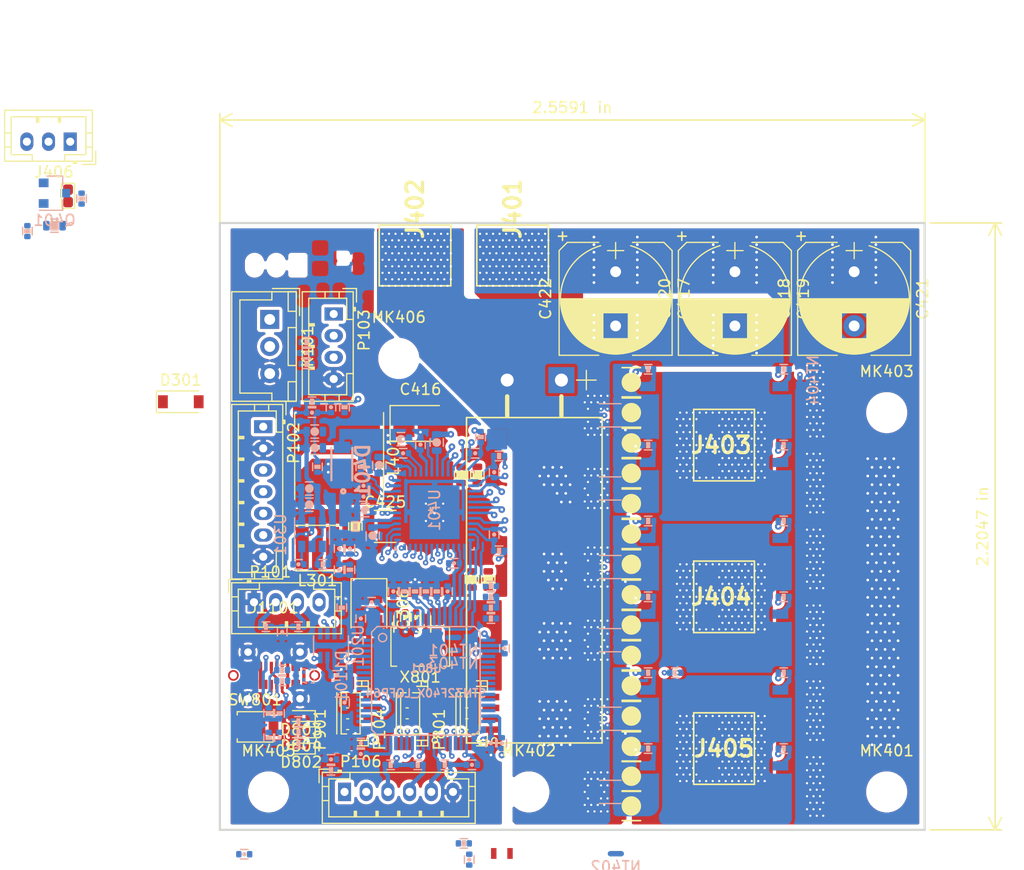
<source format=kicad_pcb>
(kicad_pcb (version 20171130) (host pcbnew "(5.1.4)-1")
  (layers (0 F.Cu signal) (1 In1.Cu power hide) (2 In2.Cu signal hide) (31 B.Cu power) (34 B.Paste user hide) (35 F.Paste user hide) (36 B.SilkS user) (37 F.SilkS user) (38 B.Mask user) (39 F.Mask user) (44 Edge.Cuts user))
  (net 0 "")
  (net 1 GND)
  (net 2 +3V3)
  (net 3 NRST)
  (net 4 SWDIO)
  (net 5 SWCLK)
  (net 6 "Net-(K101-Pad1)")
  (net 7 GNDD)
  (net 8 +BATT)
  (net 9 /drv_power_stage/buck_rcl)
  (net 10 "Net-(Q701-Pad2)")
  (net 11 "Net-(Q702-Pad2)")
  (net 12 "Net-(Q703-Pad2)")
  (net 13 "Net-(Q704-Pad2)")
  (net 14 GNDA)
  (net 15 /drv_power_stage/ENABLE)
  (net 16 /drv_power_stage/A_VSENSE)
  (net 17 /drv_power_stage/B_VSENSE)
  (net 18 /drv_power_stage/C_VSENSE)
  (net 19 "Net-(C201-Pad1)")
  (net 20 "Net-(C407-Pad2)")
  (net 21 /drv_power_stage/GDRV_VSENSE)
  (net 22 "Net-(K101-Pad2)")
  (net 23 /drv_power_stage/PHASE_B)
  (net 24 /drv_power_stage/PHASE_C)
  (net 25 /drv_power_stage/PHASE_A)
  (net 26 "Net-(Q601-Pad2)")
  (net 27 "Net-(Q602-Pad2)")
  (net 28 "Net-(Q603-Pad2)")
  (net 29 "Net-(Q604-Pad2)")
  (net 30 /drv_power_stage/A_ISENSE)
  (net 31 /drv_power_stage/B_ISENSE)
  (net 32 /drv_power_stage/C_ISENSE)
  (net 33 /Microcontroller/SERVO)
  (net 34 /Microcontroller/ADC_VBUS)
  (net 35 /Microcontroller/ADC_TEMP)
  (net 36 /Microcontroller/TEMP_MOTOR)
  (net 37 /drv_power_stage/power_phase_B/PR_SENSE)
  (net 38 /drv_power_stage/power_phase_B/NR_SENSE)
  (net 39 /drv_power_stage/power_phase_C/PR_SENSE)
  (net 40 /drv_power_stage/power_phase_C/NR_SENSE)
  (net 41 /drv_power_stage/power_phase_A/PR_SENSE)
  (net 42 /drv_power_stage/power_phase_A/NR_SENSE)
  (net 43 /Microcontroller/VCAP2)
  (net 44 /Microcontroller/VCAP1)
  (net 45 /CAN_tranciever/CANH)
  (net 46 /CAN_tranciever/CANL)
  (net 47 /Microcontroller/BRAKE_SW)
  (net 48 /Microcontroller/ADC_BRAKE)
  (net 49 /Microcontroller/ADC_THROTTLE)
  (net 50 /Microcontroller/USART1_RX)
  (net 51 /Microcontroller/USART1_TX)
  (net 52 /Microcontroller/SCL_2)
  (net 53 /Microcontroller/SDA_2)
  (net 54 /Microcontroller/HALL_3)
  (net 55 /Microcontroller/HALL_2)
  (net 56 /Microcontroller/HALL_1)
  (net 57 /Microcontroller/FAULT)
  (net 58 /drv_power_stage/power_phase_B/H_GATE)
  (net 59 /drv_power_stage/power_phase_B/L_GATE)
  (net 60 /drv_power_stage/power_phase_C/H_GATE)
  (net 61 /drv_power_stage/power_phase_C/L_GATE)
  (net 62 /drv_power_stage/power_phase_A/H_GATE)
  (net 63 /drv_power_stage/power_phase_A/L_GATE)
  (net 64 /Microcontroller/LED_GREEN)
  (net 65 /Microcontroller/LED_RED)
  (net 66 /Microcontroller/L3)
  (net 67 /Microcontroller/H3)
  (net 68 /Microcontroller/L2)
  (net 69 /Microcontroller/H2)
  (net 70 /Microcontroller/L1)
  (net 71 /Microcontroller/H1)
  (net 72 "Net-(C303-Pad2)")
  (net 73 "Net-(C303-Pad1)")
  (net 74 "Net-(C307-Pad2)")
  (net 75 "Net-(C407-Pad1)")
  (net 76 "Net-(Q501-Pad2)")
  (net 77 "Net-(Q502-Pad2)")
  (net 78 "Net-(Q503-Pad2)")
  (net 79 "Net-(Q504-Pad2)")
  (net 80 /drv_power_stage/vgls)
  (net 81 /drv_power_stage/dvdd)
  (net 82 /drv_power_stage/vdrain)
  (net 83 /drv_power_stage/vcp)
  (net 84 +15V)
  (net 85 /Microcontroller/BOOT_0)
  (net 86 /drv_power_stage/BK_VCC)
  (net 87 /drv_power_stage/BK_BST_C)
  (net 88 /drv_power_stage/BK_SW)
  (net 89 /drv_power_stage/pwr_ctl)
  (net 90 /drv_power_stage/BK_RT_SD)
  (net 91 /drv_power_stage/pwr_ctl_g)
  (net 92 "/USB-C connector/D-")
  (net 93 "/USB-C connector/D+")
  (net 94 "Net-(J1101-PadA4)")
  (net 95 "Net-(J1101-PadA6)")
  (net 96 "Net-(J1101-PadB5)")
  (net 97 "Net-(J1101-PadA7)")
  (net 98 "Net-(J1101-PadA5)")
  (net 99 /drv_power_stage/sw_led)
  (net 100 /drv_power_stage/batt_pwr_ctl)
  (net 101 /drv_power_stage/power_phase_C/NR_SENSE_R)
  (net 102 /drv_power_stage/power_phase_B/NR_SENSE_R)
  (net 103 /drv_power_stage/power_phase_A/NR_SENSE_R)
  (net 104 /DRV_MISO)
  (net 105 /DRV_MOSI)
  (net 106 /DRV_CLK)
  (net 107 /DRV_CS)
  (net 108 /NRF/Bluetooth/BLE_RX)
  (net 109 /NRF/Bluetooth/BLE_TX)
  (net 110 "Net-(R203-Pad1)")
  (net 111 /CAN_tranciever/CAN_TX)
  (net 112 /CAN_tranciever/CAN_RX)
  (net 113 "Net-(C412-Pad2)")
  (net 114 +3.3VA)
  (net 115 /Microcontroller/LED_BL_R)
  (net 116 /Microcontroller/LED_GN_R)
  (net 117 /Microcontroller/LED_RD_R)
  (net 118 /Microcontroller/AUX2_PWM)
  (net 119 /Microcontroller/AUX1_PWM)
  (net 120 /Microcontroller/REVERSE_SW)
  (net 121 /Microcontroller/XOSC_0)
  (net 122 /Microcontroller/XOSC_1)
  (net 123 /ADC_BRAKE_R)
  (net 124 /ADC_THROTTLE_R)
  (net 125 /drv_power_stage/BK_VIN)
  (module pkl_dipol:R_0603 (layer F.Cu) (at 117 131.5 90)
    (fp_text reference R421)
    (fp_text value 0Ω)
    (pad 2 smd roundrect (at 0.75 0 90) (size 0.6 0.9) (layers F.Cu F.Paste F.Mask) (net 125 /drv_power_stage/BK_VIN))
    (pad 1 smd roundrect (at -0.75 0 90) (size 0.6 0.9) (layers F.Cu F.Paste F.Mask) (net 8 +BATT))
  )
  (module Locals:DRV8353RHRGZR (layer B.Cu) (at 124.3 130 270)
    (fp_text reference U401 (at 0 0 270) (layer B.SilkS) (effects (justify mirror)))
    (fp_text value DRV8353RSRGZT)
    (fp_text user * (at 0 0 270) (layer B.SilkS) (effects (justify mirror)))
    (pad 1 smd rect (at -3.400001 2.75 180) (size 0.24 0.599999) (layers B.Cu B.Paste B.Mask) (net 7 GNDD))
    (pad 2 smd rect (at -3.400001 2.250001 180) (size 0.24 0.599999) (layers B.Cu B.Paste B.Mask) (net 80 /drv_power_stage/vgls))
    (pad 3 smd rect (at -3.400001 1.749999 180) (size 0.24 0.599999) (layers B.Cu B.Paste B.Mask) (net 20 "Net-(C407-Pad2)"))
    (pad 4 smd rect (at -3.400001 1.25 180) (size 0.24 0.599999) (layers B.Cu B.Paste B.Mask) (net 75 "Net-(C407-Pad1)"))
    (pad 5 smd rect (at -3.400001 0.749998 180) (size 0.24 0.599999) (layers B.Cu B.Paste B.Mask) (net 84 +15V))
    (pad 6 smd rect (at -3.400001 0.25 180) (size 0.24 0.599999) (layers B.Cu B.Paste B.Mask) (net 82 /drv_power_stage/vdrain))
    (pad 7 smd rect (at -3.400001 -0.25 180) (size 0.24 0.599999) (layers B.Cu B.Paste B.Mask) (net 83 /drv_power_stage/vcp))
    (pad 8 smd rect (at -3.400001 -0.750001 180) (size 0.24 0.599999) (layers B.Cu B.Paste B.Mask) (net 62 /drv_power_stage/power_phase_A/H_GATE))
    (pad 9 smd rect (at -3.400001 -1.25 180) (size 0.24 0.599999) (layers B.Cu B.Paste B.Mask) (net 25 /drv_power_stage/PHASE_A))
    (pad 10 smd rect (at -3.400001 -1.750002 180) (size 0.24 0.599999) (layers B.Cu B.Paste B.Mask) (net 63 /drv_power_stage/power_phase_A/L_GATE))
    (pad 11 smd rect (at -3.400001 -2.250001 180) (size 0.24 0.599999) (layers B.Cu B.Paste B.Mask) (net 41 /drv_power_stage/power_phase_A/PR_SENSE))
    (pad 12 smd rect (at -3.400001 -2.75 180) (size 0.24 0.599999) (layers B.Cu B.Paste B.Mask) (net 42 /drv_power_stage/power_phase_A/NR_SENSE))
    (pad 13 smd rect (at -2.75 -3.400001 270) (size 0.24 0.599999) (layers B.Cu B.Paste B.Mask) (net 38 /drv_power_stage/power_phase_B/NR_SENSE))
    (pad 14 smd rect (at -2.250001 -3.400001 270) (size 0.24 0.599999) (layers B.Cu B.Paste B.Mask) (net 37 /drv_power_stage/power_phase_B/PR_SENSE))
    (pad 15 smd rect (at -1.749999 -3.400001 270) (size 0.24 0.599999) (layers B.Cu B.Paste B.Mask) (net 59 /drv_power_stage/power_phase_B/L_GATE))
    (pad 16 smd rect (at -1.25 -3.400001 270) (size 0.24 0.599999) (layers B.Cu B.Paste B.Mask) (net 23 /drv_power_stage/PHASE_B))
    (pad 17 smd rect (at -0.749998 -3.400001 270) (size 0.24 0.599999) (layers B.Cu B.Paste B.Mask) (net 58 /drv_power_stage/power_phase_B/H_GATE))
    (pad 18 smd rect (at -0.25 -3.400001 270) (size 0.24 0.599999) (layers B.Cu B.Paste B.Mask) (net 60 /drv_power_stage/power_phase_C/H_GATE))
    (pad 19 smd rect (at 0.25 -3.400001 270) (size 0.24 0.599999) (layers B.Cu B.Paste B.Mask) (net 24 /drv_power_stage/PHASE_C))
    (pad 20 smd rect (at 0.750001 -3.400001 270) (size 0.24 0.599999) (layers B.Cu B.Paste B.Mask) (net 61 /drv_power_stage/power_phase_C/L_GATE))
    (pad 21 smd rect (at 1.25 -3.400001 270) (size 0.24 0.599999) (layers B.Cu B.Paste B.Mask) (net 39 /drv_power_stage/power_phase_C/PR_SENSE))
    (pad 22 smd rect (at 1.750002 -3.400001 270) (size 0.24 0.599999) (layers B.Cu B.Paste B.Mask) (net 40 /drv_power_stage/power_phase_C/NR_SENSE))
    (pad 23 smd rect (at 2.250001 -3.400001 270) (size 0.24 0.599999) (layers B.Cu B.Paste B.Mask) (net 32 /drv_power_stage/C_ISENSE))
    (pad 24 smd rect (at 2.75 -3.400001 270) (size 0.24 0.599999) (layers B.Cu B.Paste B.Mask) (net 31 /drv_power_stage/B_ISENSE))
    (pad 25 smd rect (at 3.400001 -2.75 180) (size 0.24 0.599999) (layers B.Cu B.Paste B.Mask) (net 30 /drv_power_stage/A_ISENSE))
    (pad 26 smd rect (at 3.400001 -2.250001 180) (size 0.24 0.599999) (layers B.Cu B.Paste B.Mask) (net 114 +3.3VA))
    (pad 27 smd rect (at 3.400001 -1.750002 180) (size 0.24 0.599999) (layers B.Cu B.Paste B.Mask) (net 14 GNDA))
    (pad 28 smd rect (at 3.400001 -1.25 180) (size 0.24 0.599999) (layers B.Cu B.Paste B.Mask) (net 57 /Microcontroller/FAULT))
    (pad 29 smd rect (at 3.400001 -0.750001 180) (size 0.24 0.599999) (layers B.Cu B.Paste B.Mask) (net 104 /DRV_MISO))
    (pad 30 smd rect (at 3.400001 -0.25 180) (size 0.24 0.599999) (layers B.Cu B.Paste B.Mask) (net 105 /DRV_MOSI))
    (pad 31 smd rect (at 3.400001 0.25 180) (size 0.24 0.599999) (layers B.Cu B.Paste B.Mask) (net 106 /DRV_CLK))
    (pad 32 smd rect (at 3.400001 0.749998 180) (size 0.24 0.599999) (layers B.Cu B.Paste B.Mask) (net 107 /DRV_CS))
    (pad 33 smd rect (at 3.400001 1.25 180) (size 0.24 0.599999) (layers B.Cu B.Paste B.Mask) (net 15 /drv_power_stage/ENABLE))
    (pad 34 smd rect (at 3.400001 1.749999 180) (size 0.24 0.599999) (layers B.Cu B.Paste B.Mask) (net 71 /Microcontroller/H1))
    (pad 35 smd rect (at 3.400001 2.250001 180) (size 0.24 0.599999) (layers B.Cu B.Paste B.Mask) (net 70 /Microcontroller/L1))
    (pad 36 smd rect (at 3.400001 2.75 180) (size 0.24 0.599999) (layers B.Cu B.Paste B.Mask) (net 69 /Microcontroller/H2))
    (pad 37 smd rect (at 2.75 3.400001 270) (size 0.24 0.599999) (layers B.Cu B.Paste B.Mask) (net 68 /Microcontroller/L2))
    (pad 38 smd rect (at 2.250001 3.400001 270) (size 0.24 0.599999) (layers B.Cu B.Paste B.Mask) (net 67 /Microcontroller/H3))
    (pad 39 smd rect (at 1.750002 3.400001 270) (size 0.24 0.599999) (layers B.Cu B.Paste B.Mask) (net 66 /Microcontroller/L3))
    (pad 40 smd rect (at 1.25 3.400001 270) (size 0.24 0.599999) (layers B.Cu B.Paste B.Mask) (net 81 /drv_power_stage/dvdd))
    (pad 41 smd rect (at 0.750001 3.400001 270) (size 0.24 0.599999) (layers B.Cu B.Paste B.Mask) (net 1 GND))
    (pad 42 smd rect (at 0.25 3.400001 270) (size 0.24 0.599999) (layers B.Cu B.Paste B.Mask) (net 88 /drv_power_stage/BK_SW))
    (pad 43 smd rect (at -0.25 3.400001 270) (size 0.24 0.599999) (layers B.Cu B.Paste B.Mask) (net 125 /drv_power_stage/BK_VIN))
    (pad 44 smd rect (at -0.749998 3.400001 270) (size 0.24 0.599999) (layers B.Cu B.Paste B.Mask) (net 86 /drv_power_stage/BK_VCC))
    (pad 45 smd rect (at -1.25 3.400001 270) (size 0.24 0.599999) (layers B.Cu B.Paste B.Mask) (net 87 /drv_power_stage/BK_BST_C))
    (pad 46 smd rect (at -1.749999 3.400001 270) (size 0.24 0.599999) (layers B.Cu B.Paste B.Mask) (net 9 /drv_power_stage/buck_rcl))
    (pad 47 smd rect (at -2.250001 3.400001 270) (size 0.24 0.599999) (layers B.Cu B.Paste B.Mask) (net 90 /drv_power_stage/BK_RT_SD))
    (pad 48 smd rect (at -2.75 3.400001 270) (size 0.24 0.599999) (layers B.Cu B.Paste B.Mask) (net 21 /drv_power_stage/GDRV_VSENSE))
    (pad 49 smd rect (at 0.188001 0 270) (size 4.974999 4.600001) (layers B.Cu B.Mask) (net 7 GNDD))
  )
  (module pkl_dipol:C_1210 (layer F.Cu) (at 142.45 121 180)
    (fp_text reference C706)
    (fp_text value "4.7uF ")
    (pad 2 smd roundrect (at 1.5 0 180) (size 1 2.4) (layers F.Cu F.Paste F.Mask) (net 7 GNDD))
    (pad 1 smd roundrect (at -1.5 0 180) (size 1 2.4) (layers F.Cu F.Paste F.Mask) (net 8 +BATT))
  )
  (module pkl_dipol:C_1210 (layer F.Cu) (at 142.45 123.8 180)
    (fp_text reference C705)
    (fp_text value "4.7uF ")
    (pad 2 smd roundrect (at 1.5 0 180) (size 1 2.4) (layers F.Cu F.Paste F.Mask) (net 7 GNDD))
    (pad 1 smd roundrect (at -1.5 0 180) (size 1 2.4) (layers F.Cu F.Paste F.Mask) (net 8 +BATT))
  )
  (module pkl_dipol:C_1210 (layer F.Cu) (at 142.45 129.4 180)
    (fp_text reference C704)
    (fp_text value "4.7uF ")
    (pad 2 smd roundrect (at 1.5 0 180) (size 1 2.4) (layers F.Cu F.Paste F.Mask) (net 7 GNDD))
    (pad 1 smd roundrect (at -1.5 0 180) (size 1 2.4) (layers F.Cu F.Paste F.Mask) (net 8 +BATT))
  )
  (module pkl_dipol:C_1210 (layer F.Cu) (at 142.45 126.6 180)
    (fp_text reference C703)
    (fp_text value "4.7uF ")
    (pad 2 smd roundrect (at 1.5 0 180) (size 1 2.4) (layers F.Cu F.Paste F.Mask) (net 7 GNDD))
    (pad 1 smd roundrect (at -1.5 0 180) (size 1 2.4) (layers F.Cu F.Paste F.Mask) (net 8 +BATT))
  )
  (module pkl_dipol:C_1210 (layer F.Cu) (at 142.45 118.2 180)
    (fp_text reference C702)
    (fp_text value "4.7uF ")
    (pad 2 smd roundrect (at 1.5 0 180) (size 1 2.4) (layers F.Cu F.Paste F.Mask) (net 7 GNDD))
    (pad 1 smd roundrect (at -1.5 0 180) (size 1 2.4) (layers F.Cu F.Paste F.Mask) (net 8 +BATT))
  )
  (module pkl_dipol:C_1210 (layer F.Cu) (at 142.45 135 180)
    (fp_text reference C606)
    (fp_text value "4.7uF ")
    (pad 2 smd roundrect (at 1.5 0 180) (size 1 2.4) (layers F.Cu F.Paste F.Mask) (net 7 GNDD))
    (pad 1 smd roundrect (at -1.5 0 180) (size 1 2.4) (layers F.Cu F.Paste F.Mask) (net 8 +BATT))
  )
  (module pkl_dipol:C_1210 (layer F.Cu) (at 142.45 137.8 180)
    (fp_text reference C605)
    (fp_text value "4.7uF ")
    (pad 2 smd roundrect (at 1.5 0 180) (size 1 2.4) (layers F.Cu F.Paste F.Mask) (net 7 GNDD))
    (pad 1 smd roundrect (at -1.5 0 180) (size 1 2.4) (layers F.Cu F.Paste F.Mask) (net 8 +BATT))
  )
  (module pkl_dipol:C_1210 (layer F.Cu) (at 142.45 143.4 180)
    (fp_text reference C604)
    (fp_text value "4.7uF ")
    (pad 2 smd roundrect (at 1.5 0 180) (size 1 2.4) (layers F.Cu F.Paste F.Mask) (net 7 GNDD))
    (pad 1 smd roundrect (at -1.5 0 180) (size 1 2.4) (layers F.Cu F.Paste F.Mask) (net 8 +BATT))
  )
  (module pkl_dipol:C_1210 (layer F.Cu) (at 142.45 140.6 180)
    (fp_text reference C603)
    (fp_text value "4.7uF ")
    (pad 2 smd roundrect (at 1.5 0 180) (size 1 2.4) (layers F.Cu F.Paste F.Mask) (net 7 GNDD))
    (pad 1 smd roundrect (at -1.5 0 180) (size 1 2.4) (layers F.Cu F.Paste F.Mask) (net 8 +BATT))
  )
  (module pkl_dipol:C_1210 (layer F.Cu) (at 142.45 132.2 180)
    (fp_text reference C602)
    (fp_text value "4.7uF ")
    (pad 2 smd roundrect (at 1.5 0 180) (size 1 2.4) (layers F.Cu F.Paste F.Mask) (net 7 GNDD))
    (pad 1 smd roundrect (at -1.5 0 180) (size 1 2.4) (layers F.Cu F.Paste F.Mask) (net 8 +BATT))
  )
  (module pkl_dipol:C_1210 (layer F.Cu) (at 142.45 149 180)
    (fp_text reference C506)
    (fp_text value "4.7uF ")
    (pad 2 smd roundrect (at 1.5 0 180) (size 1 2.4) (layers F.Cu F.Paste F.Mask) (net 7 GNDD))
    (pad 1 smd roundrect (at -1.5 0 180) (size 1 2.4) (layers F.Cu F.Paste F.Mask) (net 8 +BATT))
  )
  (module pkl_dipol:C_1210 (layer F.Cu) (at 142.45 151.8 180)
    (fp_text reference C505)
    (fp_text value "4.7uF ")
    (pad 2 smd roundrect (at 1.5 0 180) (size 1 2.4) (layers F.Cu F.Paste F.Mask) (net 7 GNDD))
    (pad 1 smd roundrect (at -1.5 0 180) (size 1 2.4) (layers F.Cu F.Paste F.Mask) (net 8 +BATT))
  )
  (module pkl_dipol:C_1210 (layer F.Cu) (at 142.45 157.3 180)
    (fp_text reference C504)
    (fp_text value "4.7uF ")
    (pad 2 smd roundrect (at 1.5 0 180) (size 1 2.4) (layers F.Cu F.Paste F.Mask) (net 7 GNDD))
    (pad 1 smd roundrect (at -1.5 0 180) (size 1 2.4) (layers F.Cu F.Paste F.Mask) (net 8 +BATT))
  )
  (module pkl_dipol:C_1210 (layer F.Cu) (at 142.45 154.55 180)
    (fp_text reference C503)
    (fp_text value "4.7uF ")
    (pad 2 smd roundrect (at 1.5 0 180) (size 1 2.4) (layers F.Cu F.Paste F.Mask) (net 7 GNDD))
    (pad 1 smd roundrect (at -1.5 0 180) (size 1 2.4) (layers F.Cu F.Paste F.Mask) (net 8 +BATT))
  )
  (module pkl_dipol:C_1210 (layer F.Cu) (at 142.45 146.2 180)
    (fp_text reference C502)
    (fp_text value "4.7uF ")
    (pad 2 smd roundrect (at 1.5 0 180) (size 1 2.4) (layers F.Cu F.Paste F.Mask) (net 7 GNDD))
    (pad 1 smd roundrect (at -1.5 0 180) (size 1 2.4) (layers F.Cu F.Paste F.Mask) (net 8 +BATT))
  )
  (module pkl_misc:PRQC (layer F.Cu) (at 122.25 140.5)
    (fp_text reference X802)
    (fp_text value "8MHz 10ppm")
    (pad 3 smd rect (at 1.2 0) (size 0.4 1.9) (layers F.Cu F.Paste F.Mask))
    (pad 2 smd rect (at 0 0) (size 0.4 1.9) (layers F.Cu F.Paste F.Mask))
    (pad 1 smd rect (at -1.2 0) (size 0.4 1.9) (layers F.Cu F.Paste F.Mask))
  )
  (module Capacitors_Tantalum_SMD:CP_Tantalum_Case-B_EIA-3528-21_Reflow (layer F.Cu) (at 123 122)
    (fp_text reference C416 (at 0 -3.15) (layer F.SilkS))
    (fp_text value "10uf, 25v")
    (pad 1 smd rect (at -1.525 0) (size 1.95 2.5) (layers F.Cu F.Paste F.Mask) (net 84 +15V))
    (pad 2 smd rect (at 1.525 0) (size 1.95 2.5) (layers F.Cu F.Paste F.Mask) (net 7 GNDD))
  )
  (module Capacitors_SMD:C_1210 (layer F.Cu) (at 119.75 131.5)
    (fp_text reference C425 (at 0 -2.25) (layer F.SilkS))
    (fp_text value "4.7uF ")
    (pad 1 smd rect (at -1.5 0) (size 1 2.5) (layers F.Cu F.Paste F.Mask) (net 125 /drv_power_stage/BK_VIN))
    (pad 2 smd rect (at 1.5 0) (size 1 2.5) (layers F.Cu F.Paste F.Mask) (net 7 GNDD))
  )
  (module Inductors_SMD:L_Taiyo-Yuden_NR-40xx (layer F.Cu) (at 113.5 133.5 180)
    (fp_text reference L301 (at 0 -3) (layer F.SilkS))
    (fp_text value 4.7uH)
    (pad 1 smd rect (at -1.4 0 180) (size 1.2 3.9) (layers F.Cu F.Paste F.Mask) (net 2 +3V3))
    (pad 2 smd rect (at 1.4 0 180) (size 1.2 3.9) (layers F.Cu F.Paste F.Mask) (net 73 "Net-(C303-Pad1)"))
  )
  (module moxie-drive-custom:POWERDI123_1 (layer B.Cu) (at 115.75 125.75 270)
    (fp_text reference D401 (at 0.6 -1.93 90) (layer B.SilkS) (effects (font (size 1.27 1.27) (thickness 0.254)) (justify mirror)))
    (fp_text value DFLS1100-7 hide)
    (pad 2 smd rect (at -1.55 0 270) (size 1.05 1.5) (layers B.Cu B.Paste B.Mask) (net 7 GNDD))
    (pad 1 smd rect (at 0.825 0 180) (size 1.5 2.4) (layers B.Cu B.Paste B.Mask) (net 88 /drv_power_stage/BK_SW))
  )
  (module moxie-drive-custom:L_wurth-8065 (layer F.Cu) (at 115.5 125 270)
    (fp_text reference L401 (at 0 -5 90) (layer F.SilkS))
    (fp_text value 470uH)
    (pad 1 smd rect (at -3.1 0 270) (size 2.4 7.5) (layers F.Cu F.Paste F.Mask) (net 84 +15V))
    (pad 2 smd rect (at 3.1 0 270) (size 2.4 7.5) (layers F.Cu F.Paste F.Mask) (net 88 /drv_power_stage/BK_SW))
  )
  (module pkl_dipol:C_0603 (layer B.Cu) (at 112.75 128 180)
    (fp_text reference C308)
    (fp_text value 10uf)
    (pad 2 smd roundrect (at 0.75 0 180) (size 0.6 0.9) (layers B.Cu B.Paste B.Mask) (net 1 GND))
    (pad 1 smd roundrect (at -0.75 0 180) (size 0.6 0.9) (layers B.Cu B.Paste B.Mask) (net 84 +15V))
  )
  (module Connectors_JST:JST_SH_BM04B-SRSS-TB_04x1.00mm_Straight (layer F.Cu) (at 128.2375 148.75 90)
    (fp_text reference P801 (at -1.5 -3.5 90) (layer F.SilkS))
    (fp_text value SWD_DEBUG)
    (pad 1 smd rect (at -1.5 1.2625 90) (size 0.6 1.55) (layers F.Cu F.Paste F.Mask) (net 1 GND))
    (pad 2 smd rect (at -0.5 1.2625 90) (size 0.6 1.55) (layers F.Cu F.Paste F.Mask) (net 3 NRST))
    (pad 3 smd rect (at 0.5 1.2625 90) (size 0.6 1.55) (layers F.Cu F.Paste F.Mask) (net 4 SWDIO))
    (pad 4 smd rect (at 1.5 1.2625 90) (size 0.6 1.55) (layers F.Cu F.Paste F.Mask) (net 5 SWCLK))
    (pad "" smd rect (at -2.8 -1.2625 90) (size 1.2 1.8) (layers F.Cu F.Paste F.Mask))
    (pad "" smd rect (at 2.8 -1.2625 90) (size 1.2 1.8) (layers F.Cu F.Paste F.Mask))
  )
  (module pkl_connectors:SMD_Pad_Array-1_Pitch1mm (layer F.Cu) (at 131.26 161.68)
    (fp_text reference J102)
    (fp_text value Conn_01x01)
    (pad 1 smd rect (at 0 0) (size 0.5 1) (layers F.Cu F.Mask) (net 118 /Microcontroller/AUX2_PWM))
  )
  (module pkl_connectors:SMD_Pad_Array-1_Pitch1mm (layer F.Cu) (at 129.76 161.68)
    (fp_text reference J101)
    (fp_text value Conn_01x01)
    (pad 1 smd rect (at 0 0) (size 0.5 1) (layers F.Cu F.Mask) (net 119 /Microcontroller/AUX1_PWM))
  )
  (module pkl_connectors:USB_C_receptacle_vertical (layer F.Cu) (at 109.5 145.25)
    (fp_text reference J1101 (at 0 -6.25) (layer F.SilkS))
    (fp_text value USB_C_Receptacle)
    (pad "" np_thru_hole circle (at 3.75 0 180) (size 1 1) (drill 0.66) (layers F.Cu))
    (pad "" np_thru_hole circle (at -3.75 0) (size 1 1) (drill 0.66) (layers F.Cu))
    (pad S1 thru_hole circle (at -2.4 2.15) (size 1.4 1.4) (drill 0.7) (layers *.Cu *.Mask) (net 1 GND))
    (pad S1 thru_hole circle (at 2.4 -2.15) (size 1.4 1.4) (drill 0.7) (layers *.Cu *.Mask) (net 1 GND))
    (pad S1 thru_hole circle (at 2.4 2.15 180) (size 1.4 1.4) (drill 0.7) (layers *.Cu *.Mask) (net 1 GND))
    (pad B2 smd rect (at 2.25 0.83 180) (size 0.3 0.85) (layers F.Cu F.Paste F.Mask))
    (pad B3 smd rect (at 1.75 0.83 180) (size 0.3 0.85) (layers F.Cu F.Paste F.Mask))
    (pad B4 smd rect (at 1.25 0.83 180) (size 0.3 0.85) (layers F.Cu F.Paste F.Mask) (net 94 "Net-(J1101-PadA4)"))
    (pad B6 smd rect (at 0.25 0.83 180) (size 0.3 0.85) (layers F.Cu F.Paste F.Mask) (net 95 "Net-(J1101-PadA6)"))
    (pad B5 smd rect (at 0.75 0.83 180) (size 0.3 0.85) (layers F.Cu F.Paste F.Mask) (net 96 "Net-(J1101-PadB5)"))
    (pad B12 smd rect (at -2.75 0.83 180) (size 0.3 0.85) (layers F.Cu F.Paste F.Mask) (net 1 GND))
    (pad B11 smd rect (at -2.25 0.83 180) (size 0.3 0.85) (layers F.Cu F.Paste F.Mask))
    (pad B8 smd rect (at -0.75 0.83 180) (size 0.3 0.85) (layers F.Cu F.Paste F.Mask))
    (pad B10 smd rect (at -1.75 0.83 180) (size 0.3 0.85) (layers F.Cu F.Paste F.Mask))
    (pad B9 smd rect (at -1.25 0.83 180) (size 0.3 0.85) (layers F.Cu F.Paste F.Mask) (net 94 "Net-(J1101-PadA4)"))
    (pad B7 smd rect (at -0.25 0.83 180) (size 0.3 0.85) (layers F.Cu F.Paste F.Mask) (net 97 "Net-(J1101-PadA7)"))
    (pad B1 smd rect (at 2.75 0.83 180) (size 0.3 0.85) (layers F.Cu F.Paste F.Mask) (net 1 GND))
    (pad A8 smd rect (at 0.75 -0.83) (size 0.3 0.85) (layers F.Cu F.Paste F.Mask))
    (pad A9 smd rect (at 1.25 -0.83) (size 0.3 0.85) (layers F.Cu F.Paste F.Mask) (net 94 "Net-(J1101-PadA4)"))
    (pad A10 smd rect (at 1.75 -0.83) (size 0.3 0.85) (layers F.Cu F.Paste F.Mask))
    (pad A12 smd rect (at 2.75 -0.83) (size 0.3 0.85) (layers F.Cu F.Paste F.Mask) (net 1 GND))
    (pad A11 smd rect (at 2.25 -0.83) (size 0.3 0.85) (layers F.Cu F.Paste F.Mask))
    (pad A7 smd rect (at 0.25 -0.83) (size 0.3 0.85) (layers F.Cu F.Paste F.Mask) (net 97 "Net-(J1101-PadA7)"))
    (pad A6 smd rect (at -0.25 -0.83) (size 0.3 0.85) (layers F.Cu F.Paste F.Mask) (net 95 "Net-(J1101-PadA6)"))
    (pad A5 smd rect (at -0.75 -0.83) (size 0.3 0.85) (layers F.Cu F.Paste F.Mask) (net 98 "Net-(J1101-PadA5)"))
    (pad A4 smd rect (at -1.25 -0.83) (size 0.3 0.85) (layers F.Cu F.Paste F.Mask) (net 94 "Net-(J1101-PadA4)"))
    (pad A3 smd rect (at -1.75 -0.83) (size 0.3 0.85) (layers F.Cu F.Paste F.Mask))
    (pad A2 smd rect (at -2.25 -0.83) (size 0.3 0.85) (layers F.Cu F.Paste F.Mask))
    (pad A1 smd rect (at -2.75 -0.83) (size 0.3 0.85) (layers F.Cu F.Paste F.Mask) (net 1 GND))
    (pad S1 thru_hole circle (at -2.4 -2.15) (size 1.4 1.4) (drill 0.7) (layers *.Cu *.Mask) (net 1 GND))
  )
  (module pkl_dipol:R_0402 (layer B.Cu) (at 113.5 126 270)
    (fp_text reference R407)
    (fp_text value 57.6kΩ)
    (pad 2 smd roundrect (at 0.5 0 270) (size 0.5 0.6) (layers B.Cu B.Paste B.Mask) (net 88 /drv_power_stage/BK_SW))
    (pad 1 smd roundrect (at -0.5 0 270) (size 0.5 0.6) (layers B.Cu B.Paste B.Mask) (net 113 "Net-(C412-Pad2)"))
  )
  (module pkl_dipol:C_0402 (layer B.Cu) (at 113 121 180)
    (fp_text reference C415)
    (fp_text value 3nf)
    (pad 2 smd roundrect (at 0.5 0 180) (size 0.5 0.6) (layers B.Cu B.Paste B.Mask) (net 84 +15V))
    (pad 1 smd roundrect (at -0.5 0 180) (size 0.5 0.6) (layers B.Cu B.Paste B.Mask) (net 113 "Net-(C412-Pad2)"))
  )
  (module pkl_dipol:R_0402 (layer B.Cu) (at 129.5 140 180)
    (fp_text reference R106)
    (fp_text value 100Ω)
    (pad 2 smd roundrect (at 0.5 0 180) (size 0.5 0.6) (layers B.Cu B.Paste B.Mask) (net 123 /ADC_BRAKE_R))
    (pad 1 smd roundrect (at -0.5 0 180) (size 0.5 0.6) (layers B.Cu B.Paste B.Mask) (net 48 /Microcontroller/ADC_BRAKE))
  )
  (module pkl_dipol:R_0402 (layer B.Cu) (at 129.5 137 180)
    (fp_text reference R105)
    (fp_text value 100Ω)
    (pad 2 smd roundrect (at 0.5 0 180) (size 0.5 0.6) (layers B.Cu B.Paste B.Mask) (net 124 /ADC_THROTTLE_R))
    (pad 1 smd roundrect (at -0.5 0 180) (size 0.5 0.6) (layers B.Cu B.Paste B.Mask) (net 49 /Microcontroller/ADC_THROTTLE))
  )
  (module Mounting_Holes:MountingHole_3.2mm_M3_DIN965 (layer F.Cu) (at 126.75 86)
    (fp_text reference MK404 (at 0 -3.8) (layer F.SilkS))
    (fp_text value Mounting_Hole)
    (pad 1 np_thru_hole circle (at 0 0) (size 3.2 3.2) (drill 3.2) (layers *.Cu *.Mask))
  )
  (module TO_SOT_Packages_SMD:SOT-23-8 (layer B.Cu) (at 114.75 142.5 90)
    (fp_text reference U201 (at 0 2.5 90) (layer B.SilkS) (effects (justify mirror)))
    (fp_text value MAX3051)
    (pad 1 smd rect (at -1.1 0.98 90) (size 1.06 0.4) (layers B.Cu B.Paste B.Mask) (net 111 /CAN_tranciever/CAN_TX))
    (pad 2 smd rect (at -1.1 0.33 90) (size 1.06 0.4) (layers B.Cu B.Paste B.Mask) (net 1 GND))
    (pad 3 smd rect (at -1.1 -0.33 90) (size 1.06 0.4) (layers B.Cu B.Paste B.Mask) (net 2 +3V3))
    (pad 4 smd rect (at -1.1 -0.98 90) (size 1.06 0.4) (layers B.Cu B.Paste B.Mask) (net 112 /CAN_tranciever/CAN_RX))
    (pad 5 smd rect (at 1.1 -0.98 90) (size 1.06 0.4) (layers B.Cu B.Paste B.Mask))
    (pad 6 smd rect (at 1.1 -0.33 90) (size 1.06 0.4) (layers B.Cu B.Paste B.Mask) (net 46 /CAN_tranciever/CANL))
    (pad 7 smd rect (at 1.1 0.33 90) (size 1.06 0.4) (layers B.Cu B.Paste B.Mask) (net 45 /CAN_tranciever/CANH))
    (pad 8 smd rect (at 1.1 0.98 90) (size 1.06 0.4) (layers B.Cu B.Paste B.Mask) (net 110 "Net-(R203-Pad1)"))
  )
  (module pkl_dipol:R_0402 (layer B.Cu) (at 115.75 139 90)
    (fp_text reference R203)
    (fp_text value 0R)
    (pad 2 smd roundrect (at 0.5 0 90) (size 0.5 0.6) (layers B.Cu B.Paste B.Mask) (net 1 GND))
    (pad 1 smd roundrect (at -0.5 0 90) (size 0.5 0.6) (layers B.Cu B.Paste B.Mask) (net 110 "Net-(R203-Pad1)"))
  )
  (module Connectors_JST:JST_SH_BM04B-SRSS-TB_04x1.00mm_Straight (layer F.Cu) (at 117.25 148.75 90)
    (fp_text reference P901 (at -1.5 -3.5 90) (layer F.SilkS))
    (fp_text value I2C)
    (pad 1 smd rect (at -1.5 1.2625 90) (size 0.6 1.55) (layers F.Cu F.Paste F.Mask) (net 1 GND))
    (pad 2 smd rect (at -0.5 1.2625 90) (size 0.6 1.55) (layers F.Cu F.Paste F.Mask) (net 2 +3V3))
    (pad 3 smd rect (at 0.5 1.2625 90) (size 0.6 1.55) (layers F.Cu F.Paste F.Mask) (net 109 /NRF/Bluetooth/BLE_TX))
    (pad 4 smd rect (at 1.5 1.2625 90) (size 0.6 1.55) (layers F.Cu F.Paste F.Mask) (net 108 /NRF/Bluetooth/BLE_RX))
    (pad "" smd rect (at -2.8 -1.2625 90) (size 1.2 1.8) (layers F.Cu F.Paste F.Mask))
    (pad "" smd rect (at 2.8 -1.2625 90) (size 1.2 1.8) (layers F.Cu F.Paste F.Mask))
  )
  (module pkl_dipol:R_0603 (layer B.Cu) (at 89.25 103.75)
    (fp_text reference R419)
    (fp_text value 500k)
    (pad 2 smd roundrect (at 0.75 0) (size 0.6 0.9) (layers B.Cu B.Paste B.Mask) (net 89 /drv_power_stage/pwr_ctl))
    (pad 1 smd roundrect (at -0.75 0) (size 0.6 0.9) (layers B.Cu B.Paste B.Mask) (net 91 /drv_power_stage/pwr_ctl_g))
  )
  (module TO_SOT_Packages_SMD:SOT-23 (layer B.Cu) (at 89.25 100.75)
    (fp_text reference Q401 (at 0 2.5) (layer B.SilkS) (effects (justify mirror)))
    (fp_text value Q_PNP_BCE)
    (pad 1 smd rect (at -1 0.95) (size 0.9 0.8) (layers B.Cu B.Paste B.Mask) (net 91 /drv_power_stage/pwr_ctl_g))
    (pad 2 smd rect (at -1 -0.95) (size 0.9 0.8) (layers B.Cu B.Paste B.Mask) (net 100 /drv_power_stage/batt_pwr_ctl))
    (pad 3 smd rect (at 1 0) (size 0.9 0.8) (layers B.Cu B.Paste B.Mask) (net 8 +BATT))
  )
  (module pkl_dipol:R_0402 (layer B.Cu) (at 124.5 137.5 90)
    (fp_text reference R415)
    (fp_text value 2.2kΩ)
    (pad 2 smd roundrect (at 0.5 0 90) (size 0.5 0.6) (layers B.Cu B.Paste B.Mask) (net 1 GND))
    (pad 1 smd roundrect (at -0.5 0 90) (size 0.5 0.6) (layers B.Cu B.Paste B.Mask) (net 34 /Microcontroller/ADC_VBUS))
  )
  (module pkl_dipol:R_0402 (layer B.Cu) (at 123.5 137.5 90)
    (fp_text reference R413)
    (fp_text value 2.2kΩ)
    (pad 2 smd roundrect (at 0.5 0 90) (size 0.5 0.6) (layers B.Cu B.Paste B.Mask) (net 1 GND))
    (pad 1 smd roundrect (at -0.5 0 90) (size 0.5 0.6) (layers B.Cu B.Paste B.Mask) (net 18 /drv_power_stage/C_VSENSE))
  )
  (module pkl_dipol:R_0402 (layer B.Cu) (at 122.5 137.5 90)
    (fp_text reference R411)
    (fp_text value 2.2kΩ)
    (pad 2 smd roundrect (at 0.5 0 90) (size 0.5 0.6) (layers B.Cu B.Paste B.Mask) (net 1 GND))
    (pad 1 smd roundrect (at -0.5 0 90) (size 0.5 0.6) (layers B.Cu B.Paste B.Mask) (net 17 /drv_power_stage/B_VSENSE))
  )
  (module pkl_dipol:R_0402 (layer B.Cu) (at 121.5 137.5 90)
    (fp_text reference R409)
    (fp_text value 2.2kΩ)
    (pad 2 smd roundrect (at 0.5 0 90) (size 0.5 0.6) (layers B.Cu B.Paste B.Mask) (net 1 GND))
    (pad 1 smd roundrect (at -0.5 0 90) (size 0.5 0.6) (layers B.Cu B.Paste B.Mask) (net 16 /drv_power_stage/A_VSENSE))
  )
  (module Connectors_JST:JST_SH_BM04B-SRSS-TB_04x1.00mm_Straight (layer F.Cu) (at 122.7375 148.75 90)
    (fp_text reference P104 (at -1.5 -3.5 90) (layer F.SilkS))
    (fp_text value I2C)
    (pad 1 smd rect (at -1.5 1.2625 90) (size 0.6 1.55) (layers F.Cu F.Paste F.Mask) (net 1 GND))
    (pad 2 smd rect (at -0.5 1.2625 90) (size 0.6 1.55) (layers F.Cu F.Paste F.Mask) (net 2 +3V3))
    (pad 3 smd rect (at 0.5 1.2625 90) (size 0.6 1.55) (layers F.Cu F.Paste F.Mask) (net 53 /Microcontroller/SDA_2))
    (pad 4 smd rect (at 1.5 1.2625 90) (size 0.6 1.55) (layers F.Cu F.Paste F.Mask) (net 52 /Microcontroller/SCL_2))
    (pad "" smd rect (at -2.8 -1.2625 90) (size 1.2 1.8) (layers F.Cu F.Paste F.Mask))
    (pad "" smd rect (at 2.8 -1.2625 90) (size 1.2 1.8) (layers F.Cu F.Paste F.Mask))
  )
  (module Connectors_JST:JST_XH_B03B-XH-A_03x2.50mm_Straight (layer F.Cu) (at 109.1 112.4 270)
    (fp_text reference K101 (at 2.5 -3.5 90) (layer F.SilkS))
    (fp_text value SERVO)
    (pad 1 thru_hole rect (at 0 0 270) (size 1.75 1.75) (drill 1) (layers *.Cu *.Mask) (net 6 "Net-(K101-Pad1)"))
    (pad 2 thru_hole circle (at 2.5 0 270) (size 1.75 1.75) (drill 1) (layers *.Cu *.Mask) (net 22 "Net-(K101-Pad2)"))
    (pad 3 thru_hole circle (at 5 0 270) (size 1.75 1.75) (drill 1) (layers *.Cu *.Mask) (net 1 GND))
  )
  (module Connectors_JST:JST_PH_B3B-PH-K_03x2.00mm_Straight (layer F.Cu) (at 90.7 96 180)
    (fp_text reference J406 (at 1.5 -2.8) (layer F.SilkS))
    (fp_text value Conn_01x03)
    (pad 1 thru_hole rect (at 0 0 180) (size 1.2 1.7) (drill 0.75) (layers *.Cu *.Mask) (net 99 /drv_power_stage/sw_led))
    (pad 2 thru_hole oval (at 2 0 180) (size 1.2 1.7) (drill 0.75) (layers *.Cu *.Mask) (net 7 GNDD))
    (pad 3 thru_hole oval (at 4 0 180) (size 1.2 1.7) (drill 0.75) (layers *.Cu *.Mask) (net 89 /drv_power_stage/pwr_ctl))
  )
  (module pkl_dipol:R_0402 (layer B.Cu) (at 109 148.75 270)
    (fp_text reference R1104)
    (fp_text value 5.1k)
    (pad 1 smd roundrect (at -0.5 0 270) (size 0.5 0.6) (layers B.Cu B.Paste B.Mask) (net 98 "Net-(J1101-PadA5)"))
    (pad 2 smd roundrect (at 0.5 0 270) (size 0.5 0.6) (layers B.Cu B.Paste B.Mask) (net 1 GND))
  )
  (module pkl_dipol:R_0402 (layer B.Cu) (at 110 148.75 270)
    (fp_text reference R1103)
    (fp_text value 5.1k)
    (pad 1 smd roundrect (at -0.5 0 270) (size 0.5 0.6) (layers B.Cu B.Paste B.Mask) (net 96 "Net-(J1101-PadB5)"))
    (pad 2 smd roundrect (at 0.5 0 270) (size 0.5 0.6) (layers B.Cu B.Paste B.Mask) (net 1 GND))
  )
  (module pkl_dipol:R_0402 (layer B.Cu) (at 110.25 145.75 180)
    (fp_text reference R1102)
    (fp_text value 22R)
    (pad 1 smd roundrect (at -0.5 0 180) (size 0.5 0.6) (layers B.Cu B.Paste B.Mask) (net 93 "/USB-C connector/D+"))
    (pad 2 smd roundrect (at 0.5 0 180) (size 0.5 0.6) (layers B.Cu B.Paste B.Mask) (net 95 "Net-(J1101-PadA6)"))
  )
  (module pkl_dipol:R_0402 (layer B.Cu) (at 110.25 144.75 180)
    (fp_text reference R1101)
    (fp_text value 22R)
    (pad 1 smd roundrect (at -0.5 0 180) (size 0.5 0.6) (layers B.Cu B.Paste B.Mask) (net 92 "/USB-C connector/D-"))
    (pad 2 smd roundrect (at 0.5 0 180) (size 0.5 0.6) (layers B.Cu B.Paste B.Mask) (net 97 "Net-(J1101-PadA7)"))
  )
  (module digikey-footprints:SOT-3 (layer B.Cu) (at 112.65 145.3 90)
    (fp_text reference D1101 (at -0.025 3.075 90) (layer B.SilkS) (effects (justify mirror)))
    (fp_text value TPD2EUSB30DRTR)
    (pad 1 smd rect (at -0.35 -0.425 90) (size 0.3 0.3) (layers B.Cu B.Paste B.Mask) (net 93 "/USB-C connector/D+"))
    (pad 3 smd rect (at 0 0.425 90) (size 0.3 0.3) (layers B.Cu B.Paste B.Mask) (net 1 GND))
    (pad 2 smd rect (at 0.35 -0.425 90) (size 0.3 0.3) (layers B.Cu B.Paste B.Mask) (net 92 "/USB-C connector/D-"))
  )
  (module moxie-drive-custom:CP_Radial_D12.5mm_P5.00mm_horiz (layer F.Cu) (at 136 118 180)
    (fp_text reference C414)
    (fp_text value 560uF)
    (pad 1 thru_hole rect (at 0 0 180) (size 2.4 2.4) (drill 1.2) (layers *.Cu *.Mask) (net 8 +BATT))
    (pad 2 thru_hole circle (at 5 0 180) (size 2.4 2.4) (drill 1.2) (layers *.Cu *.Mask) (net 7 GNDD))
  )
  (module Buttons_Switches_SMD:SW_SPST_B3U-1000P (layer F.Cu) (at 107.75 150)
    (fp_text reference SW801 (at 0 -2.5) (layer F.SilkS))
    (fp_text value SW_Push)
    (pad 1 smd rect (at -1.7 0) (size 0.9 1.7) (layers F.Cu F.Paste F.Mask) (net 85 /Microcontroller/BOOT_0))
    (pad 2 smd rect (at 1.7 0) (size 0.9 1.7) (layers F.Cu F.Paste F.Mask) (net 2 +3V3))
  )
  (module pkl_dipol:R_0402 (layer B.Cu) (at 109 151 270)
    (fp_text reference R804)
    (fp_text value 10k)
    (pad 2 smd roundrect (at 0.5 0 270) (size 0.5 0.6) (layers B.Cu B.Paste B.Mask) (net 1 GND))
    (pad 1 smd roundrect (at -0.5 0 270) (size 0.5 0.6) (layers B.Cu B.Paste B.Mask) (net 85 /Microcontroller/BOOT_0))
  )
  (module pkl_dipol:R_0402 (layer B.Cu) (at 86.75 104.25 270)
    (fp_text reference R420)
    (fp_text value 100)
    (pad 2 smd roundrect (at 0.5 0 270) (size 0.5 0.6) (layers B.Cu B.Paste B.Mask) (net 84 +15V))
    (pad 1 smd roundrect (at -0.5 0 270) (size 0.5 0.6) (layers B.Cu B.Paste B.Mask) (net 99 /drv_power_stage/sw_led))
  )
  (module pkl_dipol:C_0402 (layer B.Cu) (at 110 151 90)
    (fp_text reference C813)
    (fp_text value 100n)
    (pad 2 smd roundrect (at 0.5 0 90) (size 0.5 0.6) (layers B.Cu B.Paste B.Mask) (net 85 /Microcontroller/BOOT_0))
    (pad 1 smd roundrect (at -0.5 0 90) (size 0.5 0.6) (layers B.Cu B.Paste B.Mask) (net 1 GND))
  )
  (module Diodes_SMD:D_SOD-123 (layer F.Cu) (at 100.9 120)
    (fp_text reference D301 (at 0 -2 180) (layer F.SilkS))
    (fp_text value 1.5KExxA)
    (pad 1 smd rect (at -1.65 0) (size 0.9 1.2) (layers F.Cu F.Paste F.Mask) (net 2 +3V3))
    (pad 2 smd rect (at 1.65 0) (size 0.9 1.2) (layers F.Cu F.Paste F.Mask) (net 1 GND))
  )
  (module pkl_dipol:C_0603 (layer B.Cu) (at 113.25 124.25)
    (fp_text reference C413)
    (fp_text value 10uF)
    (pad 2 smd roundrect (at 0.75 0) (size 0.6 0.9) (layers B.Cu B.Paste B.Mask) (net 7 GNDD))
    (pad 1 smd roundrect (at -0.75 0) (size 0.6 0.9) (layers B.Cu B.Paste B.Mask) (net 84 +15V))
  )
  (module pkl_dipol:C_0402 (layer B.Cu) (at 123 123.95 90)
    (fp_text reference C403)
    (fp_text value 0.1uF)
    (pad 2 smd roundrect (at 0.5 0 90) (size 0.5 0.6) (layers B.Cu B.Paste B.Mask) (net 7 GNDD))
    (pad 1 smd roundrect (at -0.5 0 90) (size 0.5 0.6) (layers B.Cu B.Paste B.Mask) (net 84 +15V))
  )
  (module pkl_dipol:C_0603 (layer B.Cu) (at 113.25 122.75)
    (fp_text reference C402)
    (fp_text value 10uF)
    (pad 2 smd roundrect (at 0.75 0) (size 0.6 0.9) (layers B.Cu B.Paste B.Mask) (net 7 GNDD))
    (pad 1 smd roundrect (at -0.75 0) (size 0.6 0.9) (layers B.Cu B.Paste B.Mask) (net 84 +15V))
  )
  (module pkl_dipol:C_0603 (layer B.Cu) (at 121.2 123.45 180)
    (fp_text reference C401)
    (fp_text value 10uF)
    (pad 2 smd roundrect (at 0.75 0 180) (size 0.6 0.9) (layers B.Cu B.Paste B.Mask) (net 7 GNDD))
    (pad 1 smd roundrect (at -0.75 0 180) (size 0.6 0.9) (layers B.Cu B.Paste B.Mask) (net 84 +15V))
  )
  (module pkl_dipol:R_0402 (layer B.Cu) (at 91.75 101.25 270)
    (fp_text reference R418)
    (fp_text value 1M)
    (pad 2 smd roundrect (at 0.5 0 270) (size 0.5 0.6) (layers B.Cu B.Paste B.Mask) (net 91 /drv_power_stage/pwr_ctl_g))
    (pad 1 smd roundrect (at -0.5 0 270) (size 0.5 0.6) (layers B.Cu B.Paste B.Mask) (net 8 +BATT))
  )
  (module pkl_jumpers:J_0603 (layer F.Cu) (at 90.5 101 90)
    (fp_text reference JP401)
    (fp_text value pwr_ctl_byp)
    (pad 2 smd roundrect (at 0.575 0 90) (size 0.95 0.9) (layers F.Cu F.Mask) (net 100 /drv_power_stage/batt_pwr_ctl))
    (pad 1 smd roundrect (at -0.575 0 90) (size 0.95 0.9) (layers F.Cu F.Mask) (net 8 +BATT))
  )
  (module Mounting_Holes:MountingHole_3.2mm_M3_DIN965 (layer F.Cu) (at 121 116)
    (fp_text reference MK406 (at 0 -3.8) (layer F.SilkS))
    (fp_text value Mounting_Hole)
    (pad 1 np_thru_hole circle (at 0 0) (size 3.2 3.2) (drill 3.2) (layers *.Cu *.Mask))
  )
  (module Mounting_Holes:MountingHole_3.2mm_M3_DIN965 (layer F.Cu) (at 109 156)
    (fp_text reference MK405 (at 0 -3.8) (layer F.SilkS))
    (fp_text value Mounting_Hole)
    (pad 1 np_thru_hole circle (at 0 0) (size 3.2 3.2) (drill 3.2) (layers *.Cu *.Mask))
  )
  (module Mounting_Holes:MountingHole_3.2mm_M3_DIN965 (layer F.Cu) (at 166 121)
    (fp_text reference MK403 (at 0 -3.8) (layer F.SilkS))
    (fp_text value Mounting_Hole)
    (pad 1 np_thru_hole circle (at 0 0) (size 3.2 3.2) (drill 3.2) (layers *.Cu *.Mask))
  )
  (module Mounting_Holes:MountingHole_3.2mm_M3_DIN965 (layer F.Cu) (at 133 156)
    (fp_text reference MK402 (at 0 -3.8) (layer F.SilkS))
    (fp_text value Mounting_Hole)
    (pad 1 np_thru_hole circle (at 0 0) (size 3.2 3.2) (drill 3.2) (layers *.Cu *.Mask))
  )
  (module Mounting_Holes:MountingHole_3.2mm_M3_DIN965 (layer F.Cu) (at 166 156)
    (fp_text reference MK401 (at 0 -3.8) (layer F.SilkS))
    (fp_text value Mounting_Hole)
    (pad 1 np_thru_hole circle (at 0 0) (size 3.2 3.2) (drill 3.2) (layers *.Cu *.Mask))
  )
  (module Capacitors_THT:CP_Radial_D10.0mm_P5.00mm (layer F.Cu) (at 163 108 270)
    (fp_text reference C421 (at 2.5 -6.31 90) (layer F.SilkS))
    (fp_text value 56uF)
    (pad 1 thru_hole rect (at 0 0 270) (size 2 2) (drill 1) (layers *.Cu *.Mask) (net 8 +BATT))
    (pad 2 thru_hole circle (at 5 0 270) (size 2 2) (drill 1) (layers *.Cu *.Mask) (net 7 GNDD))
  )
  (module Capacitors_THT:CP_Radial_D10.0mm_P5.00mm (layer F.Cu) (at 152 108 270)
    (fp_text reference C419 (at 2.5 -6.31 90) (layer F.SilkS))
    (fp_text value 56uF)
    (pad 1 thru_hole rect (at 0 0 270) (size 2 2) (drill 1) (layers *.Cu *.Mask) (net 8 +BATT))
    (pad 2 thru_hole circle (at 5 0 270) (size 2 2) (drill 1) (layers *.Cu *.Mask) (net 7 GNDD))
  )
  (module Capacitors_THT:CP_Radial_D10.0mm_P5.00mm (layer F.Cu) (at 141 108 270)
    (fp_text reference C417 (at 2.5 -6.31 90) (layer F.SilkS))
    (fp_text value 56uF)
    (pad 1 thru_hole rect (at 0 0 270) (size 2 2) (drill 1) (layers *.Cu *.Mask) (net 8 +BATT))
    (pad 2 thru_hole circle (at 5 0 270) (size 2 2) (drill 1) (layers *.Cu *.Mask) (net 7 GNDD))
  )
  (module NetTie:NetTie-2_SMD_Pad0.5mm (layer B.Cu) (at 158 118 90)
    (fp_text reference NT404 (at 0 1.2 90) (layer B.SilkS) (effects (justify mirror)))
    (fp_text value Net-Tie_2)
    (fp_poly (pts (xy -0.5 0.25) (xy 0.5 0.25) (xy 0.5 -0.25) (xy -0.5 -0.25)) (layer B.Cu) (width 0))
    (pad 1 smd circle (at -0.5 0 90) (size 0.5 0.5) (layers B.Cu) (net 8 +BATT))
    (pad 2 smd circle (at 0.5 0 90) (size 0.5 0.5) (layers B.Cu) (net 82 /drv_power_stage/vdrain))
  )
  (module crf1:1PAD_6x5mm (layer F.Cu) (at 151 152 90)
    (fp_text reference J405 (at 0 0 180) (layer F.SilkS) (effects (font (size 1.524 1.524) (thickness 0.3048))))
    (fp_text value C hide)
    (pad 1 smd rect (at 0 0 90) (size 6 5) (layers F.Cu F.Paste F.Mask) (net 24 /drv_power_stage/PHASE_C))
  )
  (module crf1:1PAD_6x5mm (layer F.Cu) (at 151 138 90)
    (fp_text reference J404 (at 0 -0.25 180) (layer F.SilkS) (effects (font (size 1.524 1.524) (thickness 0.3048))))
    (fp_text value B hide)
    (pad 1 smd rect (at 0 0 90) (size 6 5) (layers F.Cu F.Paste F.Mask) (net 23 /drv_power_stage/PHASE_B))
  )
  (module crf1:1PAD_6x5mm (layer F.Cu) (at 151 124 90)
    (fp_text reference J403 (at 0 -0.25 180) (layer F.SilkS) (effects (font (size 1.524 1.524) (thickness 0.3048))))
    (fp_text value A hide)
    (pad 1 smd rect (at 0 0 90) (size 6 5) (layers F.Cu F.Paste F.Mask) (net 25 /drv_power_stage/PHASE_A))
  )
  (module crf1:1PAD_6x5mm (layer F.Cu) (at 122.5 106.5)
    (fp_text reference J402 (at 0 -4.3 270) (layer F.SilkS) (effects (font (size 1.524 1.524) (thickness 0.3048))))
    (fp_text value Gnd hide)
    (pad 1 smd rect (at 0 0) (size 6 5) (layers F.Cu F.Paste F.Mask) (net 7 GNDD))
  )
  (module crf1:1PAD_6x5mm (layer F.Cu) (at 131.5 106.5)
    (fp_text reference J401 (at 0 -4.3 270) (layer F.SilkS) (effects (font (size 1.524 1.524) (thickness 0.3048))))
    (fp_text value +Vbat hide)
    (pad 1 smd rect (at 0 0) (size 6 5) (layers F.Cu F.Paste F.Mask) (net 8 +BATT))
  )
  (module Capacitors_SMD:CP_Elec_10x10.5 (layer F.Cu) (at 163 110.5 270)
    (fp_text reference C418 (at 0 6.46 90) (layer F.SilkS))
    (fp_text value 20uF)
    (fp_text user + (at -5.78 4.97 90) (layer F.SilkS))
    (pad 1 smd rect (at -4 0 90) (size 4 2.5) (layers F.Cu F.Paste F.Mask) (net 8 +BATT))
    (pad 2 smd rect (at 4 0 90) (size 4 2.5) (layers F.Cu F.Paste F.Mask) (net 7 GNDD))
  )
  (module pkl_dipol:C_0402 (layer B.Cu) (at 126.1 134.9 180)
    (fp_text reference C406)
    (fp_text value 2.2uF)
    (pad 1 smd roundrect (at -0.5 0 180) (size 0.5 0.6) (layers B.Cu B.Paste B.Mask) (net 114 +3.3VA))
    (pad 2 smd roundrect (at 0.5 0 180) (size 0.5 0.6) (layers B.Cu B.Paste B.Mask) (net 14 GNDA))
  )
  (module pkl_dipol:C_0603 (layer B.Cu) (at 117.9 130 180)
    (fp_text reference C404)
    (fp_text value 0.1uF)
    (pad 1 smd roundrect (at -0.75 0 180) (size 0.6 0.9) (layers B.Cu B.Paste B.Mask) (net 125 /drv_power_stage/BK_VIN))
    (pad 2 smd roundrect (at 0.75 0 180) (size 0.6 0.9) (layers B.Cu B.Paste B.Mask) (net 7 GNDD))
  )
  (module Capacitors_SMD:CP_Elec_10x10.5 (layer F.Cu) (at 141 110.5 270)
    (fp_text reference C422 (at 0 6.46 90) (layer F.SilkS))
    (fp_text value 20uF)
    (fp_text user + (at -5.78 4.97 90) (layer F.SilkS))
    (pad 1 smd rect (at -4 0 90) (size 4 2.5) (layers F.Cu F.Paste F.Mask) (net 8 +BATT))
    (pad 2 smd rect (at 4 0 90) (size 4 2.5) (layers F.Cu F.Paste F.Mask) (net 7 GNDD))
  )
  (module Capacitors_SMD:CP_Elec_10x10.5 (layer F.Cu) (at 152 110.5 270)
    (fp_text reference C420 (at 0 6.46 90) (layer F.SilkS))
    (fp_text value 20uF)
    (fp_text user + (at -5.78 4.97 90) (layer F.SilkS))
    (pad 1 smd rect (at -4 0 90) (size 4 2.5) (layers F.Cu F.Paste F.Mask) (net 8 +BATT))
    (pad 2 smd rect (at 4 0 90) (size 4 2.5) (layers F.Cu F.Paste F.Mask) (net 7 GNDD))
  )
  (module pkl_dipol:R_0402 (layer B.Cu) (at 114 135)
    (fp_text reference R303)
    (fp_text value "10k 0.1%")
    (pad 2 smd roundrect (at 0.5 0) (size 0.5 0.6) (layers B.Cu B.Paste B.Mask) (net 1 GND))
    (pad 1 smd roundrect (at -0.5 0) (size 0.5 0.6) (layers B.Cu B.Paste B.Mask) (net 74 "Net-(C307-Pad2)"))
  )
  (module pkl_dipol:R_0402 (layer B.Cu) (at 116.5 135.5 270)
    (fp_text reference R302)
    (fp_text value "R33.2k 0.1%")
    (pad 2 smd roundrect (at 0.5 0 270) (size 0.5 0.6) (layers B.Cu B.Paste B.Mask) (net 74 "Net-(C307-Pad2)"))
    (pad 1 smd roundrect (at -0.5 0 270) (size 0.5 0.6) (layers B.Cu B.Paste B.Mask) (net 2 +3V3))
  )
  (module pkl_dipol:C_0402 (layer B.Cu) (at 127.5 162.25 270)
    (fp_text reference C423)
    (fp_text value 100nf)
    (pad 2 smd roundrect (at 0.5 0 270) (size 0.5 0.6) (layers B.Cu B.Paste B.Mask) (net 1 GND))
    (pad 1 smd roundrect (at -0.5 0 270) (size 0.5 0.6) (layers B.Cu B.Paste B.Mask) (net 35 /Microcontroller/ADC_TEMP))
  )
  (module pkl_dipol:C_0402 (layer B.Cu) (at 115.5 135.5 270)
    (fp_text reference C307)
    (fp_text value NP)
    (pad 2 smd roundrect (at 0.5 0 270) (size 0.5 0.6) (layers B.Cu B.Paste B.Mask) (net 74 "Net-(C307-Pad2)"))
    (pad 1 smd roundrect (at -0.5 0 270) (size 0.5 0.6) (layers B.Cu B.Paste B.Mask) (net 2 +3V3))
  )
  (module pkl_dipol:C_0402 (layer B.Cu) (at 116.5 133.55 90)
    (fp_text reference C305)
    (fp_text value 2.2uf)
    (pad 2 smd roundrect (at 0.5 0 90) (size 0.5 0.6) (layers B.Cu B.Paste B.Mask) (net 1 GND))
    (pad 1 smd roundrect (at -0.5 0 90) (size 0.5 0.6) (layers B.Cu B.Paste B.Mask) (net 2 +3V3))
  )
  (module pkl_dipol:C_0402 (layer B.Cu) (at 115.5 133.55 90)
    (fp_text reference C304)
    (fp_text value 2.2uf)
    (pad 2 smd roundrect (at 0.5 0 90) (size 0.5 0.6) (layers B.Cu B.Paste B.Mask) (net 1 GND))
    (pad 1 smd roundrect (at -0.5 0 90) (size 0.5 0.6) (layers B.Cu B.Paste B.Mask) (net 2 +3V3))
  )
  (module pkl_dipol:C_0402 (layer B.Cu) (at 111.75 135)
    (fp_text reference C303)
    (fp_text value 100nf)
    (pad 2 smd roundrect (at 0.5 0) (size 0.5 0.6) (layers B.Cu B.Paste B.Mask) (net 72 "Net-(C303-Pad2)"))
    (pad 1 smd roundrect (at -0.5 0) (size 0.5 0.6) (layers B.Cu B.Paste B.Mask) (net 73 "Net-(C303-Pad1)"))
  )
  (module pkl_dipol:C_0603 (layer B.Cu) (at 112.75 129.5 180)
    (fp_text reference C301)
    (fp_text value 10uf)
    (pad 2 smd roundrect (at 0.75 0 180) (size 0.6 0.9) (layers B.Cu B.Paste B.Mask) (net 1 GND))
    (pad 1 smd roundrect (at -0.75 0 180) (size 0.6 0.9) (layers B.Cu B.Paste B.Mask) (net 84 +15V))
  )
  (module Resistors_SMD:R_1206 (layer B.Cu) (at 140.5 121.25 180)
    (fp_text reference R707 hide)
    (fp_text value 1mΩ hide)
    (pad 1 smd rect (at -1.45 0 180) (size 0.9 1.7) (layers B.Cu B.Paste B.Mask) (net 41 /drv_power_stage/power_phase_A/PR_SENSE))
    (pad 2 smd rect (at 1.45 0 180) (size 0.9 1.7) (layers B.Cu B.Paste B.Mask) (net 7 GNDD))
  )
  (module Resistors_SMD:R_1206 (layer B.Cu) (at 140.5 128 180)
    (fp_text reference R706 hide)
    (fp_text value 1mΩ hide)
    (pad 1 smd rect (at -1.45 0 180) (size 0.9 1.7) (layers B.Cu B.Paste B.Mask) (net 41 /drv_power_stage/power_phase_A/PR_SENSE))
    (pad 2 smd rect (at 1.45 0 180) (size 0.9 1.7) (layers B.Cu B.Paste B.Mask) (net 7 GNDD))
  )
  (module Resistors_SMD:R_1206 (layer B.Cu) (at 140.5 135.25 180)
    (fp_text reference R607 hide)
    (fp_text value 1mΩ hide)
    (pad 1 smd rect (at -1.45 0 180) (size 0.9 1.7) (layers B.Cu B.Paste B.Mask) (net 37 /drv_power_stage/power_phase_B/PR_SENSE))
    (pad 2 smd rect (at 1.45 0 180) (size 0.9 1.7) (layers B.Cu B.Paste B.Mask) (net 7 GNDD))
  )
  (module Resistors_SMD:R_1206 (layer B.Cu) (at 140.5 142 180)
    (fp_text reference R606 hide)
    (fp_text value 1mΩ hide)
    (pad 1 smd rect (at -1.45 0 180) (size 0.9 1.7) (layers B.Cu B.Paste B.Mask) (net 37 /drv_power_stage/power_phase_B/PR_SENSE))
    (pad 2 smd rect (at 1.45 0 180) (size 0.9 1.7) (layers B.Cu B.Paste B.Mask) (net 7 GNDD))
  )
  (module Resistors_SMD:R_1206 (layer B.Cu) (at 140.5 149.25 180)
    (fp_text reference R507 hide)
    (fp_text value 1mΩ hide)
    (pad 1 smd rect (at -1.45 0 180) (size 0.9 1.7) (layers B.Cu B.Paste B.Mask) (net 39 /drv_power_stage/power_phase_C/PR_SENSE))
    (pad 2 smd rect (at 1.45 0 180) (size 0.9 1.7) (layers B.Cu B.Paste B.Mask) (net 7 GNDD))
  )
  (module Resistors_SMD:R_1206 (layer B.Cu) (at 140.5 156 180)
    (fp_text reference R506 hide)
    (fp_text value 1mΩ hide)
    (pad 1 smd rect (at -1.45 0 180) (size 0.9 1.7) (layers B.Cu B.Paste B.Mask) (net 39 /drv_power_stage/power_phase_C/PR_SENSE))
    (pad 2 smd rect (at 1.45 0 180) (size 0.9 1.7) (layers B.Cu B.Paste B.Mask) (net 7 GNDD))
  )
  (module NetTie:NetTie-2_SMD_Pad0.5mm (layer B.Cu) (at 139.5 121.25 180)
    (fp_text reference NT703 hide)
    (fp_text value Net-Tie_2 hide)
    (fp_poly (pts (xy -0.5 0.25) (xy 0.5 0.25) (xy 0.5 -0.25) (xy -0.5 -0.25)) (layer B.Cu) (width 0))
    (pad 2 smd circle (at 0.5 0 180) (size 0.5 0.5) (layers B.Cu) (net 7 GNDD))
    (pad 1 smd circle (at -0.5 0 180) (size 0.5 0.5) (layers B.Cu) (net 103 /drv_power_stage/power_phase_A/NR_SENSE_R))
  )
  (module NetTie:NetTie-2_SMD_Pad0.5mm (layer B.Cu) (at 139.5 135.25 180)
    (fp_text reference NT603 hide)
    (fp_text value Net-Tie_2 hide)
    (fp_poly (pts (xy -0.5 0.25) (xy 0.5 0.25) (xy 0.5 -0.25) (xy -0.5 -0.25)) (layer B.Cu) (width 0))
    (pad 2 smd circle (at 0.5 0 180) (size 0.5 0.5) (layers B.Cu) (net 7 GNDD))
    (pad 1 smd circle (at -0.5 0 180) (size 0.5 0.5) (layers B.Cu) (net 102 /drv_power_stage/power_phase_B/NR_SENSE_R))
  )
  (module NetTie:NetTie-2_SMD_Pad0.5mm (layer B.Cu) (at 139.5 149.25 180)
    (fp_text reference NT503 hide)
    (fp_text value Net-Tie_2 hide)
    (fp_poly (pts (xy -0.5 0.25) (xy 0.5 0.25) (xy 0.5 -0.25) (xy -0.5 -0.25)) (layer B.Cu) (width 0))
    (pad 2 smd circle (at 0.5 0 180) (size 0.5 0.5) (layers B.Cu) (net 7 GNDD))
    (pad 1 smd circle (at -0.5 0 180) (size 0.5 0.5) (layers B.Cu) (net 101 /drv_power_stage/power_phase_C/NR_SENSE_R))
  )
  (module pkl_dipol:R_0402 (layer B.Cu) (at 144 124 180)
    (fp_text reference R705)
    (fp_text value 5Ω)
    (pad 1 smd roundrect (at -0.5 0 180) (size 0.5 0.6) (layers B.Cu B.Paste B.Mask) (net 13 "Net-(Q704-Pad2)"))
    (pad 2 smd roundrect (at 0.5 0 180) (size 0.5 0.6) (layers B.Cu B.Paste B.Mask) (net 63 /drv_power_stage/power_phase_A/L_GATE))
  )
  (module Oscillators:Oscillator_SMD_EuroQuartz_XO53-4pin_5.0x3.2mm (layer F.Cu) (at 122.98 142.6 180)
    (fp_text reference X801 (at 0 -2.8 180) (layer F.SilkS))
    (fp_text value "8MHz 10ppm")
    (pad 1 smd rect (at -1.27 1.1 180) (size 1.4 1.2) (layers F.Cu F.Paste F.Mask) (net 122 /Microcontroller/XOSC_1))
    (pad 2 smd rect (at 1.27 1.1 180) (size 1.4 1.2) (layers F.Cu F.Paste F.Mask) (net 121 /Microcontroller/XOSC_0))
    (pad 3 smd rect (at 1.27 -1.1 180) (size 1.4 1.2) (layers F.Cu F.Paste F.Mask) (net 1 GND))
    (pad 4 smd rect (at -1.27 -1.1 180) (size 1.4 1.2) (layers F.Cu F.Paste F.Mask))
  )
  (module crf1:lqfp64_pad_mod (layer B.Cu) (at 123.5 145.75)
    (fp_text reference U801 (at 0 -1.143) (layer B.SilkS) (effects (font (size 0.7493 0.7493) (thickness 0.14986)) (justify mirror)))
    (fp_text value STM32F40X_LQFP64 (at 0 1.143) (layer B.SilkS) (effects (font (size 0.7493 0.7493) (thickness 0.14986)) (justify mirror)))
    (pad 64 smd rect (at -5.75056 -3.74904) (size 1.30048 0.3) (layers B.Cu B.Paste B.Mask) (net 2 +3V3))
    (pad 63 smd rect (at -5.75056 -3.2512) (size 1.30048 0.3) (layers B.Cu B.Paste B.Mask) (net 1 GND))
    (pad 62 smd rect (at -5.75056 -2.75082) (size 1.30048 0.3) (layers B.Cu B.Paste B.Mask) (net 111 /CAN_tranciever/CAN_TX))
    (pad 61 smd rect (at -5.75056 -2.25044) (size 1.30048 0.3) (layers B.Cu B.Paste B.Mask) (net 112 /CAN_tranciever/CAN_RX))
    (pad 60 smd rect (at -5.75056 -1.75006) (size 1.30048 0.3) (layers B.Cu B.Paste B.Mask) (net 85 /Microcontroller/BOOT_0))
    (pad 48 smd rect (at -3.74904 5.75056) (size 0.3 1.30048) (layers B.Cu B.Paste B.Mask) (net 2 +3V3))
    (pad 47 smd rect (at -3.2512 5.75056) (size 0.3 1.30048) (layers B.Cu B.Paste B.Mask) (net 43 /Microcontroller/VCAP2))
    (pad 46 smd rect (at -2.75082 5.75056) (size 0.3 1.30048) (layers B.Cu B.Paste B.Mask) (net 4 SWDIO))
    (pad 45 smd rect (at -2.25044 5.75056) (size 0.3 1.30048) (layers B.Cu B.Paste B.Mask) (net 93 "/USB-C connector/D+"))
    (pad 44 smd rect (at -1.75006 5.75056) (size 0.3 1.30048) (layers B.Cu B.Paste B.Mask) (net 92 "/USB-C connector/D-"))
    (pad 32 smd rect (at 5.75056 3.74904) (size 1.30048 0.3) (layers B.Cu B.Paste B.Mask) (net 2 +3V3))
    (pad 31 smd rect (at 5.75056 3.2512) (size 1.30048 0.3) (layers B.Cu B.Paste B.Mask) (net 44 /Microcontroller/VCAP1))
    (pad 30 smd rect (at 5.75056 2.75082) (size 1.30048 0.3) (layers B.Cu B.Paste B.Mask) (net 53 /Microcontroller/SDA_2))
    (pad 29 smd rect (at 5.75056 2.25044) (size 1.30048 0.3) (layers B.Cu B.Paste B.Mask) (net 52 /Microcontroller/SCL_2))
    (pad 28 smd rect (at 5.75056 1.75006) (size 1.30048 0.3) (layers B.Cu B.Paste B.Mask))
    (pad 16 smd rect (at 3.74904 -5.75056) (size 0.3 1.30048) (layers B.Cu B.Paste B.Mask) (net 32 /drv_power_stage/C_ISENSE))
    (pad 15 smd rect (at 3.2512 -5.75056) (size 0.3 1.30048) (layers B.Cu B.Paste B.Mask) (net 31 /drv_power_stage/B_ISENSE))
    (pad 14 smd rect (at 2.75082 -5.75056) (size 0.3 1.30048) (layers B.Cu B.Paste B.Mask) (net 30 /drv_power_stage/A_ISENSE))
    (pad 13 smd rect (at 2.25044 -5.75056) (size 0.3 1.30048) (layers B.Cu B.Paste B.Mask) (net 114 +3.3VA))
    (pad 12 smd rect (at 1.75006 -5.75056) (size 0.3 1.30048) (layers B.Cu B.Paste B.Mask) (net 14 GNDA))
    (pad 59 smd rect (at -5.75056 -1.24968) (size 1.30048 0.3) (layers B.Cu B.Paste B.Mask) (net 50 /Microcontroller/USART1_RX))
    (pad 58 smd rect (at -5.75056 -0.7493) (size 1.30048 0.3) (layers B.Cu B.Paste B.Mask) (net 51 /Microcontroller/USART1_TX))
    (pad 57 smd rect (at -5.75056 -0.24892) (size 1.30048 0.3) (layers B.Cu B.Paste B.Mask) (net 64 /Microcontroller/LED_GREEN))
    (pad 43 smd rect (at -1.24968 5.75056) (size 0.3 1.30048) (layers B.Cu B.Paste B.Mask) (net 67 /Microcontroller/H3))
    (pad 42 smd rect (at -0.7493 5.75056) (size 0.3 1.30048) (layers B.Cu B.Paste B.Mask) (net 69 /Microcontroller/H2))
    (pad 41 smd rect (at -0.24892 5.75056) (size 0.3 1.30048) (layers B.Cu B.Paste B.Mask) (net 71 /Microcontroller/H1))
    (pad 27 smd rect (at 5.75056 1.24968) (size 1.30048 0.3) (layers B.Cu B.Paste B.Mask) (net 47 /Microcontroller/BRAKE_SW))
    (pad 26 smd rect (at 5.75056 0.7493) (size 1.30048 0.3) (layers B.Cu B.Paste B.Mask) (net 21 /drv_power_stage/GDRV_VSENSE))
    (pad 25 smd rect (at 5.75056 0.24892) (size 1.30048 0.3) (layers B.Cu B.Paste B.Mask) (net 36 /Microcontroller/TEMP_MOTOR))
    (pad 11 smd rect (at 1.24968 -5.75056) (size 0.3 1.30048) (layers B.Cu B.Paste B.Mask) (net 34 /Microcontroller/ADC_VBUS))
    (pad 10 smd rect (at 0.7493 -5.75056) (size 0.3 1.30048) (layers B.Cu B.Paste B.Mask) (net 18 /drv_power_stage/C_VSENSE))
    (pad 9 smd rect (at 0.24892 -5.75056) (size 0.3 1.30048) (layers B.Cu B.Paste B.Mask) (net 17 /drv_power_stage/B_VSENSE))
    (pad 56 smd rect (at -5.75056 0.24892) (size 1.30048 0.3) (layers B.Cu B.Paste B.Mask) (net 104 /DRV_MISO))
    (pad 55 smd rect (at -5.75056 0.7493) (size 1.30048 0.3) (layers B.Cu B.Paste B.Mask) (net 106 /DRV_CLK))
    (pad 54 smd rect (at -5.75056 1.24968) (size 1.30048 0.3) (layers B.Cu B.Paste B.Mask) (net 65 /Microcontroller/LED_RED))
    (pad 53 smd rect (at -5.75056 1.75006) (size 1.30048 0.3) (layers B.Cu B.Paste B.Mask) (net 105 /DRV_MOSI))
    (pad 52 smd rect (at -5.75056 2.25044) (size 1.30048 0.3) (layers B.Cu B.Paste B.Mask) (net 109 /NRF/Bluetooth/BLE_TX))
    (pad 51 smd rect (at -5.75056 2.75082) (size 1.30048 0.3) (layers B.Cu B.Paste B.Mask) (net 108 /NRF/Bluetooth/BLE_RX))
    (pad 50 smd rect (at -5.75056 3.2512) (size 1.30048 0.3) (layers B.Cu B.Paste B.Mask) (net 107 /DRV_CS))
    (pad 49 smd rect (at -5.75056 3.74904) (size 1.30048 0.3) (layers B.Cu B.Paste B.Mask) (net 5 SWCLK))
    (pad 40 smd rect (at 0.24892 5.75056) (size 0.3 1.30048) (layers B.Cu B.Paste B.Mask) (net 15 /drv_power_stage/ENABLE))
    (pad 39 smd rect (at 0.7493 5.75056) (size 0.3 1.30048) (layers B.Cu B.Paste B.Mask) (net 54 /Microcontroller/HALL_3))
    (pad 38 smd rect (at 1.24968 5.75056) (size 0.3 1.30048) (layers B.Cu B.Paste B.Mask) (net 55 /Microcontroller/HALL_2))
    (pad 37 smd rect (at 1.75006 5.75056) (size 0.3 1.30048) (layers B.Cu B.Paste B.Mask) (net 56 /Microcontroller/HALL_1))
    (pad 36 smd rect (at 2.25044 5.75056) (size 0.3 1.30048) (layers B.Cu B.Paste B.Mask) (net 66 /Microcontroller/L3))
    (pad 35 smd rect (at 2.75082 5.75056) (size 0.3 1.30048) (layers B.Cu B.Paste B.Mask) (net 68 /Microcontroller/L2))
    (pad 34 smd rect (at 3.2512 5.75056) (size 0.3 1.30048) (layers B.Cu B.Paste B.Mask) (net 70 /Microcontroller/L1))
    (pad 33 smd rect (at 3.74904 5.75056) (size 0.3 1.30048) (layers B.Cu B.Paste B.Mask) (net 57 /Microcontroller/FAULT))
    (pad 24 smd rect (at 5.75056 -0.24892) (size 1.30048 0.3) (layers B.Cu B.Paste B.Mask) (net 35 /Microcontroller/ADC_TEMP))
    (pad 23 smd rect (at 5.75056 -0.7493) (size 1.30048 0.3) (layers B.Cu B.Paste B.Mask) (net 118 /Microcontroller/AUX2_PWM))
    (pad 22 smd rect (at 5.75056 -1.24968) (size 1.30048 0.3) (layers B.Cu B.Paste B.Mask) (net 119 /Microcontroller/AUX1_PWM))
    (pad 21 smd rect (at 5.75056 -1.75006) (size 1.30048 0.3) (layers B.Cu B.Paste B.Mask) (net 48 /Microcontroller/ADC_BRAKE))
    (pad 20 smd rect (at 5.75056 -2.25044) (size 1.30048 0.3) (layers B.Cu B.Paste B.Mask) (net 49 /Microcontroller/ADC_THROTTLE))
    (pad 19 smd rect (at 5.75056 -2.75082) (size 1.30048 0.3) (layers B.Cu B.Paste B.Mask) (net 2 +3V3))
    (pad 18 smd rect (at 5.75056 -3.2512) (size 1.30048 0.3) (layers B.Cu B.Paste B.Mask) (net 1 GND))
    (pad 17 smd rect (at 5.75056 -3.74904) (size 1.30048 0.3) (layers B.Cu B.Paste B.Mask) (net 33 /Microcontroller/SERVO))
    (pad 3 smd rect (at -2.75082 -5.75056) (size 0.3 1.30048) (layers B.Cu B.Paste B.Mask))
    (pad 2 smd rect (at -3.2512 -5.75056) (size 0.3 1.30048) (layers B.Cu B.Paste B.Mask) (net 120 /Microcontroller/REVERSE_SW))
    (pad 1 smd rect (at -3.74904 -5.75056) (size 0.3 1.30048) (layers B.Cu B.Paste B.Mask) (net 2 +3V3))
    (pad 8 smd rect (at -0.24892 -5.75056) (size 0.3 1.30048) (layers B.Cu B.Paste B.Mask) (net 16 /drv_power_stage/A_VSENSE))
    (pad 7 smd rect (at -0.7493 -5.75056) (size 0.3 1.30048) (layers B.Cu B.Paste B.Mask) (net 3 NRST))
    (pad 6 smd rect (at -1.24968 -5.75056) (size 0.3 1.30048) (layers B.Cu B.Paste B.Mask) (net 122 /Microcontroller/XOSC_1))
    (pad 5 smd rect (at -1.75006 -5.75056) (size 0.3 1.30048) (layers B.Cu B.Paste B.Mask) (net 121 /Microcontroller/XOSC_0))
    (pad 4 smd rect (at -2.25044 -5.75056) (size 0.3 1.30048) (layers B.Cu B.Paste B.Mask))
  )
  (module TO_SOT_Packages_SMD:SOT-23-6 (layer B.Cu) (at 113 132.25 270)
    (fp_text reference U301 (at 0 2.9 90) (layer B.SilkS) (effects (justify mirror)))
    (fp_text value TPS561201)
    (pad 1 smd rect (at -1.1 0.95 270) (size 1.06 0.65) (layers B.Cu B.Paste B.Mask) (net 1 GND))
    (pad 2 smd rect (at -1.1 0 270) (size 1.06 0.65) (layers B.Cu B.Paste B.Mask) (net 73 "Net-(C303-Pad1)"))
    (pad 3 smd rect (at -1.1 -0.95 270) (size 1.06 0.65) (layers B.Cu B.Paste B.Mask) (net 84 +15V))
    (pad 4 smd rect (at 1.1 -0.95 270) (size 1.06 0.65) (layers B.Cu B.Paste B.Mask) (net 74 "Net-(C307-Pad2)"))
    (pad 6 smd rect (at 1.1 0.95 270) (size 1.06 0.65) (layers B.Cu B.Paste B.Mask) (net 72 "Net-(C303-Pad2)"))
    (pad 5 smd rect (at 1.1 0 270) (size 1.06 0.65) (layers B.Cu B.Paste B.Mask) (net 84 +15V))
  )
  (module pkl_dipol:R_0402 (layer B.Cu) (at 144 145 180)
    (fp_text reference R503)
    (fp_text value 5Ω)
    (pad 2 smd roundrect (at 0.5 0 180) (size 0.5 0.6) (layers B.Cu B.Paste B.Mask) (net 61 /drv_power_stage/power_phase_C/L_GATE))
    (pad 1 smd roundrect (at -0.5 0 180) (size 0.5 0.6) (layers B.Cu B.Paste B.Mask) (net 77 "Net-(Q502-Pad2)"))
  )
  (module pkl_dipol:R_0402 (layer B.Cu) (at 156.5 145 180)
    (fp_text reference R502)
    (fp_text value 5Ω)
    (pad 2 smd roundrect (at 0.5 0 180) (size 0.5 0.6) (layers B.Cu B.Paste B.Mask) (net 60 /drv_power_stage/power_phase_C/H_GATE))
    (pad 1 smd roundrect (at -0.5 0 180) (size 0.5 0.6) (layers B.Cu B.Paste B.Mask) (net 76 "Net-(Q501-Pad2)"))
  )
  (module pkl_dipol:R_0402 (layer B.Cu) (at 146.5 145)
    (fp_text reference R417)
    (fp_text value "NTC 10kΩ")
    (pad 2 smd roundrect (at 0.5 0) (size 0.5 0.6) (layers B.Cu B.Paste B.Mask) (net 7 GNDD))
    (pad 1 smd roundrect (at -0.5 0) (size 0.5 0.6) (layers B.Cu B.Paste B.Mask) (net 35 /Microcontroller/ADC_TEMP))
  )
  (module pkl_dipol:R_0402 (layer B.Cu) (at 127 160.75)
    (fp_text reference R416)
    (fp_text value 10kΩ)
    (pad 2 smd roundrect (at 0.5 0) (size 0.5 0.6) (layers B.Cu B.Paste B.Mask) (net 35 /Microcontroller/ADC_TEMP))
    (pad 1 smd roundrect (at -0.5 0) (size 0.5 0.6) (layers B.Cu B.Paste B.Mask) (net 2 +3V3))
  )
  (module pkl_dipol:R_0603 (layer F.Cu) (at 126.75 126.75 270)
    (fp_text reference R414)
    (fp_text value 47kΩ)
    (pad 2 smd roundrect (at 0.75 0 270) (size 0.6 0.9) (layers F.Cu F.Paste F.Mask) (net 34 /Microcontroller/ADC_VBUS))
    (pad 1 smd roundrect (at -0.75 0 270) (size 0.6 0.9) (layers F.Cu F.Paste F.Mask) (net 8 +BATT))
  )
  (module pkl_dipol:R_0603 (layer F.Cu) (at 129.25 136.4 270)
    (fp_text reference R412)
    (fp_text value 47kΩ)
    (pad 2 smd roundrect (at 0.75 0 270) (size 0.6 0.9) (layers F.Cu F.Paste F.Mask) (net 18 /drv_power_stage/C_VSENSE))
    (pad 1 smd roundrect (at -0.75 0 270) (size 0.6 0.9) (layers F.Cu F.Paste F.Mask) (net 24 /drv_power_stage/PHASE_C))
  )
  (module pkl_dipol:R_0603 (layer F.Cu) (at 127.75 136.4 270)
    (fp_text reference R410)
    (fp_text value 47kΩ)
    (pad 2 smd roundrect (at 0.75 0 270) (size 0.6 0.9) (layers F.Cu F.Paste F.Mask) (net 17 /drv_power_stage/B_VSENSE))
    (pad 1 smd roundrect (at -0.75 0 270) (size 0.6 0.9) (layers F.Cu F.Paste F.Mask) (net 23 /drv_power_stage/PHASE_B))
  )
  (module pkl_dipol:R_0603 (layer F.Cu) (at 128.25 126.75 270)
    (fp_text reference R408)
    (fp_text value 47kΩ)
    (pad 2 smd roundrect (at 0.75 0 270) (size 0.6 0.9) (layers F.Cu F.Paste F.Mask) (net 16 /drv_power_stage/A_VSENSE))
    (pad 1 smd roundrect (at -0.75 0 270) (size 0.6 0.9) (layers F.Cu F.Paste F.Mask) (net 25 /drv_power_stage/PHASE_A))
  )
  (module pkl_dipol:R_0402 (layer B.Cu) (at 116 120.5 270)
    (fp_text reference R406)
    (fp_text value 909Ω)
    (pad 1 smd roundrect (at -0.5 0 270) (size 0.5 0.6) (layers B.Cu B.Paste B.Mask) (net 21 /drv_power_stage/GDRV_VSENSE))
    (pad 2 smd roundrect (at 0.5 0 270) (size 0.5 0.6) (layers B.Cu B.Paste B.Mask) (net 7 GNDD))
  )
  (module pkl_dipol:R_0402 (layer B.Cu) (at 113 120)
    (fp_text reference R405)
    (fp_text value 10kΩ)
    (pad 1 smd roundrect (at -0.5 0) (size 0.5 0.6) (layers B.Cu B.Paste B.Mask) (net 84 +15V))
    (pad 2 smd roundrect (at 0.5 0) (size 0.5 0.6) (layers B.Cu B.Paste B.Mask) (net 21 /drv_power_stage/GDRV_VSENSE))
  )
  (module pkl_dipol:R_0402 (layer B.Cu) (at 117.5 126 270)
    (fp_text reference R404)
    (fp_text value 200kΩ)
    (pad 1 smd roundrect (at -0.5 0 270) (size 0.5 0.6) (layers B.Cu B.Paste B.Mask) (net 7 GNDD))
    (pad 2 smd roundrect (at 0.5 0 270) (size 0.5 0.6) (layers B.Cu B.Paste B.Mask) (net 9 /drv_power_stage/buck_rcl))
  )
  (module pkl_dipol:R_0402 (layer B.Cu) (at 117 131.5 180)
    (fp_text reference R403)
    (fp_text value 560kΩ)
    (pad 1 smd roundrect (at -0.5 0 180) (size 0.5 0.6) (layers B.Cu B.Paste B.Mask) (net 125 /drv_power_stage/BK_VIN))
    (pad 2 smd roundrect (at 0.5 0 180) (size 0.5 0.6) (layers B.Cu B.Paste B.Mask) (net 90 /drv_power_stage/BK_RT_SD))
  )
  (module pkl_dipol:C_0402 (layer B.Cu) (at 127.75 153.5)
    (fp_text reference R402)
    (fp_text value 10kΩ)
    (pad 1 smd roundrect (at -0.5 0) (size 0.5 0.6) (layers B.Cu B.Paste B.Mask) (net 2 +3V3))
    (pad 2 smd roundrect (at 0.5 0) (size 0.5 0.6) (layers B.Cu B.Paste B.Mask) (net 57 /Microcontroller/FAULT))
  )
  (module pkl_dipol:C_0402 (layer B.Cu) (at 116 147.75 90)
    (fp_text reference R401)
    (fp_text value 1kOhm)
    (pad 1 smd roundrect (at -0.5 0 90) (size 0.5 0.6) (layers B.Cu B.Paste B.Mask) (net 2 +3V3))
    (pad 2 smd roundrect (at 0.5 0 90) (size 0.5 0.6) (layers B.Cu B.Paste B.Mask) (net 104 /DRV_MISO))
  )
  (module pkl_dipol:R_0402 (layer B.Cu) (at 108.75 140.75)
    (fp_text reference R202)
    (fp_text value 120R)
    (pad 1 smd roundrect (at -0.5 0) (size 0.5 0.6) (layers B.Cu B.Paste B.Mask) (net 46 /CAN_tranciever/CANL))
    (pad 2 smd roundrect (at 0.5 0) (size 0.5 0.6) (layers B.Cu B.Paste B.Mask) (net 19 "Net-(C201-Pad1)"))
  )
  (module pkl_dipol:R_0402 (layer B.Cu) (at 111.75 140.75 180)
    (fp_text reference R201)
    (fp_text value 120R)
    (pad 1 smd roundrect (at -0.5 0 180) (size 0.5 0.6) (layers B.Cu B.Paste B.Mask) (net 45 /CAN_tranciever/CANH))
    (pad 2 smd roundrect (at 0.5 0 180) (size 0.5 0.6) (layers B.Cu B.Paste B.Mask) (net 19 "Net-(C201-Pad1)"))
  )
  (module pkl_dipol:R_0402 (layer B.Cu) (at 114.75 154 180)
    (fp_text reference R110)
    (fp_text value 10kΩ)
    (pad 2 smd roundrect (at 0.5 0 180) (size 0.5 0.6) (layers B.Cu B.Paste B.Mask) (net 2 +3V3))
    (pad 1 smd roundrect (at -0.5 0 180) (size 0.5 0.6) (layers B.Cu B.Paste B.Mask) (net 36 /Microcontroller/TEMP_MOTOR))
  )
  (module pkl_dipol:R_0402 (layer B.Cu) (at 125.25 153.5)
    (fp_text reference R109)
    (fp_text value 2k2Ω)
    (pad 2 smd roundrect (at 0.5 0) (size 0.5 0.6) (layers B.Cu B.Paste B.Mask) (net 2 +3V3))
    (pad 1 smd roundrect (at -0.5 0) (size 0.5 0.6) (layers B.Cu B.Paste B.Mask) (net 54 /Microcontroller/HALL_3))
  )
  (module pkl_dipol:R_0402 (layer B.Cu) (at 122.75 153.5 180)
    (fp_text reference R108)
    (fp_text value 2k2Ω)
    (pad 2 smd roundrect (at 0.5 0 180) (size 0.5 0.6) (layers B.Cu B.Paste B.Mask) (net 2 +3V3))
    (pad 1 smd roundrect (at -0.5 0 180) (size 0.5 0.6) (layers B.Cu B.Paste B.Mask) (net 55 /Microcontroller/HALL_2))
  )
  (module pkl_dipol:R_0402 (layer B.Cu) (at 120.25 153.5)
    (fp_text reference R107)
    (fp_text value 2k2Ω)
    (pad 2 smd roundrect (at 0.5 0) (size 0.5 0.6) (layers B.Cu B.Paste B.Mask) (net 2 +3V3))
    (pad 1 smd roundrect (at -0.5 0) (size 0.5 0.6) (layers B.Cu B.Paste B.Mask) (net 56 /Microcontroller/HALL_1))
  )
  (module pkl_dipol:R_0402 (layer B.Cu) (at 129.5 139)
    (fp_text reference R104)
    (fp_text value 100kΩ)
    (pad 2 smd roundrect (at 0.5 0) (size 0.5 0.6) (layers B.Cu B.Paste B.Mask) (net 1 GND))
    (pad 1 smd roundrect (at -0.5 0) (size 0.5 0.6) (layers B.Cu B.Paste B.Mask) (net 48 /Microcontroller/ADC_BRAKE))
  )
  (module pkl_dipol:R_0402 (layer B.Cu) (at 129.5 138)
    (fp_text reference R103)
    (fp_text value 100kΩ)
    (pad 2 smd roundrect (at 0.5 0) (size 0.5 0.6) (layers B.Cu B.Paste B.Mask) (net 1 GND))
    (pad 1 smd roundrect (at -0.5 0) (size 0.5 0.6) (layers B.Cu B.Paste B.Mask) (net 49 /Microcontroller/ADC_THROTTLE))
  )
  (module pkl_dipol:R_0402 (layer B.Cu) (at 112.5 114.5 180)
    (fp_text reference R102)
    (fp_text value 100Ω)
    (pad 2 smd roundrect (at 0.5 0 180) (size 0.5 0.6) (layers B.Cu B.Paste B.Mask) (net 6 "Net-(K101-Pad1)"))
    (pad 1 smd roundrect (at -0.5 0 180) (size 0.5 0.6) (layers B.Cu B.Paste B.Mask) (net 33 /Microcontroller/SERVO))
  )
  (module pkl_dipol:R_0402 (layer B.Cu) (at 112.5 116.5)
    (fp_text reference R101)
    (fp_text value 0Ω)
    (pad 2 smd roundrect (at 0.5 0) (size 0.5 0.6) (layers B.Cu B.Paste B.Mask) (net 2 +3V3))
    (pad 1 smd roundrect (at -0.5 0) (size 0.5 0.6) (layers B.Cu B.Paste B.Mask) (net 22 "Net-(K101-Pad2)"))
  )
  (module moxie-drive-custom:SOP8_Advance (layer B.Cu) (at 147.25 155.5 90)
    (fp_text reference Q504)
    (fp_text value "TPH2R608NH,L1Q ")
    (pad 1 smd rect (at 0 0 180) (size 3.75 4.7) (layers B.Cu B.Paste B.Mask) (net 24 /drv_power_stage/PHASE_C))
    (pad 3 smd rect (at -1.905 -3.3 180) (size 1.45 0.85) (layers B.Cu B.Paste B.Mask) (net 39 /drv_power_stage/power_phase_C/PR_SENSE))
    (pad 3 smd rect (at -0.635 -3.3 180) (size 1.45 0.85) (layers B.Cu B.Paste B.Mask) (net 39 /drv_power_stage/power_phase_C/PR_SENSE))
    (pad 3 smd rect (at 0.635 -3.3 180) (size 1.45 0.85) (layers B.Cu B.Paste B.Mask) (net 39 /drv_power_stage/power_phase_C/PR_SENSE))
    (pad 2 smd rect (at 1.905 -3.3 180) (size 1.45 0.85) (layers B.Cu B.Paste B.Mask) (net 79 "Net-(Q504-Pad2)"))
    (pad 1 smd rect (at 1.905 2.4 180) (size 1.05 0.89) (layers B.Cu B.Paste B.Mask) (net 24 /drv_power_stage/PHASE_C))
    (pad 1 smd rect (at 0.635 2.4 180) (size 1.05 0.85) (layers B.Cu B.Paste B.Mask) (net 24 /drv_power_stage/PHASE_C))
    (pad 1 smd rect (at -0.635 2.4 180) (size 1.05 0.85) (layers B.Cu B.Paste B.Mask) (net 24 /drv_power_stage/PHASE_C))
    (pad 1 smd rect (at -1.905 2.4 180) (size 1.05 0.89) (layers B.Cu B.Paste B.Mask) (net 24 /drv_power_stage/PHASE_C))
  )
  (module moxie-drive-custom:SOP8_Advance (layer B.Cu) (at 159.5 155.5 90)
    (fp_text reference Q503)
    (fp_text value "TPH2R608NH,L1Q ")
    (pad 1 smd rect (at 0 0 180) (size 3.75 4.7) (layers B.Cu B.Paste B.Mask) (net 8 +BATT))
    (pad 3 smd rect (at -1.905 -3.3 180) (size 1.45 0.85) (layers B.Cu B.Paste B.Mask) (net 24 /drv_power_stage/PHASE_C))
    (pad 3 smd rect (at -0.635 -3.3 180) (size 1.45 0.85) (layers B.Cu B.Paste B.Mask) (net 24 /drv_power_stage/PHASE_C))
    (pad 3 smd rect (at 0.635 -3.3 180) (size 1.45 0.85) (layers B.Cu B.Paste B.Mask) (net 24 /drv_power_stage/PHASE_C))
    (pad 2 smd rect (at 1.905 -3.3 180) (size 1.45 0.85) (layers B.Cu B.Paste B.Mask) (net 78 "Net-(Q503-Pad2)"))
    (pad 1 smd rect (at 1.905 2.4 180) (size 1.05 0.89) (layers B.Cu B.Paste B.Mask) (net 8 +BATT))
    (pad 1 smd rect (at 0.635 2.4 180) (size 1.05 0.85) (layers B.Cu B.Paste B.Mask) (net 8 +BATT))
    (pad 1 smd rect (at -0.635 2.4 180) (size 1.05 0.85) (layers B.Cu B.Paste B.Mask) (net 8 +BATT))
    (pad 1 smd rect (at -1.905 2.4 180) (size 1.05 0.89) (layers B.Cu B.Paste B.Mask) (net 8 +BATT))
  )
  (module moxie-drive-custom:SOP8_Advance (layer B.Cu) (at 147.25 148.5 90)
    (fp_text reference Q502)
    (fp_text value "TPH2R608NH,L1Q ")
    (pad 1 smd rect (at 0 0 180) (size 3.75 4.7) (layers B.Cu B.Paste B.Mask) (net 24 /drv_power_stage/PHASE_C))
    (pad 3 smd rect (at -1.905 -3.3 180) (size 1.45 0.85) (layers B.Cu B.Paste B.Mask) (net 39 /drv_power_stage/power_phase_C/PR_SENSE))
    (pad 3 smd rect (at -0.635 -3.3 180) (size 1.45 0.85) (layers B.Cu B.Paste B.Mask) (net 39 /drv_power_stage/power_phase_C/PR_SENSE))
    (pad 3 smd rect (at 0.635 -3.3 180) (size 1.45 0.85) (layers B.Cu B.Paste B.Mask) (net 39 /drv_power_stage/power_phase_C/PR_SENSE))
    (pad 2 smd rect (at 1.905 -3.3 180) (size 1.45 0.85) (layers B.Cu B.Paste B.Mask) (net 77 "Net-(Q502-Pad2)"))
    (pad 1 smd rect (at 1.905 2.4 180) (size 1.05 0.89) (layers B.Cu B.Paste B.Mask) (net 24 /drv_power_stage/PHASE_C))
    (pad 1 smd rect (at 0.635 2.4 180) (size 1.05 0.85) (layers B.Cu B.Paste B.Mask) (net 24 /drv_power_stage/PHASE_C))
    (pad 1 smd rect (at -0.635 2.4 180) (size 1.05 0.85) (layers B.Cu B.Paste B.Mask) (net 24 /drv_power_stage/PHASE_C))
    (pad 1 smd rect (at -1.905 2.4 180) (size 1.05 0.89) (layers B.Cu B.Paste B.Mask) (net 24 /drv_power_stage/PHASE_C))
  )
  (module moxie-drive-custom:SOP8_Advance (layer B.Cu) (at 159.5 148.5 90)
    (fp_text reference Q501)
    (fp_text value "TPH2R608NH,L1Q ")
    (pad 1 smd rect (at 0 0 180) (size 3.75 4.7) (layers B.Cu B.Paste B.Mask) (net 8 +BATT))
    (pad 3 smd rect (at -1.905 -3.3 180) (size 1.45 0.85) (layers B.Cu B.Paste B.Mask) (net 24 /drv_power_stage/PHASE_C))
    (pad 3 smd rect (at -0.635 -3.3 180) (size 1.45 0.85) (layers B.Cu B.Paste B.Mask) (net 24 /drv_power_stage/PHASE_C))
    (pad 3 smd rect (at 0.635 -3.3 180) (size 1.45 0.85) (layers B.Cu B.Paste B.Mask) (net 24 /drv_power_stage/PHASE_C))
    (pad 2 smd rect (at 1.905 -3.3 180) (size 1.45 0.85) (layers B.Cu B.Paste B.Mask) (net 76 "Net-(Q501-Pad2)"))
    (pad 1 smd rect (at 1.905 2.4 180) (size 1.05 0.89) (layers B.Cu B.Paste B.Mask) (net 8 +BATT))
    (pad 1 smd rect (at 0.635 2.4 180) (size 1.05 0.85) (layers B.Cu B.Paste B.Mask) (net 8 +BATT))
    (pad 1 smd rect (at -0.635 2.4 180) (size 1.05 0.85) (layers B.Cu B.Paste B.Mask) (net 8 +BATT))
    (pad 1 smd rect (at -1.905 2.4 180) (size 1.05 0.89) (layers B.Cu B.Paste B.Mask) (net 8 +BATT))
  )
  (module Connectors_JST:JST_PH_B4B-PH-K_04x2.00mm_Straight (layer F.Cu) (at 115 111.9 270)
    (fp_text reference P103 (at 1.5 -2.8 90) (layer F.SilkS))
    (fp_text value Serial1/tim4)
    (pad 1 thru_hole rect (at 0 0 270) (size 1.2 1.7) (drill 0.75) (layers *.Cu *.Mask) (net 50 /Microcontroller/USART1_RX))
    (pad 2 thru_hole oval (at 2 0 270) (size 1.2 1.7) (drill 0.75) (layers *.Cu *.Mask) (net 51 /Microcontroller/USART1_TX))
    (pad 3 thru_hole oval (at 4 0 270) (size 1.2 1.7) (drill 0.75) (layers *.Cu *.Mask) (net 2 +3V3))
    (pad 4 thru_hole oval (at 6 0 270) (size 1.2 1.7) (drill 0.75) (layers *.Cu *.Mask) (net 1 GND))
  )
  (module NetTie:NetTie-2_SMD_Pad0.5mm (layer B.Cu) (at 126.05 142.95)
    (fp_text reference NT403 (at 0 1.2) (layer B.SilkS) (effects (justify mirror)))
    (fp_text value Net-Tie_2)
    (fp_poly (pts (xy -0.5 0.25) (xy 0.5 0.25) (xy 0.5 -0.25) (xy -0.5 -0.25)) (layer B.Cu) (width 0))
    (pad 1 smd circle (at -0.5 0) (size 0.5 0.5) (layers B.Cu) (net 114 +3.3VA))
    (pad 2 smd circle (at 0.5 0) (size 0.5 0.5) (layers B.Cu) (net 2 +3V3))
  )
  (module NetTie:NetTie-2_SMD_Pad0.5mm (layer B.Cu) (at 141.02 161.7)
    (fp_text reference NT402 (at 0 1.2) (layer B.SilkS) (effects (justify mirror)))
    (fp_text value Net-Tie_2)
    (fp_poly (pts (xy -0.5 0.25) (xy 0.5 0.25) (xy 0.5 -0.25) (xy -0.5 -0.25)) (layer B.Cu) (width 0))
    (pad 1 smd circle (at -0.5 0) (size 0.5 0.5) (layers B.Cu) (net 7 GNDD))
    (pad 2 smd circle (at 0.5 0) (size 0.5 0.5) (layers B.Cu) (net 1 GND))
  )
  (module NetTie:NetTie-2_SMD_Pad0.5mm (layer B.Cu) (at 126.05 141.75)
    (fp_text reference NT401 (at 0 1.2) (layer B.SilkS) (effects (justify mirror)))
    (fp_text value Net-Tie_2)
    (fp_poly (pts (xy -0.5 0.25) (xy 0.5 0.25) (xy 0.5 -0.25) (xy -0.5 -0.25)) (layer B.Cu) (width 0))
    (pad 1 smd circle (at -0.5 0) (size 0.5 0.5) (layers B.Cu) (net 14 GNDA))
    (pad 2 smd circle (at 0.5 0) (size 0.5 0.5) (layers B.Cu) (net 1 GND))
  )
  (module LEDs:LED_0603 (layer F.Cu) (at 112 150.5 180)
    (fp_text reference D804 (at 0 -1.25) (layer F.SilkS))
    (fp_text value RED)
    (pad 2 smd rect (at 0.8 0) (size 0.8 0.8) (layers F.Cu F.Paste F.Mask) (net 1 GND))
    (pad 1 smd rect (at -0.8 0) (size 0.8 0.8) (layers F.Cu F.Paste F.Mask) (net 117 /Microcontroller/LED_RD_R))
  )
  (module LEDs:LED_0603 (layer F.Cu) (at 112 149 180)
    (fp_text reference D803 (at 0 -1.25) (layer F.SilkS))
    (fp_text value GREEN)
    (pad 2 smd rect (at 0.8 0) (size 0.8 0.8) (layers F.Cu F.Paste F.Mask) (net 1 GND))
    (pad 1 smd rect (at -0.8 0) (size 0.8 0.8) (layers F.Cu F.Paste F.Mask) (net 116 /Microcontroller/LED_GN_R))
  )
  (module LEDs:LED_0603 (layer F.Cu) (at 112 152 180)
    (fp_text reference D802 (at 0 -1.25) (layer F.SilkS))
    (fp_text value BLUE)
    (pad 2 smd rect (at 0.8 0) (size 0.8 0.8) (layers F.Cu F.Paste F.Mask) (net 1 GND))
    (pad 1 smd rect (at -0.8 0) (size 0.8 0.8) (layers F.Cu F.Paste F.Mask) (net 115 /Microcontroller/LED_BL_R))
  )
  (module pkl_dipol:C_0402 (layer B.Cu) (at 117.5 140 270)
    (fp_text reference C812)
    (fp_text value 2.2u)
    (pad 2 smd roundrect (at 0.5 0 270) (size 0.5 0.6) (layers B.Cu B.Paste B.Mask) (net 2 +3V3))
    (pad 1 smd roundrect (at -0.5 0 270) (size 0.5 0.6) (layers B.Cu B.Paste B.Mask) (net 1 GND))
  )
  (module pkl_dipol:C_0402 (layer B.Cu) (at 118.5 138.5)
    (fp_text reference C811)
    (fp_text value 2.2u)
    (pad 2 smd roundrect (at 0.5 0) (size 0.5 0.6) (layers B.Cu B.Paste B.Mask) (net 2 +3V3))
    (pad 1 smd roundrect (at -0.5 0) (size 0.5 0.6) (layers B.Cu B.Paste B.Mask) (net 1 GND))
  )
  (module pkl_dipol:C_0402 (layer B.Cu) (at 129.5 151.5 90)
    (fp_text reference C810)
    (fp_text value 2.2u)
    (pad 2 smd roundrect (at 0.5 0 90) (size 0.5 0.6) (layers B.Cu B.Paste B.Mask) (net 2 +3V3))
    (pad 1 smd roundrect (at -0.5 0 90) (size 0.5 0.6) (layers B.Cu B.Paste B.Mask) (net 1 GND))
  )
  (module pkl_dipol:C_0402 (layer B.Cu) (at 130.75 142.75 270)
    (fp_text reference C809)
    (fp_text value 2.2u)
    (pad 2 smd roundrect (at 0.5 0 270) (size 0.5 0.6) (layers B.Cu B.Paste B.Mask) (net 2 +3V3))
    (pad 1 smd roundrect (at -0.5 0 270) (size 0.5 0.6) (layers B.Cu B.Paste B.Mask) (net 1 GND))
  )
  (module pkl_dipol:C_0402 (layer F.Cu) (at 122.6 139.9 90)
    (fp_text reference C808)
    (fp_text value 15p)
    (pad 2 smd roundrect (at 0.5 0 90) (size 0.5 0.6) (layers F.Cu F.Paste F.Mask) (net 1 GND))
    (pad 1 smd roundrect (at -0.5 0 90) (size 0.5 0.6) (layers F.Cu F.Paste F.Mask) (net 122 /Microcontroller/XOSC_1))
  )
  (module pkl_dipol:C_0402 (layer B.Cu) (at 117.5 151.5)
    (fp_text reference C807)
    (fp_text value 2.2u)
    (pad 2 smd roundrect (at 0.5 0) (size 0.5 0.6) (layers B.Cu B.Paste B.Mask) (net 2 +3V3))
    (pad 1 smd roundrect (at -0.5 0) (size 0.5 0.6) (layers B.Cu B.Paste B.Mask) (net 1 GND))
  )
  (module pkl_dipol:C_0402 (layer F.Cu) (at 121.6 139.9 90)
    (fp_text reference C806)
    (fp_text value 15p)
    (pad 2 smd roundrect (at 0.5 0 90) (size 0.5 0.6) (layers F.Cu F.Paste F.Mask) (net 1 GND))
    (pad 1 smd roundrect (at -0.5 0 90) (size 0.5 0.6) (layers F.Cu F.Paste F.Mask) (net 121 /Microcontroller/XOSC_0))
  )
  (module pkl_dipol:C_0402 (layer B.Cu) (at 106.75 161.75)
    (fp_text reference C805)
    (fp_text value 2.2u)
    (pad 1 smd roundrect (at -0.5 0) (size 0.5 0.6) (layers B.Cu B.Paste B.Mask) (net 14 GNDA))
    (pad 2 smd roundrect (at 0.5 0) (size 0.5 0.6) (layers B.Cu B.Paste B.Mask) (net 114 +3.3VA))
  )
  (module pkl_dipol:C_0402 (layer B.Cu) (at 120.5 137.5 270)
    (fp_text reference C804)
    (fp_text value 100n)
    (pad 1 smd roundrect (at -0.5 0 270) (size 0.5 0.6) (layers B.Cu B.Paste B.Mask) (net 1 GND))
    (pad 2 smd roundrect (at 0.5 0 270) (size 0.5 0.6) (layers B.Cu B.Paste B.Mask) (net 3 NRST))
  )
  (module pkl_dipol:C_0402 (layer B.Cu) (at 130.5 151.5 90)
    (fp_text reference C803)
    (fp_text value 2.2u)
    (pad 1 smd roundrect (at -0.5 0 90) (size 0.5 0.6) (layers B.Cu B.Paste B.Mask) (net 1 GND))
    (pad 2 smd roundrect (at 0.5 0 90) (size 0.5 0.6) (layers B.Cu B.Paste B.Mask) (net 44 /Microcontroller/VCAP1))
  )
  (module pkl_dipol:C_0402 (layer B.Cu) (at 125.5 137.5 90)
    (fp_text reference C802)
    (fp_text value 2.2u)
    (pad 1 smd roundrect (at -0.5 0 90) (size 0.5 0.6) (layers B.Cu B.Paste B.Mask) (net 14 GNDA))
    (pad 2 smd roundrect (at 0.5 0 90) (size 0.5 0.6) (layers B.Cu B.Paste B.Mask) (net 114 +3.3VA))
  )
  (module pkl_dipol:C_0402 (layer B.Cu) (at 117.5 152.5)
    (fp_text reference C801)
    (fp_text value 2.2u)
    (pad 2 smd roundrect (at 0.5 0) (size 0.5 0.6) (layers B.Cu B.Paste B.Mask) (net 43 /Microcontroller/VCAP2))
    (pad 1 smd roundrect (at -0.5 0) (size 0.5 0.6) (layers B.Cu B.Paste B.Mask) (net 1 GND))
  )
  (module pkl_dipol:C_0402 (layer B.Cu) (at 128.05 124.75 180)
    (fp_text reference C701)
    (fp_text value 2.2nF)
    (pad 1 smd roundrect (at -0.5 0 180) (size 0.5 0.6) (layers B.Cu B.Paste B.Mask) (net 42 /drv_power_stage/power_phase_A/NR_SENSE))
    (pad 2 smd roundrect (at 0.5 0 180) (size 0.5 0.6) (layers B.Cu B.Paste B.Mask) (net 41 /drv_power_stage/power_phase_A/PR_SENSE))
  )
  (module pkl_dipol:C_0402 (layer B.Cu) (at 129.8 126.5 270)
    (fp_text reference C601)
    (fp_text value 2.2nF)
    (pad 1 smd roundrect (at -0.5 0 270) (size 0.5 0.6) (layers B.Cu B.Paste B.Mask) (net 38 /drv_power_stage/power_phase_B/NR_SENSE))
    (pad 2 smd roundrect (at 0.5 0 270) (size 0.5 0.6) (layers B.Cu B.Paste B.Mask) (net 37 /drv_power_stage/power_phase_B/PR_SENSE))
  )
  (module pkl_dipol:C_0402 (layer B.Cu) (at 129.8 132.25 90)
    (fp_text reference C501)
    (fp_text value 2.2nF)
    (pad 1 smd roundrect (at -0.5 0 90) (size 0.5 0.6) (layers B.Cu B.Paste B.Mask) (net 40 /drv_power_stage/power_phase_C/NR_SENSE))
    (pad 2 smd roundrect (at 0.5 0 90) (size 0.5 0.6) (layers B.Cu B.Paste B.Mask) (net 39 /drv_power_stage/power_phase_C/PR_SENSE))
  )
  (module pkl_dipol:C_0402 (layer B.Cu) (at 114.75 120.5 270)
    (fp_text reference C412)
    (fp_text value 10nf)
    (pad 1 smd roundrect (at -0.5 0 270) (size 0.5 0.6) (layers B.Cu B.Paste B.Mask) (net 21 /drv_power_stage/GDRV_VSENSE))
    (pad 2 smd roundrect (at 0.5 0 270) (size 0.5 0.6) (layers B.Cu B.Paste B.Mask) (net 113 "Net-(C412-Pad2)"))
  )
  (module pkl_dipol:C_0603 (layer B.Cu) (at 124.5 123.75 270)
    (fp_text reference C411)
    (fp_text value 1uF)
    (pad 1 smd roundrect (at -0.75 0 270) (size 0.6 0.9) (layers B.Cu B.Paste B.Mask) (net 82 /drv_power_stage/vdrain))
    (pad 2 smd roundrect (at 0.75 0 270) (size 0.6 0.9) (layers B.Cu B.Paste B.Mask) (net 83 /drv_power_stage/vcp))
  )
  (module pkl_dipol:C_0402 (layer B.Cu) (at 117.75 127.75 180)
    (fp_text reference C410)
    (fp_text value 0.1uF)
    (pad 1 smd roundrect (at -0.5 0 180) (size 0.5 0.6) (layers B.Cu B.Paste B.Mask) (net 87 /drv_power_stage/BK_BST_C))
    (pad 2 smd roundrect (at 0.5 0 180) (size 0.5 0.6) (layers B.Cu B.Paste B.Mask) (net 88 /drv_power_stage/BK_SW))
  )
  (module pkl_dipol:C_0603 (layer B.Cu) (at 118.6 132.35 270)
    (fp_text reference C409)
    (fp_text value 1uF)
    (pad 1 smd roundrect (at -0.75 0 270) (size 0.6 0.9) (layers B.Cu B.Paste B.Mask) (net 81 /drv_power_stage/dvdd))
    (pad 2 smd roundrect (at 0.75 0 270) (size 0.6 0.9) (layers B.Cu B.Paste B.Mask) (net 1 GND))
  )
  (module pkl_dipol:C_0603 (layer B.Cu) (at 119.2 125.85 90)
    (fp_text reference C408)
    (fp_text value 1uF)
    (pad 1 smd roundrect (at -0.75 0 90) (size 0.6 0.9) (layers B.Cu B.Paste B.Mask) (net 7 GNDD))
    (pad 2 smd roundrect (at 0.75 0 90) (size 0.6 0.9) (layers B.Cu B.Paste B.Mask) (net 80 /drv_power_stage/vgls))
  )
  (module pkl_dipol:C_0402 (layer B.Cu) (at 121.4 124.75 180)
    (fp_text reference C407)
    (fp_text value 0.047uF)
    (pad 1 smd roundrect (at -0.5 0 180) (size 0.5 0.6) (layers B.Cu B.Paste B.Mask) (net 75 "Net-(C407-Pad1)"))
    (pad 2 smd roundrect (at 0.5 0 180) (size 0.5 0.6) (layers B.Cu B.Paste B.Mask) (net 20 "Net-(C407-Pad2)"))
  )
  (module pkl_dipol:C_0402 (layer B.Cu) (at 117.75 128.75 180)
    (fp_text reference C405)
    (fp_text value 1uF)
    (pad 1 smd roundrect (at -0.5 0 180) (size 0.5 0.6) (layers B.Cu B.Paste B.Mask) (net 86 /drv_power_stage/BK_VCC))
    (pad 2 smd roundrect (at 0.5 0 180) (size 0.5 0.6) (layers B.Cu B.Paste B.Mask) (net 7 GNDD))
  )
  (module Capacitors_Tantalum_SMD:CP_Tantalum_Case-B_EIA-3528-21_Reflow (layer F.Cu) (at 118.25 139.125 270)
    (fp_text reference C306 (at 0 -3.15 90) (layer F.SilkS))
    (fp_text value 100uf)
    (pad 1 smd rect (at -1.525 0 270) (size 1.95 2.5) (layers F.Cu F.Paste F.Mask) (net 2 +3V3))
    (pad 2 smd rect (at 1.525 0 270) (size 1.95 2.5) (layers F.Cu F.Paste F.Mask) (net 1 GND))
  )
  (module pkl_dipol:C_0402 (layer B.Cu) (at 115.25 145.25)
    (fp_text reference C202)
    (fp_text value 2.2u)
    (pad 1 smd roundrect (at -0.5 0) (size 0.5 0.6) (layers B.Cu B.Paste B.Mask) (net 2 +3V3))
    (pad 2 smd roundrect (at 0.5 0) (size 0.5 0.6) (layers B.Cu B.Paste B.Mask) (net 1 GND))
  )
  (module pkl_dipol:C_0402 (layer B.Cu) (at 110.25 141.25 270)
    (fp_text reference C201)
    (fp_text value 4.7nf)
    (pad 1 smd roundrect (at -0.5 0 270) (size 0.5 0.6) (layers B.Cu B.Paste B.Mask) (net 19 "Net-(C201-Pad1)"))
    (pad 2 smd roundrect (at 0.5 0 270) (size 0.5 0.6) (layers B.Cu B.Paste B.Mask) (net 1 GND))
  )
  (module pkl_dipol:C_0402 (layer B.Cu) (at 114.75 153)
    (fp_text reference C102)
    (fp_text value 100n)
    (pad 2 smd roundrect (at 0.5 0) (size 0.5 0.6) (layers B.Cu B.Paste B.Mask) (net 36 /Microcontroller/TEMP_MOTOR))
    (pad 1 smd roundrect (at -0.5 0) (size 0.5 0.6) (layers B.Cu B.Paste B.Mask) (net 1 GND))
  )
  (module pkl_dipol:C_0402 (layer B.Cu) (at 112.5 115.5)
    (fp_text reference C101)
    (fp_text value 100n)
    (pad 2 smd roundrect (at 0.5 0) (size 0.5 0.6) (layers B.Cu B.Paste B.Mask) (net 33 /Microcontroller/SERVO))
    (pad 1 smd roundrect (at -0.5 0) (size 0.5 0.6) (layers B.Cu B.Paste B.Mask) (net 1 GND))
  )
  (module moxie-drive-custom:SOP8_Advance (layer B.Cu) (at 147.25 127.5 90)
    (fp_text reference Q704)
    (fp_text value "TPH2R608NH,L1Q ")
    (pad 1 smd rect (at 0 0 180) (size 3.75 4.7) (layers B.Cu B.Paste B.Mask) (net 25 /drv_power_stage/PHASE_A))
    (pad 3 smd rect (at -1.905 -3.3 180) (size 1.45 0.85) (layers B.Cu B.Paste B.Mask) (net 41 /drv_power_stage/power_phase_A/PR_SENSE))
    (pad 3 smd rect (at -0.635 -3.3 180) (size 1.45 0.85) (layers B.Cu B.Paste B.Mask) (net 41 /drv_power_stage/power_phase_A/PR_SENSE))
    (pad 3 smd rect (at 0.635 -3.3 180) (size 1.45 0.85) (layers B.Cu B.Paste B.Mask) (net 41 /drv_power_stage/power_phase_A/PR_SENSE))
    (pad 2 smd rect (at 1.905 -3.3 180) (size 1.45 0.85) (layers B.Cu B.Paste B.Mask) (net 13 "Net-(Q704-Pad2)"))
    (pad 1 smd rect (at 1.905 2.4 180) (size 1.05 0.89) (layers B.Cu B.Paste B.Mask) (net 25 /drv_power_stage/PHASE_A))
    (pad 1 smd rect (at 0.635 2.4 180) (size 1.05 0.85) (layers B.Cu B.Paste B.Mask) (net 25 /drv_power_stage/PHASE_A))
    (pad 1 smd rect (at -0.635 2.4 180) (size 1.05 0.85) (layers B.Cu B.Paste B.Mask) (net 25 /drv_power_stage/PHASE_A))
    (pad 1 smd rect (at -1.905 2.4 180) (size 1.05 0.89) (layers B.Cu B.Paste B.Mask) (net 25 /drv_power_stage/PHASE_A))
  )
  (module moxie-drive-custom:SOP8_Advance (layer B.Cu) (at 159.5 127.5 90)
    (fp_text reference Q703)
    (fp_text value "TPH2R608NH,L1Q ")
    (pad 1 smd rect (at 0 0 180) (size 3.75 4.7) (layers B.Cu B.Paste B.Mask) (net 8 +BATT))
    (pad 3 smd rect (at -1.905 -3.3 180) (size 1.45 0.85) (layers B.Cu B.Paste B.Mask) (net 25 /drv_power_stage/PHASE_A))
    (pad 3 smd rect (at -0.635 -3.3 180) (size 1.45 0.85) (layers B.Cu B.Paste B.Mask) (net 25 /drv_power_stage/PHASE_A))
    (pad 3 smd rect (at 0.635 -3.3 180) (size 1.45 0.85) (layers B.Cu B.Paste B.Mask) (net 25 /drv_power_stage/PHASE_A))
    (pad 2 smd rect (at 1.905 -3.3 180) (size 1.45 0.85) (layers B.Cu B.Paste B.Mask) (net 12 "Net-(Q703-Pad2)"))
    (pad 1 smd rect (at 1.905 2.4 180) (size 1.05 0.89) (layers B.Cu B.Paste B.Mask) (net 8 +BATT))
    (pad 1 smd rect (at 0.635 2.4 180) (size 1.05 0.85) (layers B.Cu B.Paste B.Mask) (net 8 +BATT))
    (pad 1 smd rect (at -0.635 2.4 180) (size 1.05 0.85) (layers B.Cu B.Paste B.Mask) (net 8 +BATT))
    (pad 1 smd rect (at -1.905 2.4 180) (size 1.05 0.89) (layers B.Cu B.Paste B.Mask) (net 8 +BATT))
  )
  (module moxie-drive-custom:SOP8_Advance (layer B.Cu) (at 147.25 120.5 90)
    (fp_text reference Q702)
    (fp_text value "TPH2R608NH,L1Q ")
    (pad 1 smd rect (at 0 0 180) (size 3.75 4.7) (layers B.Cu B.Paste B.Mask) (net 25 /drv_power_stage/PHASE_A))
    (pad 3 smd rect (at -1.905 -3.3 180) (size 1.45 0.85) (layers B.Cu B.Paste B.Mask) (net 41 /drv_power_stage/power_phase_A/PR_SENSE))
    (pad 3 smd rect (at -0.635 -3.3 180) (size 1.45 0.85) (layers B.Cu B.Paste B.Mask) (net 41 /drv_power_stage/power_phase_A/PR_SENSE))
    (pad 3 smd rect (at 0.635 -3.3 180) (size 1.45 0.85) (layers B.Cu B.Paste B.Mask) (net 41 /drv_power_stage/power_phase_A/PR_SENSE))
    (pad 2 smd rect (at 1.905 -3.3 180) (size 1.45 0.85) (layers B.Cu B.Paste B.Mask) (net 11 "Net-(Q702-Pad2)"))
    (pad 1 smd rect (at 1.905 2.4 180) (size 1.05 0.89) (layers B.Cu B.Paste B.Mask) (net 25 /drv_power_stage/PHASE_A))
    (pad 1 smd rect (at 0.635 2.4 180) (size 1.05 0.85) (layers B.Cu B.Paste B.Mask) (net 25 /drv_power_stage/PHASE_A))
    (pad 1 smd rect (at -0.635 2.4 180) (size 1.05 0.85) (layers B.Cu B.Paste B.Mask) (net 25 /drv_power_stage/PHASE_A))
    (pad 1 smd rect (at -1.905 2.4 180) (size 1.05 0.89) (layers B.Cu B.Paste B.Mask) (net 25 /drv_power_stage/PHASE_A))
  )
  (module moxie-drive-custom:SOP8_Advance (layer B.Cu) (at 159.5 120.5 90)
    (fp_text reference Q701)
    (fp_text value "TPH2R608NH,L1Q ")
    (pad 1 smd rect (at 0 0 180) (size 3.75 4.7) (layers B.Cu B.Paste B.Mask) (net 8 +BATT))
    (pad 3 smd rect (at -1.905 -3.3 180) (size 1.45 0.85) (layers B.Cu B.Paste B.Mask) (net 25 /drv_power_stage/PHASE_A))
    (pad 3 smd rect (at -0.635 -3.3 180) (size 1.45 0.85) (layers B.Cu B.Paste B.Mask) (net 25 /drv_power_stage/PHASE_A))
    (pad 3 smd rect (at 0.635 -3.3 180) (size 1.45 0.85) (layers B.Cu B.Paste B.Mask) (net 25 /drv_power_stage/PHASE_A))
    (pad 2 smd rect (at 1.905 -3.3 180) (size 1.45 0.85) (layers B.Cu B.Paste B.Mask) (net 10 "Net-(Q701-Pad2)"))
    (pad 1 smd rect (at 1.905 2.4 180) (size 1.05 0.89) (layers B.Cu B.Paste B.Mask) (net 8 +BATT))
    (pad 1 smd rect (at 0.635 2.4 180) (size 1.05 0.85) (layers B.Cu B.Paste B.Mask) (net 8 +BATT))
    (pad 1 smd rect (at -0.635 2.4 180) (size 1.05 0.85) (layers B.Cu B.Paste B.Mask) (net 8 +BATT))
    (pad 1 smd rect (at -1.905 2.4 180) (size 1.05 0.89) (layers B.Cu B.Paste B.Mask) (net 8 +BATT))
  )
  (module moxie-drive-custom:SOP8_Advance (layer B.Cu) (at 147.25 141.5 90)
    (fp_text reference Q604)
    (fp_text value "TPH2R608NH,L1Q ")
    (pad 1 smd rect (at 0 0 180) (size 3.75 4.7) (layers B.Cu B.Paste B.Mask) (net 23 /drv_power_stage/PHASE_B))
    (pad 3 smd rect (at -1.905 -3.3 180) (size 1.45 0.85) (layers B.Cu B.Paste B.Mask) (net 37 /drv_power_stage/power_phase_B/PR_SENSE))
    (pad 3 smd rect (at -0.635 -3.3 180) (size 1.45 0.85) (layers B.Cu B.Paste B.Mask) (net 37 /drv_power_stage/power_phase_B/PR_SENSE))
    (pad 3 smd rect (at 0.635 -3.3 180) (size 1.45 0.85) (layers B.Cu B.Paste B.Mask) (net 37 /drv_power_stage/power_phase_B/PR_SENSE))
    (pad 2 smd rect (at 1.905 -3.3 180) (size 1.45 0.85) (layers B.Cu B.Paste B.Mask) (net 29 "Net-(Q604-Pad2)"))
    (pad 1 smd rect (at 1.905 2.4 180) (size 1.05 0.89) (layers B.Cu B.Paste B.Mask) (net 23 /drv_power_stage/PHASE_B))
    (pad 1 smd rect (at 0.635 2.4 180) (size 1.05 0.85) (layers B.Cu B.Paste B.Mask) (net 23 /drv_power_stage/PHASE_B))
    (pad 1 smd rect (at -0.635 2.4 180) (size 1.05 0.85) (layers B.Cu B.Paste B.Mask) (net 23 /drv_power_stage/PHASE_B))
    (pad 1 smd rect (at -1.905 2.4 180) (size 1.05 0.89) (layers B.Cu B.Paste B.Mask) (net 23 /drv_power_stage/PHASE_B))
  )
  (module moxie-drive-custom:SOP8_Advance (layer B.Cu) (at 159.5 141.5 90)
    (fp_text reference Q603)
    (fp_text value "TPH2R608NH,L1Q ")
    (pad 1 smd rect (at 0 0 180) (size 3.75 4.7) (layers B.Cu B.Paste B.Mask) (net 8 +BATT))
    (pad 3 smd rect (at -1.905 -3.3 180) (size 1.45 0.85) (layers B.Cu B.Paste B.Mask) (net 23 /drv_power_stage/PHASE_B))
    (pad 3 smd rect (at -0.635 -3.3 180) (size 1.45 0.85) (layers B.Cu B.Paste B.Mask) (net 23 /drv_power_stage/PHASE_B))
    (pad 3 smd rect (at 0.635 -3.3 180) (size 1.45 0.85) (layers B.Cu B.Paste B.Mask) (net 23 /drv_power_stage/PHASE_B))
    (pad 2 smd rect (at 1.905 -3.3 180) (size 1.45 0.85) (layers B.Cu B.Paste B.Mask) (net 28 "Net-(Q603-Pad2)"))
    (pad 1 smd rect (at 1.905 2.4 180) (size 1.05 0.89) (layers B.Cu B.Paste B.Mask) (net 8 +BATT))
    (pad 1 smd rect (at 0.635 2.4 180) (size 1.05 0.85) (layers B.Cu B.Paste B.Mask) (net 8 +BATT))
    (pad 1 smd rect (at -0.635 2.4 180) (size 1.05 0.85) (layers B.Cu B.Paste B.Mask) (net 8 +BATT))
    (pad 1 smd rect (at -1.905 2.4 180) (size 1.05 0.89) (layers B.Cu B.Paste B.Mask) (net 8 +BATT))
  )
  (module moxie-drive-custom:SOP8_Advance (layer B.Cu) (at 147.25 134.5 90)
    (fp_text reference Q602)
    (fp_text value "TPH2R608NH,L1Q ")
    (pad 1 smd rect (at 0 0 180) (size 3.75 4.7) (layers B.Cu B.Paste B.Mask) (net 23 /drv_power_stage/PHASE_B))
    (pad 3 smd rect (at -1.905 -3.3 180) (size 1.45 0.85) (layers B.Cu B.Paste B.Mask) (net 37 /drv_power_stage/power_phase_B/PR_SENSE))
    (pad 3 smd rect (at -0.635 -3.3 180) (size 1.45 0.85) (layers B.Cu B.Paste B.Mask) (net 37 /drv_power_stage/power_phase_B/PR_SENSE))
    (pad 3 smd rect (at 0.635 -3.3 180) (size 1.45 0.85) (layers B.Cu B.Paste B.Mask) (net 37 /drv_power_stage/power_phase_B/PR_SENSE))
    (pad 2 smd rect (at 1.905 -3.3 180) (size 1.45 0.85) (layers B.Cu B.Paste B.Mask) (net 27 "Net-(Q602-Pad2)"))
    (pad 1 smd rect (at 1.905 2.4 180) (size 1.05 0.89) (layers B.Cu B.Paste B.Mask) (net 23 /drv_power_stage/PHASE_B))
    (pad 1 smd rect (at 0.635 2.4 180) (size 1.05 0.85) (layers B.Cu B.Paste B.Mask) (net 23 /drv_power_stage/PHASE_B))
    (pad 1 smd rect (at -0.635 2.4 180) (size 1.05 0.85) (layers B.Cu B.Paste B.Mask) (net 23 /drv_power_stage/PHASE_B))
    (pad 1 smd rect (at -1.905 2.4 180) (size 1.05 0.89) (layers B.Cu B.Paste B.Mask) (net 23 /drv_power_stage/PHASE_B))
  )
  (module moxie-drive-custom:SOP8_Advance (layer B.Cu) (at 159.5 134.5 90)
    (fp_text reference Q601)
    (fp_text value "TPH2R608NH,L1Q ")
    (pad 1 smd rect (at 0 0 180) (size 3.75 4.7) (layers B.Cu B.Paste B.Mask) (net 8 +BATT))
    (pad 3 smd rect (at -1.905 -3.3 180) (size 1.45 0.85) (layers B.Cu B.Paste B.Mask) (net 23 /drv_power_stage/PHASE_B))
    (pad 3 smd rect (at -0.635 -3.3 180) (size 1.45 0.85) (layers B.Cu B.Paste B.Mask) (net 23 /drv_power_stage/PHASE_B))
    (pad 3 smd rect (at 0.635 -3.3 180) (size 1.45 0.85) (layers B.Cu B.Paste B.Mask) (net 23 /drv_power_stage/PHASE_B))
    (pad 2 smd rect (at 1.905 -3.3 180) (size 1.45 0.85) (layers B.Cu B.Paste B.Mask) (net 26 "Net-(Q601-Pad2)"))
    (pad 1 smd rect (at 1.905 2.4 180) (size 1.05 0.89) (layers B.Cu B.Paste B.Mask) (net 8 +BATT))
    (pad 1 smd rect (at 0.635 2.4 180) (size 1.05 0.85) (layers B.Cu B.Paste B.Mask) (net 8 +BATT))
    (pad 1 smd rect (at -0.635 2.4 180) (size 1.05 0.85) (layers B.Cu B.Paste B.Mask) (net 8 +BATT))
    (pad 1 smd rect (at -1.905 2.4 180) (size 1.05 0.89) (layers B.Cu B.Paste B.Mask) (net 8 +BATT))
  )
  (module Connectors_JST:JST_PH_B4B-PH-K_04x2.00mm_Straight (layer F.Cu) (at 107.65 138.5)
    (fp_text reference P101 (at 1.5 -2.8 180) (layer F.SilkS))
    (fp_text value CANBUS)
    (pad 1 thru_hole rect (at 0 0) (size 1.2 1.7) (drill 0.75) (layers *.Cu *.Mask) (net 1 GND))
    (pad 2 thru_hole oval (at 2 0) (size 1.2 1.7) (drill 0.75) (layers *.Cu *.Mask) (net 46 /CAN_tranciever/CANL))
    (pad 3 thru_hole oval (at 4 0) (size 1.2 1.7) (drill 0.75) (layers *.Cu *.Mask) (net 45 /CAN_tranciever/CANH))
    (pad 4 thru_hole oval (at 6 0) (size 1.2 1.7) (drill 0.75) (layers *.Cu *.Mask))
  )
  (module Connectors_JST:JST_PH_B6B-PH-K_06x2.00mm_Straight (layer F.Cu) (at 116 156)
    (fp_text reference P106 (at 1.5 -2.8) (layer F.SilkS))
    (fp_text value HALL/Encoder)
    (pad 6 thru_hole oval (at 10 0) (size 1.2 1.7) (drill 0.75) (layers *.Cu *.Mask) (net 1 GND))
    (pad 5 thru_hole oval (at 8 0) (size 1.2 1.7) (drill 0.75) (layers *.Cu *.Mask) (net 54 /Microcontroller/HALL_3))
    (pad 4 thru_hole oval (at 6 0) (size 1.2 1.7) (drill 0.75) (layers *.Cu *.Mask) (net 55 /Microcontroller/HALL_2))
    (pad 3 thru_hole oval (at 4 0) (size 1.2 1.7) (drill 0.75) (layers *.Cu *.Mask) (net 56 /Microcontroller/HALL_1))
    (pad 2 thru_hole oval (at 2 0) (size 1.2 1.7) (drill 0.75) (layers *.Cu *.Mask) (net 36 /Microcontroller/TEMP_MOTOR))
    (pad 1 thru_hole rect (at 0 0) (size 1.2 1.7) (drill 0.75) (layers *.Cu *.Mask) (net 2 +3V3))
  )
  (module Connectors_JST:JST_PH_B7B-PH-K_07x2.00mm_Straight (layer F.Cu) (at 108.5 122.3 270)
    (fp_text reference P102 (at 1.5 -2.8 90) (layer F.SilkS))
    (fp_text value CTRL_SIGNALS)
    (pad 7 thru_hole oval (at 12 0 270) (size 1.2 1.7) (drill 0.75) (layers *.Cu *.Mask) (net 1 GND))
    (pad 6 thru_hole oval (at 10 0 270) (size 1.2 1.7) (drill 0.75) (layers *.Cu *.Mask) (net 47 /Microcontroller/BRAKE_SW))
    (pad 5 thru_hole oval (at 8 0 270) (size 1.2 1.7) (drill 0.75) (layers *.Cu *.Mask) (net 120 /Microcontroller/REVERSE_SW))
    (pad 4 thru_hole oval (at 6 0 270) (size 1.2 1.7) (drill 0.75) (layers *.Cu *.Mask) (net 123 /ADC_BRAKE_R))
    (pad 3 thru_hole oval (at 4 0 270) (size 1.2 1.7) (drill 0.75) (layers *.Cu *.Mask) (net 124 /ADC_THROTTLE_R))
    (pad 2 thru_hole oval (at 2 0 270) (size 1.2 1.7) (drill 0.75) (layers *.Cu *.Mask) (net 1 GND))
    (pad 1 thru_hole rect (at 0 0 270) (size 1.2 1.7) (drill 0.75) (layers *.Cu *.Mask) (net 2 +3V3))
  )
  (module pkl_dipol:R_0402 (layer B.Cu) (at 130.25 133.75)
    (fp_text reference R501)
    (fp_text value 100Ω)
    (pad 2 smd roundrect (at 0.5 0) (size 0.5 0.6) (layers B.Cu B.Paste B.Mask) (net 101 /drv_power_stage/power_phase_C/NR_SENSE_R))
    (pad 1 smd roundrect (at -0.5 0) (size 0.5 0.6) (layers B.Cu B.Paste B.Mask) (net 40 /drv_power_stage/power_phase_C/NR_SENSE))
  )
  (module pkl_dipol:R_0402 (layer B.Cu) (at 156.5 152 180)
    (fp_text reference R504)
    (fp_text value 5Ω)
    (pad 1 smd roundrect (at -0.5 0 180) (size 0.5 0.6) (layers B.Cu B.Paste B.Mask) (net 78 "Net-(Q503-Pad2)"))
    (pad 2 smd roundrect (at 0.5 0 180) (size 0.5 0.6) (layers B.Cu B.Paste B.Mask) (net 60 /drv_power_stage/power_phase_C/H_GATE))
  )
  (module pkl_dipol:R_0402 (layer B.Cu) (at 144 152 180)
    (fp_text reference R505)
    (fp_text value 5Ω)
    (pad 2 smd roundrect (at 0.5 0 180) (size 0.5 0.6) (layers B.Cu B.Paste B.Mask) (net 61 /drv_power_stage/power_phase_C/L_GATE))
    (pad 1 smd roundrect (at -0.5 0 180) (size 0.5 0.6) (layers B.Cu B.Paste B.Mask) (net 79 "Net-(Q504-Pad2)"))
  )
  (module pkl_dipol:R_0402 (layer B.Cu) (at 156.5 131 180)
    (fp_text reference R602)
    (fp_text value 5Ω)
    (pad 2 smd roundrect (at 0.5 0 180) (size 0.5 0.6) (layers B.Cu B.Paste B.Mask) (net 58 /drv_power_stage/power_phase_B/H_GATE))
    (pad 1 smd roundrect (at -0.5 0 180) (size 0.5 0.6) (layers B.Cu B.Paste B.Mask) (net 26 "Net-(Q601-Pad2)"))
  )
  (module pkl_dipol:R_0402 (layer B.Cu) (at 144 131 180)
    (fp_text reference R603)
    (fp_text value 5Ω)
    (pad 2 smd roundrect (at 0.5 0 180) (size 0.5 0.6) (layers B.Cu B.Paste B.Mask) (net 59 /drv_power_stage/power_phase_B/L_GATE))
    (pad 1 smd roundrect (at -0.5 0 180) (size 0.5 0.6) (layers B.Cu B.Paste B.Mask) (net 27 "Net-(Q602-Pad2)"))
  )
  (module pkl_dipol:R_0402 (layer B.Cu) (at 130.25 125)
    (fp_text reference R601)
    (fp_text value 100Ω)
    (pad 1 smd roundrect (at -0.5 0) (size 0.5 0.6) (layers B.Cu B.Paste B.Mask) (net 38 /drv_power_stage/power_phase_B/NR_SENSE))
    (pad 2 smd roundrect (at 0.5 0) (size 0.5 0.6) (layers B.Cu B.Paste B.Mask) (net 102 /drv_power_stage/power_phase_B/NR_SENSE_R))
  )
  (module pkl_dipol:R_0402 (layer B.Cu) (at 156.5 138 180)
    (fp_text reference R604)
    (fp_text value 5Ω)
    (pad 1 smd roundrect (at -0.5 0 180) (size 0.5 0.6) (layers B.Cu B.Paste B.Mask) (net 28 "Net-(Q603-Pad2)"))
    (pad 2 smd roundrect (at 0.5 0 180) (size 0.5 0.6) (layers B.Cu B.Paste B.Mask) (net 58 /drv_power_stage/power_phase_B/H_GATE))
  )
  (module pkl_dipol:R_0402 (layer B.Cu) (at 144 138 180)
    (fp_text reference R605)
    (fp_text value 5Ω)
    (pad 1 smd roundrect (at -0.5 0 180) (size 0.5 0.6) (layers B.Cu B.Paste B.Mask) (net 29 "Net-(Q604-Pad2)"))
    (pad 2 smd roundrect (at 0.5 0 180) (size 0.5 0.6) (layers B.Cu B.Paste B.Mask) (net 59 /drv_power_stage/power_phase_B/L_GATE))
  )
  (module pkl_dipol:R_0402 (layer B.Cu) (at 156.5 117 180)
    (fp_text reference R702)
    (fp_text value 5Ω)
    (pad 2 smd roundrect (at 0.5 0 180) (size 0.5 0.6) (layers B.Cu B.Paste B.Mask) (net 62 /drv_power_stage/power_phase_A/H_GATE))
    (pad 1 smd roundrect (at -0.5 0 180) (size 0.5 0.6) (layers B.Cu B.Paste B.Mask) (net 10 "Net-(Q701-Pad2)"))
  )
  (module pkl_dipol:R_0402 (layer B.Cu) (at 144 117 180)
    (fp_text reference R703)
    (fp_text value 5Ω)
    (pad 2 smd roundrect (at 0.5 0 180) (size 0.5 0.6) (layers B.Cu B.Paste B.Mask) (net 63 /drv_power_stage/power_phase_A/L_GATE))
    (pad 1 smd roundrect (at -0.5 0 180) (size 0.5 0.6) (layers B.Cu B.Paste B.Mask) (net 11 "Net-(Q702-Pad2)"))
  )
  (module pkl_dipol:R_0402 (layer B.Cu) (at 128.55 123.25 90)
    (fp_text reference R701)
    (fp_text value 100Ω)
    (pad 1 smd roundrect (at -0.5 0 90) (size 0.5 0.6) (layers B.Cu B.Paste B.Mask) (net 42 /drv_power_stage/power_phase_A/NR_SENSE))
    (pad 2 smd roundrect (at 0.5 0 90) (size 0.5 0.6) (layers B.Cu B.Paste B.Mask) (net 103 /drv_power_stage/power_phase_A/NR_SENSE_R))
  )
  (module pkl_dipol:R_0402 (layer B.Cu) (at 156.5 124 180)
    (fp_text reference R704)
    (fp_text value 5Ω)
    (pad 1 smd roundrect (at -0.5 0 180) (size 0.5 0.6) (layers B.Cu B.Paste B.Mask) (net 12 "Net-(Q703-Pad2)"))
    (pad 2 smd roundrect (at 0.5 0 180) (size 0.5 0.6) (layers B.Cu B.Paste B.Mask) (net 62 /drv_power_stage/power_phase_A/H_GATE))
  )
  (module pkl_dipol:R_0402 (layer B.Cu) (at 111.75 151.5 180)
    (fp_text reference R801)
    (fp_text value 1k)
    (pad 1 smd roundrect (at -0.5 0 180) (size 0.5 0.6) (layers B.Cu B.Paste B.Mask) (net 115 /Microcontroller/LED_BL_R))
    (pad 2 smd roundrect (at 0.5 0 180) (size 0.5 0.6) (layers B.Cu B.Paste B.Mask) (net 2 +3V3))
  )
  (module pkl_dipol:R_0402 (layer B.Cu) (at 111.75 149.5 180)
    (fp_text reference R802)
    (fp_text value 1k)
    (pad 1 smd roundrect (at -0.5 0 180) (size 0.5 0.6) (layers B.Cu B.Paste B.Mask) (net 116 /Microcontroller/LED_GN_R))
    (pad 2 smd roundrect (at 0.5 0 180) (size 0.5 0.6) (layers B.Cu B.Paste B.Mask) (net 64 /Microcontroller/LED_GREEN))
  )
  (module pkl_dipol:R_0402 (layer B.Cu) (at 111.75 150.5 180)
    (fp_text reference R803)
    (fp_text value 1k)
    (pad 1 smd roundrect (at -0.5 0 180) (size 0.5 0.6) (layers B.Cu B.Paste B.Mask) (net 117 /Microcontroller/LED_RD_R))
    (pad 2 smd roundrect (at 0.5 0 180) (size 0.5 0.6) (layers B.Cu B.Paste B.Mask) (net 65 /Microcontroller/LED_RED))
  )
  (dimension 65 (width 0.15) (layer F.SilkS) (gr_text "65.000 mm" (at 137 92.7) (layer F.SilkS) (effects (font (size 1 1) (thickness 0.15)))) (feature1 (pts (xy 104.5 103.5) (xy 104.5 93.413579))) (feature2 (pts (xy 169.5 103.5) (xy 169.5 93.413579))) (crossbar (pts (xy 169.5 94) (xy 104.5 94))) (arrow1a (pts (xy 104.5 94) (xy 105.626504 93.413579))) (arrow1b (pts (xy 104.5 94) (xy 105.626504 94.586421))) (arrow2a (pts (xy 169.5 94) (xy 168.373496 93.413579))) (arrow2b (pts (xy 169.5 94) (xy 168.373496 94.586421))))
  (dimension 56 (width 0.15) (layer F.SilkS) (gr_text "56.000 mm" (at 177.3 131.5 270) (layer F.SilkS) (effects (font (size 1 1) (thickness 0.15)))) (feature1 (pts (xy 170 159.5) (xy 176.586421 159.5))) (feature2 (pts (xy 170 103.5) (xy 176.586421 103.5))) (crossbar (pts (xy 176 103.5) (xy 176 159.5))) (arrow1a (pts (xy 176 159.5) (xy 175.413579 158.373496))) (arrow1b (pts (xy 176 159.5) (xy 176.586421 158.373496))) (arrow2a (pts (xy 176 103.5) (xy 175.413579 104.626504))) (arrow2b (pts (xy 176 103.5) (xy 176.586421 104.626504))))
  (gr_line (start 104.5 103.5) (end 104.5 159.5) (layer Edge.Cuts) (width 0.2))
  (gr_line (start 104.5 159.5) (end 169.5 159.5) (layer Edge.Cuts) (width 0.2))
  (gr_line (start 169.5 103.5) (end 169.5 159.5) (layer Edge.Cuts) (width 0.2))
  (gr_line (start 104.5 103.5) (end 169.5 103.5) (layer Edge.Cuts) (width 0.2))
  (segment (start 112.25 146.08) (end 112.25 144.42) (width 0.3) (layer F.Cu) (net 1))
  (segment (start 106.75 144.42) (end 106.75 146.08) (width 0.3) (layer F.Cu) (net 1))
  (segment (start 130.5012 142.4988) (end 130.75 142.25) (width 0.3) (layer B.Cu) (net 1))
  (segment (start 129.25056 142.4988) (end 130.5012 142.4988) (width 0.3) (layer B.Cu) (net 1))
  (segment (start 117.74944 142.4988) (end 116.8988 142.4988) (width 0.3) (layer B.Cu) (net 1))
  (segment (start 116.8988 142.4988) (end 116.7 142.3) (width 0.3) (layer B.Cu) (net 1))
  (segment (start 116.7 142.3) (end 116.7 141.6) (width 0.3) (layer B.Cu) (net 1))
  (segment (start 116.7 141.6) (end 116.8 141.5) (width 0.3) (layer B.Cu) (net 1))
  (segment (start 116.8 141.5) (end 116.8 140.2) (width 0.3) (layer B.Cu) (net 1))
  (segment (start 117.5 139.5) (end 116.85 140.15) (width 0.3) (layer B.Cu) (net 1))
  (segment (start 116.85 140.15) (end 116.75 140.25) (width 0.3) (layer B.Cu) (net 1))
  (segment (start 120.399999 130.750001) (end 120.35 130.8) (width 0.24) (layer B.Cu) (net 1))
  (segment (start 120.899999 130.750001) (end 120.399999 130.750001) (width 0.24) (layer B.Cu) (net 1))
  (segment (start 120.35 130.8) (end 120.3 130.85) (width 0.24) (layer B.Cu) (net 1))
  (segment (start 120.3 130.85) (end 120.2 130.95) (width 0.3) (layer B.Cu) (net 1))
  (segment (start 120.2 130.95) (end 118.05 130.95) (width 0.3) (layer B.Cu) (net 1))
  (via (at 128.1 142.3) (size 0.6096) (drill 0.254) (layers F.Cu B.Cu) (net 1))
  (segment (start 129.25056 142.4988) (end 128.2988 142.4988) (width 0.3) (layer B.Cu) (net 1))
  (segment (start 128.2988 142.4988) (end 128.1 142.3) (width 0.3) (layer B.Cu) (net 1))
  (segment (start 118.05 130.95) (end 118 130.95) (width 0.4) (layer B.Cu) (net 1))
  (segment (start 118 130.95) (end 117.75 131.2) (width 0.4) (layer B.Cu) (net 1))
  (segment (start 117.75 132.25) (end 118.6 133.1) (width 0.4) (layer B.Cu) (net 1))
  (segment (start 117.75 131.2) (end 117.75 132.25) (width 0.4) (layer B.Cu) (net 1))
  (via (at 129.5 152.6) (size 0.6096) (drill 0.254) (layers F.Cu B.Cu) (net 1))
  (via (at 116.4 152.5) (size 0.6096) (drill 0.254) (layers F.Cu B.Cu) (net 1))
  (via (at 117 150.6) (size 0.6096) (drill 0.254) (layers F.Cu B.Cu) (net 1))
  (via (at 118.1 139.2) (size 0.6096) (drill 0.254) (layers F.Cu B.Cu) (net 1))
  (via (at 116.5 142.2) (size 0.6096) (drill 0.254) (layers F.Cu B.Cu) (net 1))
  (segment (start 117.74944 142.4988) (end 116.7988 142.4988) (width 0.3) (layer B.Cu) (net 1))
  (segment (start 116.7988 142.4988) (end 116.5 142.2) (width 0.3) (layer B.Cu) (net 1))
  (via (at 122.5 136.4) (size 0.6096) (drill 0.254) (layers F.Cu B.Cu) (net 1))
  (segment (start 122.5 137) (end 122.5 136.4) (width 0.3) (layer B.Cu) (net 1))
  (via (at 115.7 144.7) (size 0.6096) (drill 0.254) (layers F.Cu B.Cu) (net 1))
  (segment (start 115.75 145.25) (end 115.75 144.75) (width 0.3) (layer B.Cu) (net 1))
  (segment (start 115.75 144.75) (end 115.7 144.7) (width 0.3) (layer B.Cu) (net 1))
  (segment (start 115.08 143.6) (end 115.08 144.58) (width 0.3) (layer B.Cu) (net 1))
  (segment (start 115.08 144.58) (end 115.75 145.25) (width 0.3) (layer B.Cu) (net 1))
  (segment (start 130.49918 142.99918) (end 130.75 143.25) (width 0.3) (layer B.Cu) (net 2))
  (segment (start 129.25056 142.99918) (end 130.49918 142.99918) (width 0.3) (layer B.Cu) (net 2))
  (segment (start 129.5 149.74848) (end 129.25056 149.49904) (width 0.3) (layer B.Cu) (net 2))
  (segment (start 129.5 151) (end 129.5 149.74848) (width 0.3) (layer B.Cu) (net 2))
  (segment (start 118 151.5) (end 118.3 151.8) (width 0.3) (layer B.Cu) (net 2))
  (segment (start 118.3 151.8) (end 119.7 151.8) (width 0.3) (layer B.Cu) (net 2))
  (segment (start 117.5 141.75152) (end 117.74944 142.00096) (width 0.3) (layer B.Cu) (net 2))
  (segment (start 117.5 140.5) (end 117.5 141.75152) (width 0.3) (layer B.Cu) (net 2))
  (segment (start 115.5 134.05) (end 116 134.05) (width 0.4) (layer B.Cu) (net 2))
  (via (at 117.05 134.05) (size 0.5) (drill 0.2032) (layers F.Cu B.Cu) (net 2))
  (segment (start 116.5 134.05) (end 117.05 134.05) (width 0.4) (layer B.Cu) (net 2))
  (segment (start 115.5 135) (end 116.5 135) (width 0.3) (layer B.Cu) (net 2))
  (segment (start 115.5 134.05) (end 115.5 135) (width 0.3) (layer B.Cu) (net 2))
  (segment (start 116 134.05) (end 116.5 134.05) (width 0.4) (layer B.Cu) (net 2))
  (via (at 116 134.05) (size 0.5) (drill 0.2032) (layers F.Cu B.Cu) (net 2))
  (segment (start 119.75096 139.99944) (end 119.75096 139.25096) (width 0.3) (layer B.Cu) (net 2))
  (segment (start 119.75096 139.25096) (end 119 138.5) (width 0.3) (layer B.Cu) (net 2))
  (segment (start 120.75 153.5) (end 122.25 153.5) (width 0.4) (layer B.Cu) (net 2))
  (via (at 120.8 152.9) (size 0.6096) (drill 0.254) (layers F.Cu B.Cu) (net 2))
  (segment (start 120.75 153.5) (end 120.75 152.95) (width 0.4) (layer B.Cu) (net 2))
  (segment (start 120.75 152.95) (end 120.8 152.9) (width 0.4) (layer B.Cu) (net 2))
  (via (at 125.8 154.2) (size 0.6096) (drill 0.254) (layers F.Cu B.Cu) (net 2))
  (segment (start 125.75 153.5) (end 125.75 154.15) (width 0.4) (layer B.Cu) (net 2))
  (segment (start 125.75 154.15) (end 125.8 154.2) (width 0.4) (layer B.Cu) (net 2))
  (segment (start 118 151.5) (end 118.3 151.2) (width 0.4) (layer B.Cu) (net 2))
  (via (at 118.6 151.2) (size 0.6096) (drill 0.254) (layers F.Cu B.Cu) (net 2))
  (segment (start 118.3 151.2) (end 118.6 151.2) (width 0.4) (layer B.Cu) (net 2))
  (via (at 128.8 151.2) (size 0.6096) (drill 0.254) (layers F.Cu B.Cu) (net 2))
  (segment (start 129.5 151) (end 129 151) (width 0.3) (layer B.Cu) (net 2))
  (segment (start 129 151) (end 128.8 151.2) (width 0.3) (layer B.Cu) (net 2))
  (via (at 128.1 143.2) (size 0.6096) (drill 0.254) (layers F.Cu B.Cu) (net 2))
  (segment (start 129.25056 142.99918) (end 128.30082 142.99918) (width 0.3) (layer B.Cu) (net 2))
  (segment (start 128.30082 142.99918) (end 128.1 143.2) (width 0.3) (layer B.Cu) (net 2))
  (segment (start 125.75 153.5) (end 127.25 153.5) (width 0.4) (layer B.Cu) (net 2))
  (segment (start 114.42 143.6) (end 114.42 144.62) (width 0.3) (layer B.Cu) (net 2))
  (segment (start 114.75 144.95) (end 114.75 145.25) (width 0.3) (layer B.Cu) (net 2))
  (segment (start 114.42 144.62) (end 114.75 144.95) (width 0.3) (layer B.Cu) (net 2))
  (via (at 124.3 130.3) (size 0.5) (drill 0.2032) (layers F.Cu B.Cu) (net 7))
  (via (at 123.5 131) (size 0.5) (drill 0.2032) (layers F.Cu B.Cu) (net 7))
  (via (at 125.1 131) (size 0.5) (drill 0.2032) (layers F.Cu B.Cu) (net 7))
  (via (at 125.1 129.4) (size 0.5) (drill 0.2032) (layers F.Cu B.Cu) (net 7))
  (via (at 123.5 129.4) (size 0.5) (drill 0.2032) (layers F.Cu B.Cu) (net 7))
  (via (at 140.25 119.45) (size 0.508) (drill 0.2032) (layers F.Cu B.Cu) (net 7))
  (via (at 140.25 121.85) (size 0.508) (drill 0.2032) (layers F.Cu B.Cu) (net 7))
  (via (at 138.15 120.05) (size 0.508) (drill 0.2032) (layers F.Cu B.Cu) (net 7))
  (via (at 139.65 123.05) (size 0.508) (drill 0.2032) (layers F.Cu B.Cu) (net 7))
  (via (at 138.45 123.05) (size 0.508) (drill 0.2032) (layers F.Cu B.Cu) (net 7))
  (via (at 139.95 122.45) (size 0.508) (drill 0.2032) (layers F.Cu B.Cu) (net 7))
  (via (at 139.35 122.45) (size 0.508) (drill 0.2032) (layers F.Cu B.Cu) (net 7))
  (via (at 140.25 120.65) (size 0.508) (drill 0.2032) (layers F.Cu B.Cu) (net 7))
  (via (at 138.45 120.65) (size 0.508) (drill 0.2032) (layers F.Cu B.Cu) (net 7))
  (via (at 139.65 121.85) (size 0.508) (drill 0.2032) (layers F.Cu B.Cu) (net 7))
  (via (at 139.95 120.05) (size 0.508) (drill 0.2032) (layers F.Cu B.Cu) (net 7))
  (via (at 139.35 120.05) (size 0.508) (drill 0.2032) (layers F.Cu B.Cu) (net 7))
  (via (at 138.75 120.05) (size 0.508) (drill 0.2032) (layers F.Cu B.Cu) (net 7))
  (via (at 138.15 122.45) (size 0.508) (drill 0.2032) (layers F.Cu B.Cu) (net 7))
  (via (at 139.65 120.65) (size 0.508) (drill 0.2032) (layers F.Cu B.Cu) (net 7))
  (via (at 139.65 119.45) (size 0.508) (drill 0.2032) (layers F.Cu B.Cu) (net 7))
  (via (at 138.45 119.45) (size 0.508) (drill 0.2032) (layers F.Cu B.Cu) (net 7))
  (via (at 140.25 123.05) (size 0.508) (drill 0.2032) (layers F.Cu B.Cu) (net 7))
  (via (at 139.05 119.45) (size 0.508) (drill 0.2032) (layers F.Cu B.Cu) (net 7))
  (via (at 138.75 122.45) (size 0.508) (drill 0.2032) (layers F.Cu B.Cu) (net 7))
  (via (at 139.05 123.05) (size 0.508) (drill 0.2032) (layers F.Cu B.Cu) (net 7))
  (via (at 138.45 121.85) (size 0.508) (drill 0.2032) (layers F.Cu B.Cu) (net 7))
  (via (at 140.25 133.45) (size 0.508) (drill 0.2032) (layers F.Cu B.Cu) (net 7))
  (via (at 140.25 135.85) (size 0.508) (drill 0.2032) (layers F.Cu B.Cu) (net 7))
  (via (at 138.15 134.05) (size 0.508) (drill 0.2032) (layers F.Cu B.Cu) (net 7))
  (via (at 139.65 137.05) (size 0.508) (drill 0.2032) (layers F.Cu B.Cu) (net 7))
  (via (at 138.45 137.05) (size 0.508) (drill 0.2032) (layers F.Cu B.Cu) (net 7))
  (via (at 139.95 136.45) (size 0.508) (drill 0.2032) (layers F.Cu B.Cu) (net 7))
  (via (at 139.35 136.45) (size 0.508) (drill 0.2032) (layers F.Cu B.Cu) (net 7))
  (via (at 140.25 134.65) (size 0.508) (drill 0.2032) (layers F.Cu B.Cu) (net 7))
  (via (at 138.45 134.65) (size 0.508) (drill 0.2032) (layers F.Cu B.Cu) (net 7))
  (via (at 139.65 135.85) (size 0.508) (drill 0.2032) (layers F.Cu B.Cu) (net 7))
  (via (at 139.95 134.05) (size 0.508) (drill 0.2032) (layers F.Cu B.Cu) (net 7))
  (via (at 139.35 134.05) (size 0.508) (drill 0.2032) (layers F.Cu B.Cu) (net 7))
  (via (at 138.75 134.05) (size 0.508) (drill 0.2032) (layers F.Cu B.Cu) (net 7))
  (via (at 138.15 136.45) (size 0.508) (drill 0.2032) (layers F.Cu B.Cu) (net 7))
  (via (at 139.65 134.65) (size 0.508) (drill 0.2032) (layers F.Cu B.Cu) (net 7))
  (via (at 139.65 133.45) (size 0.508) (drill 0.2032) (layers F.Cu B.Cu) (net 7))
  (via (at 138.45 133.45) (size 0.508) (drill 0.2032) (layers F.Cu B.Cu) (net 7))
  (via (at 140.25 137.05) (size 0.508) (drill 0.2032) (layers F.Cu B.Cu) (net 7))
  (via (at 139.05 133.45) (size 0.508) (drill 0.2032) (layers F.Cu B.Cu) (net 7))
  (via (at 138.75 136.45) (size 0.508) (drill 0.2032) (layers F.Cu B.Cu) (net 7))
  (via (at 139.05 137.05) (size 0.508) (drill 0.2032) (layers F.Cu B.Cu) (net 7))
  (via (at 138.45 135.85) (size 0.508) (drill 0.2032) (layers F.Cu B.Cu) (net 7))
  (via (at 140.25 140.2) (size 0.508) (drill 0.2032) (layers F.Cu B.Cu) (net 7))
  (via (at 140.25 142.6) (size 0.508) (drill 0.2032) (layers F.Cu B.Cu) (net 7))
  (via (at 138.15 140.8) (size 0.508) (drill 0.2032) (layers F.Cu B.Cu) (net 7))
  (via (at 139.65 143.8) (size 0.508) (drill 0.2032) (layers F.Cu B.Cu) (net 7))
  (via (at 138.45 143.8) (size 0.508) (drill 0.2032) (layers F.Cu B.Cu) (net 7))
  (via (at 139.95 143.2) (size 0.508) (drill 0.2032) (layers F.Cu B.Cu) (net 7))
  (via (at 139.35 143.2) (size 0.508) (drill 0.2032) (layers F.Cu B.Cu) (net 7))
  (via (at 140.25 141.4) (size 0.508) (drill 0.2032) (layers F.Cu B.Cu) (net 7))
  (via (at 138.45 141.4) (size 0.508) (drill 0.2032) (layers F.Cu B.Cu) (net 7))
  (via (at 139.65 142.6) (size 0.508) (drill 0.2032) (layers F.Cu B.Cu) (net 7))
  (via (at 138.15 142) (size 0.508) (drill 0.2032) (layers F.Cu B.Cu) (net 7))
  (via (at 139.95 140.8) (size 0.508) (drill 0.2032) (layers F.Cu B.Cu) (net 7))
  (via (at 139.95 142) (size 0.508) (drill 0.2032) (layers F.Cu B.Cu) (net 7))
  (via (at 139.35 140.8) (size 0.508) (drill 0.2032) (layers F.Cu B.Cu) (net 7))
  (via (at 138.75 140.8) (size 0.508) (drill 0.2032) (layers F.Cu B.Cu) (net 7))
  (via (at 138.15 143.2) (size 0.508) (drill 0.2032) (layers F.Cu B.Cu) (net 7))
  (via (at 139.65 141.4) (size 0.508) (drill 0.2032) (layers F.Cu B.Cu) (net 7))
  (via (at 139.65 140.2) (size 0.508) (drill 0.2032) (layers F.Cu B.Cu) (net 7))
  (via (at 138.45 140.2) (size 0.508) (drill 0.2032) (layers F.Cu B.Cu) (net 7))
  (via (at 140.25 143.8) (size 0.508) (drill 0.2032) (layers F.Cu B.Cu) (net 7))
  (via (at 139.05 140.2) (size 0.508) (drill 0.2032) (layers F.Cu B.Cu) (net 7))
  (via (at 138.75 143.2) (size 0.508) (drill 0.2032) (layers F.Cu B.Cu) (net 7))
  (via (at 139.05 143.8) (size 0.508) (drill 0.2032) (layers F.Cu B.Cu) (net 7))
  (via (at 138.45 142.6) (size 0.508) (drill 0.2032) (layers F.Cu B.Cu) (net 7))
  (via (at 140.25 147.45) (size 0.508) (drill 0.2032) (layers F.Cu B.Cu) (net 7))
  (via (at 140.25 149.85) (size 0.508) (drill 0.2032) (layers F.Cu B.Cu) (net 7))
  (via (at 138.15 148.05) (size 0.508) (drill 0.2032) (layers F.Cu B.Cu) (net 7))
  (via (at 139.65 151.05) (size 0.508) (drill 0.2032) (layers F.Cu B.Cu) (net 7))
  (via (at 138.45 151.05) (size 0.508) (drill 0.2032) (layers F.Cu B.Cu) (net 7))
  (via (at 139.95 150.45) (size 0.508) (drill 0.2032) (layers F.Cu B.Cu) (net 7))
  (via (at 139.35 150.45) (size 0.508) (drill 0.2032) (layers F.Cu B.Cu) (net 7))
  (via (at 140.25 148.65) (size 0.508) (drill 0.2032) (layers F.Cu B.Cu) (net 7))
  (via (at 138.45 148.65) (size 0.508) (drill 0.2032) (layers F.Cu B.Cu) (net 7))
  (via (at 139.65 149.85) (size 0.508) (drill 0.2032) (layers F.Cu B.Cu) (net 7))
  (via (at 138.15 149.25) (size 0.508) (drill 0.2032) (layers F.Cu B.Cu) (net 7))
  (via (at 139.95 148.05) (size 0.508) (drill 0.2032) (layers F.Cu B.Cu) (net 7))
  (via (at 139.35 148.05) (size 0.508) (drill 0.2032) (layers F.Cu B.Cu) (net 7))
  (via (at 138.75 148.05) (size 0.508) (drill 0.2032) (layers F.Cu B.Cu) (net 7))
  (via (at 138.15 150.45) (size 0.508) (drill 0.2032) (layers F.Cu B.Cu) (net 7))
  (via (at 139.65 148.65) (size 0.508) (drill 0.2032) (layers F.Cu B.Cu) (net 7))
  (via (at 139.65 147.45) (size 0.508) (drill 0.2032) (layers F.Cu B.Cu) (net 7))
  (via (at 138.45 147.45) (size 0.508) (drill 0.2032) (layers F.Cu B.Cu) (net 7))
  (via (at 140.25 151.05) (size 0.508) (drill 0.2032) (layers F.Cu B.Cu) (net 7))
  (via (at 139.05 147.45) (size 0.508) (drill 0.2032) (layers F.Cu B.Cu) (net 7))
  (via (at 138.75 150.45) (size 0.508) (drill 0.2032) (layers F.Cu B.Cu) (net 7))
  (via (at 139.05 151.05) (size 0.508) (drill 0.2032) (layers F.Cu B.Cu) (net 7))
  (via (at 138.45 149.85) (size 0.508) (drill 0.2032) (layers F.Cu B.Cu) (net 7))
  (via (at 140.25 154.2) (size 0.508) (drill 0.2032) (layers F.Cu B.Cu) (net 7))
  (via (at 140.25 156.6) (size 0.508) (drill 0.2032) (layers F.Cu B.Cu) (net 7))
  (via (at 138.15 154.8) (size 0.508) (drill 0.2032) (layers F.Cu B.Cu) (net 7))
  (via (at 139.65 157.8) (size 0.508) (drill 0.2032) (layers F.Cu B.Cu) (net 7))
  (via (at 138.45 157.8) (size 0.508) (drill 0.2032) (layers F.Cu B.Cu) (net 7))
  (via (at 139.95 157.2) (size 0.508) (drill 0.2032) (layers F.Cu B.Cu) (net 7))
  (via (at 139.35 157.2) (size 0.508) (drill 0.2032) (layers F.Cu B.Cu) (net 7))
  (via (at 140.25 155.4) (size 0.508) (drill 0.2032) (layers F.Cu B.Cu) (net 7))
  (via (at 138.45 155.4) (size 0.508) (drill 0.2032) (layers F.Cu B.Cu) (net 7))
  (via (at 139.65 156.6) (size 0.508) (drill 0.2032) (layers F.Cu B.Cu) (net 7))
  (via (at 138.15 156) (size 0.508) (drill 0.2032) (layers F.Cu B.Cu) (net 7))
  (via (at 139.95 154.8) (size 0.508) (drill 0.2032) (layers F.Cu B.Cu) (net 7))
  (via (at 139.95 156) (size 0.508) (drill 0.2032) (layers F.Cu B.Cu) (net 7))
  (via (at 139.35 154.8) (size 0.508) (drill 0.2032) (layers F.Cu B.Cu) (net 7))
  (via (at 138.75 154.8) (size 0.508) (drill 0.2032) (layers F.Cu B.Cu) (net 7))
  (via (at 138.15 157.2) (size 0.508) (drill 0.2032) (layers F.Cu B.Cu) (net 7))
  (via (at 139.65 155.4) (size 0.508) (drill 0.2032) (layers F.Cu B.Cu) (net 7))
  (via (at 139.65 154.2) (size 0.508) (drill 0.2032) (layers F.Cu B.Cu) (net 7))
  (via (at 138.45 154.2) (size 0.508) (drill 0.2032) (layers F.Cu B.Cu) (net 7))
  (via (at 140.25 157.8) (size 0.508) (drill 0.2032) (layers F.Cu B.Cu) (net 7))
  (via (at 139.05 154.2) (size 0.508) (drill 0.2032) (layers F.Cu B.Cu) (net 7))
  (via (at 138.75 157.2) (size 0.508) (drill 0.2032) (layers F.Cu B.Cu) (net 7))
  (via (at 139.05 157.8) (size 0.508) (drill 0.2032) (layers F.Cu B.Cu) (net 7))
  (via (at 138.45 156.6) (size 0.508) (drill 0.2032) (layers F.Cu B.Cu) (net 7))
  (via (at 134 142.85) (size 0.6096) (drill 0.254) (layers F.Cu B.Cu) (net 7))
  (via (at 136.8 142.05) (size 0.6096) (drill 0.254) (layers F.Cu B.Cu) (net 7))
  (via (at 134.8 142.85) (size 0.6096) (drill 0.254) (layers F.Cu B.Cu) (net 7))
  (via (at 136.8 148.45) (size 0.6096) (drill 0.254) (layers F.Cu B.Cu) (net 7))
  (via (at 136 151.65) (size 0.6096) (drill 0.254) (layers F.Cu B.Cu) (net 7))
  (via (at 134.8 147.65) (size 0.6096) (drill 0.254) (layers F.Cu B.Cu) (net 7))
  (via (at 135.2 143.65) (size 0.6096) (drill 0.254) (layers F.Cu B.Cu) (net 7))
  (via (at 136.4 142.85) (size 0.6096) (drill 0.254) (layers F.Cu B.Cu) (net 7))
  (via (at 136 143.65) (size 0.6096) (drill 0.254) (layers F.Cu B.Cu) (net 7))
  (via (at 134 149.25) (size 0.6096) (drill 0.254) (layers F.Cu B.Cu) (net 7))
  (via (at 134.4 143.65) (size 0.6096) (drill 0.254) (layers F.Cu B.Cu) (net 7))
  (via (at 135.6 142.85) (size 0.6096) (drill 0.254) (layers F.Cu B.Cu) (net 7))
  (via (at 135.6 149.25) (size 0.6096) (drill 0.254) (layers F.Cu B.Cu) (net 7))
  (via (at 136 150.05) (size 0.6096) (drill 0.254) (layers F.Cu B.Cu) (net 7))
  (via (at 136 148.45) (size 0.6096) (drill 0.254) (layers F.Cu B.Cu) (net 7))
  (via (at 134.8 149.25) (size 0.6096) (drill 0.254) (layers F.Cu B.Cu) (net 7))
  (via (at 136.4 150.85) (size 0.6096) (drill 0.254) (layers F.Cu B.Cu) (net 7))
  (via (at 134.4 148.45) (size 0.6096) (drill 0.254) (layers F.Cu B.Cu) (net 7))
  (via (at 134 150.85) (size 0.6096) (drill 0.254) (layers F.Cu B.Cu) (net 7))
  (via (at 134.8 150.85) (size 0.6096) (drill 0.254) (layers F.Cu B.Cu) (net 7))
  (via (at 135.6 150.85) (size 0.6096) (drill 0.254) (layers F.Cu B.Cu) (net 7))
  (via (at 136.8 143.65) (size 0.6096) (drill 0.254) (layers F.Cu B.Cu) (net 7))
  (via (at 134.4 150.05) (size 0.6096) (drill 0.254) (layers F.Cu B.Cu) (net 7))
  (via (at 136.4 147.65) (size 0.6096) (drill 0.254) (layers F.Cu B.Cu) (net 7))
  (via (at 135.2 150.05) (size 0.6096) (drill 0.254) (layers F.Cu B.Cu) (net 7))
  (via (at 136.8 150.05) (size 0.6096) (drill 0.254) (layers F.Cu B.Cu) (net 7))
  (via (at 136.8 151.65) (size 0.6096) (drill 0.254) (layers F.Cu B.Cu) (net 7))
  (via (at 135.6 147.65) (size 0.6096) (drill 0.254) (layers F.Cu B.Cu) (net 7))
  (via (at 134.4 151.65) (size 0.6096) (drill 0.254) (layers F.Cu B.Cu) (net 7))
  (via (at 134 147.65) (size 0.6096) (drill 0.254) (layers F.Cu B.Cu) (net 7))
  (via (at 135.2 148.45) (size 0.6096) (drill 0.254) (layers F.Cu B.Cu) (net 7))
  (via (at 135.2 151.65) (size 0.6096) (drill 0.254) (layers F.Cu B.Cu) (net 7))
  (via (at 136.4 149.25) (size 0.6096) (drill 0.254) (layers F.Cu B.Cu) (net 7))
  (via (at 136.8 129.25) (size 0.6096) (drill 0.254) (layers F.Cu B.Cu) (net 7))
  (via (at 136 127.65) (size 0.6096) (drill 0.254) (layers F.Cu B.Cu) (net 7))
  (via (at 135.2 127.65) (size 0.6096) (drill 0.254) (layers F.Cu B.Cu) (net 7))
  (via (at 134.4 134.05) (size 0.6096) (drill 0.254) (layers F.Cu B.Cu) (net 7))
  (via (at 135.2 134.05) (size 0.6096) (drill 0.254) (layers F.Cu B.Cu) (net 7))
  (via (at 136 134.05) (size 0.6096) (drill 0.254) (layers F.Cu B.Cu) (net 7))
  (via (at 134.8 134.85) (size 0.6096) (drill 0.254) (layers F.Cu B.Cu) (net 7))
  (via (at 135.6 134.85) (size 0.6096) (drill 0.254) (layers F.Cu B.Cu) (net 7))
  (via (at 134.4 135.65) (size 0.6096) (drill 0.254) (layers F.Cu B.Cu) (net 7))
  (via (at 135.2 135.65) (size 0.6096) (drill 0.254) (layers F.Cu B.Cu) (net 7))
  (via (at 136.4 126.85) (size 0.6096) (drill 0.254) (layers F.Cu B.Cu) (net 7))
  (via (at 136.4 134.85) (size 0.6096) (drill 0.254) (layers F.Cu B.Cu) (net 7))
  (via (at 135.6 126.85) (size 0.6096) (drill 0.254) (layers F.Cu B.Cu) (net 7))
  (via (at 136.8 127.65) (size 0.6096) (drill 0.254) (layers F.Cu B.Cu) (net 7))
  (via (at 135.6 128.45) (size 0.6096) (drill 0.254) (layers F.Cu B.Cu) (net 7))
  (via (at 134.4 126.05) (size 0.6096) (drill 0.254) (layers F.Cu B.Cu) (net 7))
  (via (at 136 129.25) (size 0.6096) (drill 0.254) (layers F.Cu B.Cu) (net 7))
  (via (at 135.2 126.05) (size 0.6096) (drill 0.254) (layers F.Cu B.Cu) (net 7))
  (via (at 136.4 128.45) (size 0.6096) (drill 0.254) (layers F.Cu B.Cu) (net 7))
  (via (at 134.8 126.85) (size 0.6096) (drill 0.254) (layers F.Cu B.Cu) (net 7))
  (via (at 134.4 127.65) (size 0.6096) (drill 0.254) (layers F.Cu B.Cu) (net 7))
  (via (at 134 126.85) (size 0.6096) (drill 0.254) (layers F.Cu B.Cu) (net 7))
  (via (at 136 126.05) (size 0.6096) (drill 0.254) (layers F.Cu B.Cu) (net 7))
  (via (at 135.2 137.25) (size 0.6096) (drill 0.254) (layers F.Cu B.Cu) (net 7))
  (via (at 135.6 136.45) (size 0.6096) (drill 0.254) (layers F.Cu B.Cu) (net 7))
  (via (at 134.4 140.45) (size 0.6096) (drill 0.254) (layers F.Cu B.Cu) (net 7))
  (via (at 136.4 136.45) (size 0.6096) (drill 0.254) (layers F.Cu B.Cu) (net 7))
  (via (at 134.8 136.45) (size 0.6096) (drill 0.254) (layers F.Cu B.Cu) (net 7))
  (via (at 136 137.25) (size 0.6096) (drill 0.254) (layers F.Cu B.Cu) (net 7))
  (via (at 136 135.65) (size 0.6096) (drill 0.254) (layers F.Cu B.Cu) (net 7))
  (via (at 134.8 141.25) (size 0.6096) (drill 0.254) (layers F.Cu B.Cu) (net 7))
  (via (at 135.6 141.25) (size 0.6096) (drill 0.254) (layers F.Cu B.Cu) (net 7))
  (via (at 136 140.45) (size 0.6096) (drill 0.254) (layers F.Cu B.Cu) (net 7))
  (via (at 134 141.25) (size 0.6096) (drill 0.254) (layers F.Cu B.Cu) (net 7))
  (via (at 136.4 141.25) (size 0.6096) (drill 0.254) (layers F.Cu B.Cu) (net 7))
  (via (at 134.4 142.05) (size 0.6096) (drill 0.254) (layers F.Cu B.Cu) (net 7))
  (via (at 135.2 142.05) (size 0.6096) (drill 0.254) (layers F.Cu B.Cu) (net 7))
  (via (at 136 142.05) (size 0.6096) (drill 0.254) (layers F.Cu B.Cu) (net 7))
  (via (at 136.8 140.45) (size 0.6096) (drill 0.254) (layers F.Cu B.Cu) (net 7))
  (via (at 135.2 140.45) (size 0.6096) (drill 0.254) (layers F.Cu B.Cu) (net 7))
  (via (at 119.5 104.5) (size 0.508) (drill 0.2032) (layers F.Cu B.Cu) (net 7))
  (via (at 120.1 104.5) (size 0.508) (drill 0.2032) (layers F.Cu B.Cu) (net 7))
  (via (at 120.7 104.5) (size 0.508) (drill 0.2032) (layers F.Cu B.Cu) (net 7))
  (via (at 121.3 104.5) (size 0.508) (drill 0.2032) (layers F.Cu B.Cu) (net 7))
  (via (at 121.9 104.5) (size 0.508) (drill 0.2032) (layers F.Cu B.Cu) (net 7))
  (via (at 122.5 104.5) (size 0.508) (drill 0.2032) (layers F.Cu B.Cu) (net 7))
  (via (at 123.1 104.5) (size 0.508) (drill 0.2032) (layers F.Cu B.Cu) (net 7))
  (via (at 123.7 104.5) (size 0.508) (drill 0.2032) (layers F.Cu B.Cu) (net 7))
  (via (at 124.3 104.5) (size 0.508) (drill 0.2032) (layers F.Cu B.Cu) (net 7))
  (via (at 124.9 104.5) (size 0.508) (drill 0.2032) (layers F.Cu B.Cu) (net 7))
  (via (at 125.5 104.5) (size 0.508) (drill 0.2032) (layers F.Cu B.Cu) (net 7))
  (via (at 119.8 105.1) (size 0.508) (drill 0.2032) (layers F.Cu B.Cu) (net 7))
  (via (at 120.4 105.1) (size 0.508) (drill 0.2032) (layers F.Cu B.Cu) (net 7))
  (via (at 121 105.1) (size 0.508) (drill 0.2032) (layers F.Cu B.Cu) (net 7))
  (via (at 121.6 105.1) (size 0.508) (drill 0.2032) (layers F.Cu B.Cu) (net 7))
  (via (at 122.2 105.1) (size 0.508) (drill 0.2032) (layers F.Cu B.Cu) (net 7))
  (via (at 122.8 105.1) (size 0.508) (drill 0.2032) (layers F.Cu B.Cu) (net 7))
  (via (at 123.4 105.1) (size 0.508) (drill 0.2032) (layers F.Cu B.Cu) (net 7))
  (via (at 124 105.1) (size 0.508) (drill 0.2032) (layers F.Cu B.Cu) (net 7))
  (via (at 124.6 105.1) (size 0.508) (drill 0.2032) (layers F.Cu B.Cu) (net 7))
  (via (at 125.2 105.1) (size 0.508) (drill 0.2032) (layers F.Cu B.Cu) (net 7))
  (via (at 125.8 105.1) (size 0.508) (drill 0.2032) (layers F.Cu B.Cu) (net 7))
  (via (at 119.5 105.7) (size 0.508) (drill 0.2032) (layers F.Cu B.Cu) (net 7))
  (via (at 120.1 105.7) (size 0.508) (drill 0.2032) (layers F.Cu B.Cu) (net 7))
  (via (at 120.7 105.7) (size 0.508) (drill 0.2032) (layers F.Cu B.Cu) (net 7))
  (via (at 121.3 105.7) (size 0.508) (drill 0.2032) (layers F.Cu B.Cu) (net 7))
  (via (at 121.9 105.7) (size 0.508) (drill 0.2032) (layers F.Cu B.Cu) (net 7))
  (via (at 122.5 105.7) (size 0.508) (drill 0.2032) (layers F.Cu B.Cu) (net 7))
  (via (at 123.1 105.7) (size 0.508) (drill 0.2032) (layers F.Cu B.Cu) (net 7))
  (via (at 123.7 105.7) (size 0.508) (drill 0.2032) (layers F.Cu B.Cu) (net 7))
  (via (at 124.3 105.7) (size 0.508) (drill 0.2032) (layers F.Cu B.Cu) (net 7))
  (via (at 124.9 105.7) (size 0.508) (drill 0.2032) (layers F.Cu B.Cu) (net 7))
  (via (at 125.5 105.7) (size 0.508) (drill 0.2032) (layers F.Cu B.Cu) (net 7))
  (via (at 119.8 106.3) (size 0.508) (drill 0.2032) (layers F.Cu B.Cu) (net 7))
  (via (at 120.4 106.3) (size 0.508) (drill 0.2032) (layers F.Cu B.Cu) (net 7))
  (via (at 121 106.3) (size 0.508) (drill 0.2032) (layers F.Cu B.Cu) (net 7))
  (via (at 121.6 106.3) (size 0.508) (drill 0.2032) (layers F.Cu B.Cu) (net 7))
  (via (at 122.2 106.3) (size 0.508) (drill 0.2032) (layers F.Cu B.Cu) (net 7))
  (via (at 122.8 106.3) (size 0.508) (drill 0.2032) (layers F.Cu B.Cu) (net 7))
  (via (at 123.4 106.3) (size 0.508) (drill 0.2032) (layers F.Cu B.Cu) (net 7))
  (via (at 124 106.3) (size 0.508) (drill 0.2032) (layers F.Cu B.Cu) (net 7))
  (via (at 124.6 106.3) (size 0.508) (drill 0.2032) (layers F.Cu B.Cu) (net 7))
  (via (at 125.2 106.3) (size 0.508) (drill 0.2032) (layers F.Cu B.Cu) (net 7))
  (via (at 125.8 106.3) (size 0.508) (drill 0.2032) (layers F.Cu B.Cu) (net 7))
  (via (at 119.5 106.9) (size 0.508) (drill 0.2032) (layers F.Cu B.Cu) (net 7))
  (via (at 120.1 106.9) (size 0.508) (drill 0.2032) (layers F.Cu B.Cu) (net 7))
  (via (at 120.7 106.9) (size 0.508) (drill 0.2032) (layers F.Cu B.Cu) (net 7))
  (via (at 121.3 106.9) (size 0.508) (drill 0.2032) (layers F.Cu B.Cu) (net 7))
  (via (at 121.9 106.9) (size 0.508) (drill 0.2032) (layers F.Cu B.Cu) (net 7))
  (via (at 122.5 106.9) (size 0.508) (drill 0.2032) (layers F.Cu B.Cu) (net 7))
  (via (at 123.1 106.9) (size 0.508) (drill 0.2032) (layers F.Cu B.Cu) (net 7))
  (via (at 123.7 106.9) (size 0.508) (drill 0.2032) (layers F.Cu B.Cu) (net 7))
  (via (at 124.3 106.9) (size 0.508) (drill 0.2032) (layers F.Cu B.Cu) (net 7))
  (via (at 124.9 106.9) (size 0.508) (drill 0.2032) (layers F.Cu B.Cu) (net 7))
  (via (at 125.5 106.9) (size 0.508) (drill 0.2032) (layers F.Cu B.Cu) (net 7))
  (via (at 119.8 107.5) (size 0.508) (drill 0.2032) (layers F.Cu B.Cu) (net 7))
  (via (at 120.4 107.5) (size 0.508) (drill 0.2032) (layers F.Cu B.Cu) (net 7))
  (via (at 121 107.5) (size 0.508) (drill 0.2032) (layers F.Cu B.Cu) (net 7))
  (via (at 121.6 107.5) (size 0.508) (drill 0.2032) (layers F.Cu B.Cu) (net 7))
  (via (at 122.2 107.5) (size 0.508) (drill 0.2032) (layers F.Cu B.Cu) (net 7))
  (via (at 122.8 107.5) (size 0.508) (drill 0.2032) (layers F.Cu B.Cu) (net 7))
  (via (at 123.4 107.5) (size 0.508) (drill 0.2032) (layers F.Cu B.Cu) (net 7))
  (via (at 124 107.5) (size 0.508) (drill 0.2032) (layers F.Cu B.Cu) (net 7))
  (via (at 124.6 107.5) (size 0.508) (drill 0.2032) (layers F.Cu B.Cu) (net 7))
  (via (at 125.2 107.5) (size 0.508) (drill 0.2032) (layers F.Cu B.Cu) (net 7))
  (via (at 125.8 107.5) (size 0.508) (drill 0.2032) (layers F.Cu B.Cu) (net 7))
  (via (at 119.5 108.1) (size 0.508) (drill 0.2032) (layers F.Cu B.Cu) (net 7))
  (via (at 120.1 108.1) (size 0.508) (drill 0.2032) (layers F.Cu B.Cu) (net 7))
  (via (at 120.7 108.1) (size 0.508) (drill 0.2032) (layers F.Cu B.Cu) (net 7))
  (via (at 121.3 108.1) (size 0.508) (drill 0.2032) (layers F.Cu B.Cu) (net 7))
  (via (at 121.9 108.1) (size 0.508) (drill 0.2032) (layers F.Cu B.Cu) (net 7))
  (via (at 122.5 108.1) (size 0.508) (drill 0.2032) (layers F.Cu B.Cu) (net 7))
  (via (at 123.1 108.1) (size 0.508) (drill 0.2032) (layers F.Cu B.Cu) (net 7))
  (via (at 123.7 108.1) (size 0.508) (drill 0.2032) (layers F.Cu B.Cu) (net 7))
  (via (at 124.3 108.1) (size 0.508) (drill 0.2032) (layers F.Cu B.Cu) (net 7))
  (via (at 124.9 108.1) (size 0.508) (drill 0.2032) (layers F.Cu B.Cu) (net 7))
  (via (at 125.5 108.1) (size 0.508) (drill 0.2032) (layers F.Cu B.Cu) (net 7))
  (via (at 119.8 108.7) (size 0.508) (drill 0.2032) (layers F.Cu B.Cu) (net 7))
  (via (at 120.4 108.7) (size 0.508) (drill 0.2032) (layers F.Cu B.Cu) (net 7))
  (via (at 121 108.7) (size 0.508) (drill 0.2032) (layers F.Cu B.Cu) (net 7))
  (via (at 121.6 108.7) (size 0.508) (drill 0.2032) (layers F.Cu B.Cu) (net 7))
  (via (at 122.2 108.7) (size 0.508) (drill 0.2032) (layers F.Cu B.Cu) (net 7))
  (via (at 122.8 108.7) (size 0.508) (drill 0.2032) (layers F.Cu B.Cu) (net 7))
  (via (at 123.4 108.7) (size 0.508) (drill 0.2032) (layers F.Cu B.Cu) (net 7))
  (via (at 124 108.7) (size 0.508) (drill 0.2032) (layers F.Cu B.Cu) (net 7))
  (via (at 124.6 108.7) (size 0.508) (drill 0.2032) (layers F.Cu B.Cu) (net 7))
  (via (at 125.2 108.7) (size 0.508) (drill 0.2032) (layers F.Cu B.Cu) (net 7))
  (via (at 125.8 108.7) (size 0.508) (drill 0.2032) (layers F.Cu B.Cu) (net 7))
  (via (at 119.5 109.3) (size 0.508) (drill 0.2032) (layers F.Cu B.Cu) (net 7))
  (via (at 120.1 109.3) (size 0.508) (drill 0.2032) (layers F.Cu B.Cu) (net 7))
  (via (at 120.7 109.3) (size 0.508) (drill 0.2032) (layers F.Cu B.Cu) (net 7))
  (via (at 121.3 109.3) (size 0.508) (drill 0.2032) (layers F.Cu B.Cu) (net 7))
  (via (at 121.9 109.3) (size 0.508) (drill 0.2032) (layers F.Cu B.Cu) (net 7))
  (via (at 122.5 109.3) (size 0.508) (drill 0.2032) (layers F.Cu B.Cu) (net 7))
  (via (at 123.1 109.3) (size 0.508) (drill 0.2032) (layers F.Cu B.Cu) (net 7))
  (via (at 123.7 109.3) (size 0.508) (drill 0.2032) (layers F.Cu B.Cu) (net 7))
  (via (at 124.3 109.3) (size 0.508) (drill 0.2032) (layers F.Cu B.Cu) (net 7))
  (via (at 124.9 109.3) (size 0.508) (drill 0.2032) (layers F.Cu B.Cu) (net 7))
  (via (at 125.5 109.3) (size 0.508) (drill 0.2032) (layers F.Cu B.Cu) (net 7))
  (via (at 143 114.1) (size 0.6096) (drill 0.254) (layers F.Cu B.Cu) (net 7))
  (via (at 143 113.4) (size 0.6096) (drill 0.254) (layers F.Cu B.Cu) (net 7))
  (via (at 143 112.7) (size 0.6096) (drill 0.254) (layers F.Cu B.Cu) (net 7))
  (via (at 143 112) (size 0.6096) (drill 0.254) (layers F.Cu B.Cu) (net 7))
  (via (at 150 114.8) (size 0.6096) (drill 0.254) (layers F.Cu B.Cu) (net 7))
  (via (at 150 115.5) (size 0.6096) (drill 0.254) (layers F.Cu B.Cu) (net 7))
  (via (at 150 114.1) (size 0.6096) (drill 0.254) (layers F.Cu B.Cu) (net 7))
  (via (at 150 113.4) (size 0.6096) (drill 0.254) (layers F.Cu B.Cu) (net 7))
  (via (at 150 112.7) (size 0.6096) (drill 0.254) (layers F.Cu B.Cu) (net 7))
  (via (at 150 112) (size 0.6096) (drill 0.254) (layers F.Cu B.Cu) (net 7))
  (via (at 154 114.8) (size 0.6096) (drill 0.254) (layers F.Cu B.Cu) (net 7))
  (via (at 154 115.5) (size 0.6096) (drill 0.254) (layers F.Cu B.Cu) (net 7))
  (via (at 154 114.1) (size 0.6096) (drill 0.254) (layers F.Cu B.Cu) (net 7))
  (via (at 154 113.4) (size 0.6096) (drill 0.254) (layers F.Cu B.Cu) (net 7))
  (via (at 154 112.7) (size 0.6096) (drill 0.254) (layers F.Cu B.Cu) (net 7))
  (via (at 154 112) (size 0.6096) (drill 0.254) (layers F.Cu B.Cu) (net 7))
  (via (at 139 112) (size 0.6096) (drill 0.254) (layers F.Cu B.Cu) (net 7))
  (via (at 139 112.7) (size 0.6096) (drill 0.254) (layers F.Cu B.Cu) (net 7))
  (via (at 139 113.4) (size 0.6096) (drill 0.254) (layers F.Cu B.Cu) (net 7))
  (via (at 139 114.1) (size 0.6096) (drill 0.254) (layers F.Cu B.Cu) (net 7))
  (via (at 140.25 129.8) (size 0.508) (drill 0.2032) (layers F.Cu B.Cu) (net 7))
  (via (at 139.65 129.8) (size 0.508) (drill 0.2032) (layers F.Cu B.Cu) (net 7))
  (via (at 139.05 129.8) (size 0.508) (drill 0.2032) (layers F.Cu B.Cu) (net 7))
  (via (at 138.45 129.8) (size 0.508) (drill 0.2032) (layers F.Cu B.Cu) (net 7))
  (via (at 139.95 129.2) (size 0.508) (drill 0.2032) (layers F.Cu B.Cu) (net 7))
  (via (at 139.35 129.2) (size 0.508) (drill 0.2032) (layers F.Cu B.Cu) (net 7))
  (via (at 138.75 129.2) (size 0.508) (drill 0.2032) (layers F.Cu B.Cu) (net 7))
  (via (at 138.15 129.2) (size 0.508) (drill 0.2032) (layers F.Cu B.Cu) (net 7))
  (via (at 140.25 128.6) (size 0.508) (drill 0.2032) (layers F.Cu B.Cu) (net 7))
  (via (at 139.65 128.6) (size 0.508) (drill 0.2032) (layers F.Cu B.Cu) (net 7))
  (via (at 138.45 128.6) (size 0.508) (drill 0.2032) (layers F.Cu B.Cu) (net 7))
  (via (at 139.95 128) (size 0.508) (drill 0.2032) (layers F.Cu B.Cu) (net 7))
  (via (at 138.15 128) (size 0.508) (drill 0.2032) (layers F.Cu B.Cu) (net 7))
  (via (at 140.25 127.4) (size 0.508) (drill 0.2032) (layers F.Cu B.Cu) (net 7))
  (via (at 139.65 127.4) (size 0.508) (drill 0.2032) (layers F.Cu B.Cu) (net 7))
  (via (at 138.45 127.4) (size 0.508) (drill 0.2032) (layers F.Cu B.Cu) (net 7))
  (via (at 139.95 126.8) (size 0.508) (drill 0.2032) (layers F.Cu B.Cu) (net 7))
  (via (at 139.35 126.8) (size 0.508) (drill 0.2032) (layers F.Cu B.Cu) (net 7))
  (via (at 138.75 126.8) (size 0.508) (drill 0.2032) (layers F.Cu B.Cu) (net 7))
  (via (at 138.15 126.8) (size 0.508) (drill 0.2032) (layers F.Cu B.Cu) (net 7))
  (via (at 140.25 126.2) (size 0.508) (drill 0.2032) (layers F.Cu B.Cu) (net 7))
  (via (at 139.65 126.2) (size 0.508) (drill 0.2032) (layers F.Cu B.Cu) (net 7))
  (via (at 139.05 126.2) (size 0.508) (drill 0.2032) (layers F.Cu B.Cu) (net 7))
  (via (at 138.45 126.2) (size 0.508) (drill 0.2032) (layers F.Cu B.Cu) (net 7))
  (segment (start 121.55 126.599999) (end 121.450001 126.599999) (width 0.24) (layer B.Cu) (net 7))
  (segment (start 121.45 126.6) (end 121.450001 126.599999) (width 0.4) (layer B.Cu) (net 7))
  (via (at 146.7 145) (size 0.5) (drill 0.2032) (layers F.Cu B.Cu) (net 7))
  (segment (start 147 145) (end 146.7 145) (width 0.3) (layer B.Cu) (net 7))
  (via (at 119.5 126.2) (size 0.5) (drill 0.2032) (layers F.Cu B.Cu) (net 7))
  (via (at 118.9 126.2) (size 0.5) (drill 0.2032) (layers F.Cu B.Cu) (net 7))
  (segment (start 118.9 126.3) (end 119.2 126.6) (width 0.4) (layer B.Cu) (net 7))
  (segment (start 118.9 126.2) (end 118.9 126.3) (width 0.4) (layer B.Cu) (net 7))
  (segment (start 119.5 126.3) (end 119.2 126.6) (width 0.4) (layer B.Cu) (net 7))
  (segment (start 119.5 126.2) (end 119.5 126.3) (width 0.4) (layer B.Cu) (net 7))
  (segment (start 118.9 126.2) (end 119.5 126.2) (width 0.4) (layer B.Cu) (net 7))
  (via (at 120 123.75) (size 0.6096) (drill 0.254) (layers F.Cu B.Cu) (net 7))
  (segment (start 120.45 123.45) (end 120.3 123.45) (width 0.5) (layer B.Cu) (net 7))
  (segment (start 120.3 123.45) (end 120 123.75) (width 0.5) (layer B.Cu) (net 7))
  (via (at 120 123.1) (size 0.6096) (drill 0.254) (layers F.Cu B.Cu) (net 7))
  (segment (start 120 123.75) (end 120 123.1) (width 0.5) (layer B.Cu) (net 7))
  (via (at 123 122.8) (size 0.6096) (drill 0.254) (layers F.Cu B.Cu) (net 7))
  (segment (start 123 123.45) (end 123 122.8) (width 0.5) (layer B.Cu) (net 7))
  (segment (start 119.2 126.6) (end 119.65 126.6) (width 0.3) (layer B.Cu) (net 7))
  (segment (start 119.65 126.6) (end 119.8 126.45) (width 0.3) (layer B.Cu) (net 7))
  (segment (start 119.8 126.45) (end 120.55 126.45) (width 0.3) (layer B.Cu) (net 7))
  (segment (start 120.7 126.6) (end 121.45 126.6) (width 0.3) (layer B.Cu) (net 7))
  (segment (start 120.55 126.45) (end 120.7 126.6) (width 0.3) (layer B.Cu) (net 7))
  (via (at 130.5 152.6) (size 0.6096) (drill 0.254) (layers F.Cu B.Cu) (net 7))
  (via (at 159.25 116.65) (size 0.508) (drill 0.2032) (layers F.Cu B.Cu) (net 8))
  (via (at 159.85 116.65) (size 0.508) (drill 0.2032) (layers F.Cu B.Cu) (net 8))
  (via (at 158.95 117.25) (size 0.508) (drill 0.2032) (layers F.Cu B.Cu) (net 8))
  (via (at 160.15 117.25) (size 0.508) (drill 0.2032) (layers F.Cu B.Cu) (net 8))
  (via (at 159.55 117.25) (size 0.508) (drill 0.2032) (layers F.Cu B.Cu) (net 8))
  (via (at 158.65 116.65) (size 0.508) (drill 0.2032) (layers F.Cu B.Cu) (net 8))
  (via (at 128.5 104.5) (size 0.508) (drill 0.2032) (layers F.Cu B.Cu) (net 8))
  (via (at 131.5 108.1) (size 0.508) (drill 0.2032) (layers F.Cu B.Cu) (net 8))
  (via (at 129.4 108.7) (size 0.508) (drill 0.2032) (layers F.Cu B.Cu) (net 8))
  (via (at 133 106.3) (size 0.508) (drill 0.2032) (layers F.Cu B.Cu) (net 8))
  (via (at 130.6 106.3) (size 0.508) (drill 0.2032) (layers F.Cu B.Cu) (net 8))
  (via (at 131.2 108.7) (size 0.508) (drill 0.2032) (layers F.Cu B.Cu) (net 8))
  (via (at 132.4 108.7) (size 0.508) (drill 0.2032) (layers F.Cu B.Cu) (net 8))
  (via (at 133.6 108.7) (size 0.508) (drill 0.2032) (layers F.Cu B.Cu) (net 8))
  (via (at 130 108.7) (size 0.508) (drill 0.2032) (layers F.Cu B.Cu) (net 8))
  (via (at 129.1 109.3) (size 0.508) (drill 0.2032) (layers F.Cu B.Cu) (net 8))
  (via (at 129.7 109.3) (size 0.508) (drill 0.2032) (layers F.Cu B.Cu) (net 8))
  (via (at 131.8 106.3) (size 0.508) (drill 0.2032) (layers F.Cu B.Cu) (net 8))
  (via (at 134.5 108.1) (size 0.508) (drill 0.2032) (layers F.Cu B.Cu) (net 8))
  (via (at 130.9 109.3) (size 0.508) (drill 0.2032) (layers F.Cu B.Cu) (net 8))
  (via (at 134.8 106.3) (size 0.508) (drill 0.2032) (layers F.Cu B.Cu) (net 8))
  (via (at 131.5 109.3) (size 0.508) (drill 0.2032) (layers F.Cu B.Cu) (net 8))
  (via (at 134.2 108.7) (size 0.508) (drill 0.2032) (layers F.Cu B.Cu) (net 8))
  (via (at 134.8 107.5) (size 0.508) (drill 0.2032) (layers F.Cu B.Cu) (net 8))
  (via (at 130 107.5) (size 0.508) (drill 0.2032) (layers F.Cu B.Cu) (net 8))
  (via (at 128.8 107.5) (size 0.508) (drill 0.2032) (layers F.Cu B.Cu) (net 8))
  (via (at 133.3 108.1) (size 0.508) (drill 0.2032) (layers F.Cu B.Cu) (net 8))
  (via (at 133.9 108.1) (size 0.508) (drill 0.2032) (layers F.Cu B.Cu) (net 8))
  (via (at 130.6 108.7) (size 0.508) (drill 0.2032) (layers F.Cu B.Cu) (net 8))
  (via (at 129.7 108.1) (size 0.508) (drill 0.2032) (layers F.Cu B.Cu) (net 8))
  (via (at 130.9 106.9) (size 0.508) (drill 0.2032) (layers F.Cu B.Cu) (net 8))
  (via (at 131.2 107.5) (size 0.508) (drill 0.2032) (layers F.Cu B.Cu) (net 8))
  (via (at 130.3 108.1) (size 0.508) (drill 0.2032) (layers F.Cu B.Cu) (net 8))
  (via (at 133 108.7) (size 0.508) (drill 0.2032) (layers F.Cu B.Cu) (net 8))
  (via (at 130 106.3) (size 0.508) (drill 0.2032) (layers F.Cu B.Cu) (net 8))
  (via (at 132.1 108.1) (size 0.508) (drill 0.2032) (layers F.Cu B.Cu) (net 8))
  (via (at 128.5 108.1) (size 0.508) (drill 0.2032) (layers F.Cu B.Cu) (net 8))
  (via (at 131.2 106.3) (size 0.508) (drill 0.2032) (layers F.Cu B.Cu) (net 8))
  (via (at 134.5 106.9) (size 0.508) (drill 0.2032) (layers F.Cu B.Cu) (net 8))
  (via (at 131.8 107.5) (size 0.508) (drill 0.2032) (layers F.Cu B.Cu) (net 8))
  (via (at 129.7 106.9) (size 0.508) (drill 0.2032) (layers F.Cu B.Cu) (net 8))
  (via (at 133.6 107.5) (size 0.508) (drill 0.2032) (layers F.Cu B.Cu) (net 8))
  (via (at 133.6 106.3) (size 0.508) (drill 0.2032) (layers F.Cu B.Cu) (net 8))
  (via (at 132.7 108.1) (size 0.508) (drill 0.2032) (layers F.Cu B.Cu) (net 8))
  (via (at 129.4 107.5) (size 0.508) (drill 0.2032) (layers F.Cu B.Cu) (net 8))
  (via (at 132.4 107.5) (size 0.508) (drill 0.2032) (layers F.Cu B.Cu) (net 8))
  (via (at 134.8 108.7) (size 0.508) (drill 0.2032) (layers F.Cu B.Cu) (net 8))
  (via (at 128.5 109.3) (size 0.508) (drill 0.2032) (layers F.Cu B.Cu) (net 8))
  (via (at 130.3 109.3) (size 0.508) (drill 0.2032) (layers F.Cu B.Cu) (net 8))
  (via (at 128.5 106.9) (size 0.508) (drill 0.2032) (layers F.Cu B.Cu) (net 8))
  (via (at 133.9 106.9) (size 0.508) (drill 0.2032) (layers F.Cu B.Cu) (net 8))
  (via (at 134.2 107.5) (size 0.508) (drill 0.2032) (layers F.Cu B.Cu) (net 8))
  (via (at 129.1 108.1) (size 0.508) (drill 0.2032) (layers F.Cu B.Cu) (net 8))
  (via (at 131.8 108.7) (size 0.508) (drill 0.2032) (layers F.Cu B.Cu) (net 8))
  (via (at 132.4 106.3) (size 0.508) (drill 0.2032) (layers F.Cu B.Cu) (net 8))
  (via (at 132.7 106.9) (size 0.508) (drill 0.2032) (layers F.Cu B.Cu) (net 8))
  (via (at 130.3 106.9) (size 0.508) (drill 0.2032) (layers F.Cu B.Cu) (net 8))
  (via (at 128.8 108.7) (size 0.508) (drill 0.2032) (layers F.Cu B.Cu) (net 8))
  (via (at 130.6 107.5) (size 0.508) (drill 0.2032) (layers F.Cu B.Cu) (net 8))
  (via (at 133 107.5) (size 0.508) (drill 0.2032) (layers F.Cu B.Cu) (net 8))
  (via (at 130.9 108.1) (size 0.508) (drill 0.2032) (layers F.Cu B.Cu) (net 8))
  (via (at 129.1 106.9) (size 0.508) (drill 0.2032) (layers F.Cu B.Cu) (net 8))
  (via (at 134.2 106.3) (size 0.508) (drill 0.2032) (layers F.Cu B.Cu) (net 8))
  (via (at 132.1 106.9) (size 0.508) (drill 0.2032) (layers F.Cu B.Cu) (net 8))
  (via (at 131.5 106.9) (size 0.508) (drill 0.2032) (layers F.Cu B.Cu) (net 8))
  (via (at 133.3 106.9) (size 0.508) (drill 0.2032) (layers F.Cu B.Cu) (net 8))
  (via (at 128.8 105.1) (size 0.508) (drill 0.2032) (layers F.Cu B.Cu) (net 8))
  (via (at 134.2 105.1) (size 0.508) (drill 0.2032) (layers F.Cu B.Cu) (net 8))
  (via (at 129.4 105.1) (size 0.508) (drill 0.2032) (layers F.Cu B.Cu) (net 8))
  (via (at 131.5 104.5) (size 0.508) (drill 0.2032) (layers F.Cu B.Cu) (net 8))
  (via (at 132.7 104.5) (size 0.508) (drill 0.2032) (layers F.Cu B.Cu) (net 8))
  (via (at 130.3 104.5) (size 0.508) (drill 0.2032) (layers F.Cu B.Cu) (net 8))
  (via (at 133.3 104.5) (size 0.508) (drill 0.2032) (layers F.Cu B.Cu) (net 8))
  (via (at 134.8 105.1) (size 0.508) (drill 0.2032) (layers F.Cu B.Cu) (net 8))
  (via (at 128.5 105.7) (size 0.508) (drill 0.2032) (layers F.Cu B.Cu) (net 8))
  (via (at 129.1 105.7) (size 0.508) (drill 0.2032) (layers F.Cu B.Cu) (net 8))
  (via (at 130.9 105.7) (size 0.508) (drill 0.2032) (layers F.Cu B.Cu) (net 8))
  (via (at 132.1 105.7) (size 0.508) (drill 0.2032) (layers F.Cu B.Cu) (net 8))
  (via (at 132.7 105.7) (size 0.508) (drill 0.2032) (layers F.Cu B.Cu) (net 8))
  (via (at 133.9 105.7) (size 0.508) (drill 0.2032) (layers F.Cu B.Cu) (net 8))
  (via (at 134.5 105.7) (size 0.508) (drill 0.2032) (layers F.Cu B.Cu) (net 8))
  (via (at 133.9 104.5) (size 0.508) (drill 0.2032) (layers F.Cu B.Cu) (net 8))
  (via (at 129.1 104.5) (size 0.508) (drill 0.2032) (layers F.Cu B.Cu) (net 8))
  (via (at 132.1 104.5) (size 0.508) (drill 0.2032) (layers F.Cu B.Cu) (net 8))
  (via (at 134.5 104.5) (size 0.508) (drill 0.2032) (layers F.Cu B.Cu) (net 8))
  (via (at 131.8 105.1) (size 0.508) (drill 0.2032) (layers F.Cu B.Cu) (net 8))
  (via (at 129.7 105.7) (size 0.508) (drill 0.2032) (layers F.Cu B.Cu) (net 8))
  (via (at 131.5 105.7) (size 0.508) (drill 0.2032) (layers F.Cu B.Cu) (net 8))
  (via (at 133.3 105.7) (size 0.508) (drill 0.2032) (layers F.Cu B.Cu) (net 8))
  (via (at 130.9 104.5) (size 0.508) (drill 0.2032) (layers F.Cu B.Cu) (net 8))
  (via (at 128.8 106.3) (size 0.508) (drill 0.2032) (layers F.Cu B.Cu) (net 8))
  (via (at 130.3 105.7) (size 0.508) (drill 0.2032) (layers F.Cu B.Cu) (net 8))
  (via (at 129.4 106.3) (size 0.508) (drill 0.2032) (layers F.Cu B.Cu) (net 8))
  (via (at 130 105.1) (size 0.508) (drill 0.2032) (layers F.Cu B.Cu) (net 8))
  (via (at 132.4 105.1) (size 0.508) (drill 0.2032) (layers F.Cu B.Cu) (net 8))
  (via (at 130.6 105.1) (size 0.508) (drill 0.2032) (layers F.Cu B.Cu) (net 8))
  (via (at 133 105.1) (size 0.508) (drill 0.2032) (layers F.Cu B.Cu) (net 8))
  (via (at 129.7 104.5) (size 0.508) (drill 0.2032) (layers F.Cu B.Cu) (net 8))
  (via (at 131.2 105.1) (size 0.508) (drill 0.2032) (layers F.Cu B.Cu) (net 8))
  (via (at 133.6 105.1) (size 0.508) (drill 0.2032) (layers F.Cu B.Cu) (net 8))
  (via (at 133.3 109.3) (size 0.508) (drill 0.2032) (layers F.Cu B.Cu) (net 8))
  (via (at 132.1 109.3) (size 0.508) (drill 0.2032) (layers F.Cu B.Cu) (net 8))
  (via (at 132.7 109.3) (size 0.508) (drill 0.2032) (layers F.Cu B.Cu) (net 8))
  (via (at 134.5 109.3) (size 0.508) (drill 0.2032) (layers F.Cu B.Cu) (net 8))
  (via (at 133.9 109.3) (size 0.508) (drill 0.2032) (layers F.Cu B.Cu) (net 8))
  (via (at 158.65 126) (size 0.508) (drill 0.2032) (layers F.Cu B.Cu) (net 8))
  (via (at 159.85 128.4) (size 0.508) (drill 0.2032) (layers F.Cu B.Cu) (net 8))
  (via (at 159.85 129.6) (size 0.508) (drill 0.2032) (layers F.Cu B.Cu) (net 8))
  (via (at 159.85 126) (size 0.508) (drill 0.2032) (layers F.Cu B.Cu) (net 8))
  (via (at 160.15 129) (size 0.508) (drill 0.2032) (layers F.Cu B.Cu) (net 8))
  (via (at 159.55 126.6) (size 0.508) (drill 0.2032) (layers F.Cu B.Cu) (net 8))
  (via (at 160.15 126.6) (size 0.508) (drill 0.2032) (layers F.Cu B.Cu) (net 8))
  (via (at 158.65 127.2) (size 0.508) (drill 0.2032) (layers F.Cu B.Cu) (net 8))
  (via (at 159.25 129.6) (size 0.508) (drill 0.2032) (layers F.Cu B.Cu) (net 8))
  (via (at 158.95 127.8) (size 0.508) (drill 0.2032) (layers F.Cu B.Cu) (net 8))
  (via (at 159.55 127.8) (size 0.508) (drill 0.2032) (layers F.Cu B.Cu) (net 8))
  (via (at 159.85 124.8) (size 0.508) (drill 0.2032) (layers F.Cu B.Cu) (net 8))
  (via (at 158.95 130.2) (size 0.508) (drill 0.2032) (layers F.Cu B.Cu) (net 8))
  (via (at 158.95 126.6) (size 0.508) (drill 0.2032) (layers F.Cu B.Cu) (net 8))
  (via (at 158.65 129.6) (size 0.508) (drill 0.2032) (layers F.Cu B.Cu) (net 8))
  (via (at 159.25 127.2) (size 0.508) (drill 0.2032) (layers F.Cu B.Cu) (net 8))
  (via (at 159.85 127.2) (size 0.508) (drill 0.2032) (layers F.Cu B.Cu) (net 8))
  (via (at 159.55 125.4) (size 0.508) (drill 0.2032) (layers F.Cu B.Cu) (net 8))
  (via (at 159.25 128.4) (size 0.508) (drill 0.2032) (layers F.Cu B.Cu) (net 8))
  (via (at 159.55 129) (size 0.508) (drill 0.2032) (layers F.Cu B.Cu) (net 8))
  (via (at 158.95 125.4) (size 0.508) (drill 0.2032) (layers F.Cu B.Cu) (net 8))
  (via (at 160.15 125.4) (size 0.508) (drill 0.2032) (layers F.Cu B.Cu) (net 8))
  (via (at 159.55 130.2) (size 0.508) (drill 0.2032) (layers F.Cu B.Cu) (net 8))
  (via (at 160.15 127.8) (size 0.508) (drill 0.2032) (layers F.Cu B.Cu) (net 8))
  (via (at 159.25 126) (size 0.508) (drill 0.2032) (layers F.Cu B.Cu) (net 8))
  (via (at 160.15 130.2) (size 0.508) (drill 0.2032) (layers F.Cu B.Cu) (net 8))
  (via (at 158.95 129) (size 0.508) (drill 0.2032) (layers F.Cu B.Cu) (net 8))
  (via (at 159.25 124.8) (size 0.508) (drill 0.2032) (layers F.Cu B.Cu) (net 8))
  (via (at 158.65 128.4) (size 0.508) (drill 0.2032) (layers F.Cu B.Cu) (net 8))
  (via (at 158.65 124.8) (size 0.508) (drill 0.2032) (layers F.Cu B.Cu) (net 8))
  (via (at 158.65 133) (size 0.508) (drill 0.2032) (layers F.Cu B.Cu) (net 8))
  (via (at 159.85 135.4) (size 0.508) (drill 0.2032) (layers F.Cu B.Cu) (net 8))
  (via (at 159.85 136.6) (size 0.508) (drill 0.2032) (layers F.Cu B.Cu) (net 8))
  (via (at 159.85 133) (size 0.508) (drill 0.2032) (layers F.Cu B.Cu) (net 8))
  (via (at 160.15 136) (size 0.508) (drill 0.2032) (layers F.Cu B.Cu) (net 8))
  (via (at 159.55 133.6) (size 0.508) (drill 0.2032) (layers F.Cu B.Cu) (net 8))
  (via (at 160.15 133.6) (size 0.508) (drill 0.2032) (layers F.Cu B.Cu) (net 8))
  (via (at 158.65 134.2) (size 0.508) (drill 0.2032) (layers F.Cu B.Cu) (net 8))
  (via (at 159.25 136.6) (size 0.508) (drill 0.2032) (layers F.Cu B.Cu) (net 8))
  (via (at 158.95 134.8) (size 0.508) (drill 0.2032) (layers F.Cu B.Cu) (net 8))
  (via (at 159.55 134.8) (size 0.508) (drill 0.2032) (layers F.Cu B.Cu) (net 8))
  (via (at 159.85 131.8) (size 0.508) (drill 0.2032) (layers F.Cu B.Cu) (net 8))
  (via (at 158.95 137.2) (size 0.508) (drill 0.2032) (layers F.Cu B.Cu) (net 8))
  (via (at 158.95 133.6) (size 0.508) (drill 0.2032) (layers F.Cu B.Cu) (net 8))
  (via (at 158.65 136.6) (size 0.508) (drill 0.2032) (layers F.Cu B.Cu) (net 8))
  (via (at 159.25 134.2) (size 0.508) (drill 0.2032) (layers F.Cu B.Cu) (net 8))
  (via (at 159.85 134.2) (size 0.508) (drill 0.2032) (layers F.Cu B.Cu) (net 8))
  (via (at 159.55 132.4) (size 0.508) (drill 0.2032) (layers F.Cu B.Cu) (net 8))
  (via (at 159.25 135.4) (size 0.508) (drill 0.2032) (layers F.Cu B.Cu) (net 8))
  (via (at 159.55 136) (size 0.508) (drill 0.2032) (layers F.Cu B.Cu) (net 8))
  (via (at 158.95 132.4) (size 0.508) (drill 0.2032) (layers F.Cu B.Cu) (net 8))
  (via (at 160.15 132.4) (size 0.508) (drill 0.2032) (layers F.Cu B.Cu) (net 8))
  (via (at 159.55 137.2) (size 0.508) (drill 0.2032) (layers F.Cu B.Cu) (net 8))
  (via (at 160.15 134.8) (size 0.508) (drill 0.2032) (layers F.Cu B.Cu) (net 8))
  (via (at 159.25 133) (size 0.508) (drill 0.2032) (layers F.Cu B.Cu) (net 8))
  (via (at 160.15 137.2) (size 0.508) (drill 0.2032) (layers F.Cu B.Cu) (net 8))
  (via (at 158.95 136) (size 0.508) (drill 0.2032) (layers F.Cu B.Cu) (net 8))
  (via (at 159.25 131.8) (size 0.508) (drill 0.2032) (layers F.Cu B.Cu) (net 8))
  (via (at 158.65 135.4) (size 0.508) (drill 0.2032) (layers F.Cu B.Cu) (net 8))
  (via (at 158.65 131.8) (size 0.508) (drill 0.2032) (layers F.Cu B.Cu) (net 8))
  (via (at 158.65 140) (size 0.508) (drill 0.2032) (layers F.Cu B.Cu) (net 8))
  (via (at 159.85 142.4) (size 0.508) (drill 0.2032) (layers F.Cu B.Cu) (net 8))
  (via (at 159.85 143.6) (size 0.508) (drill 0.2032) (layers F.Cu B.Cu) (net 8))
  (via (at 159.85 140) (size 0.508) (drill 0.2032) (layers F.Cu B.Cu) (net 8))
  (via (at 160.15 143) (size 0.508) (drill 0.2032) (layers F.Cu B.Cu) (net 8))
  (via (at 159.55 140.6) (size 0.508) (drill 0.2032) (layers F.Cu B.Cu) (net 8))
  (via (at 160.15 140.6) (size 0.508) (drill 0.2032) (layers F.Cu B.Cu) (net 8))
  (via (at 158.65 141.2) (size 0.508) (drill 0.2032) (layers F.Cu B.Cu) (net 8))
  (via (at 159.25 143.6) (size 0.508) (drill 0.2032) (layers F.Cu B.Cu) (net 8))
  (via (at 158.95 141.8) (size 0.508) (drill 0.2032) (layers F.Cu B.Cu) (net 8))
  (via (at 159.55 141.8) (size 0.508) (drill 0.2032) (layers F.Cu B.Cu) (net 8))
  (via (at 159.85 138.8) (size 0.508) (drill 0.2032) (layers F.Cu B.Cu) (net 8))
  (via (at 158.95 144.2) (size 0.508) (drill 0.2032) (layers F.Cu B.Cu) (net 8))
  (via (at 158.95 140.6) (size 0.508) (drill 0.2032) (layers F.Cu B.Cu) (net 8))
  (via (at 158.65 143.6) (size 0.508) (drill 0.2032) (layers F.Cu B.Cu) (net 8))
  (via (at 159.25 141.2) (size 0.508) (drill 0.2032) (layers F.Cu B.Cu) (net 8))
  (via (at 159.85 141.2) (size 0.508) (drill 0.2032) (layers F.Cu B.Cu) (net 8))
  (via (at 159.55 139.4) (size 0.508) (drill 0.2032) (layers F.Cu B.Cu) (net 8))
  (via (at 159.25 142.4) (size 0.508) (drill 0.2032) (layers F.Cu B.Cu) (net 8))
  (via (at 159.55 143) (size 0.508) (drill 0.2032) (layers F.Cu B.Cu) (net 8))
  (via (at 158.95 139.4) (size 0.508) (drill 0.2032) (layers F.Cu B.Cu) (net 8))
  (via (at 160.15 139.4) (size 0.508) (drill 0.2032) (layers F.Cu B.Cu) (net 8))
  (via (at 159.55 144.2) (size 0.508) (drill 0.2032) (layers F.Cu B.Cu) (net 8))
  (via (at 160.15 141.8) (size 0.508) (drill 0.2032) (layers F.Cu B.Cu) (net 8))
  (via (at 159.25 140) (size 0.508) (drill 0.2032) (layers F.Cu B.Cu) (net 8))
  (via (at 160.15 144.2) (size 0.508) (drill 0.2032) (layers F.Cu B.Cu) (net 8))
  (via (at 158.95 143) (size 0.508) (drill 0.2032) (layers F.Cu B.Cu) (net 8))
  (via (at 159.25 138.8) (size 0.508) (drill 0.2032) (layers F.Cu B.Cu) (net 8))
  (via (at 158.65 142.4) (size 0.508) (drill 0.2032) (layers F.Cu B.Cu) (net 8))
  (via (at 158.65 138.8) (size 0.508) (drill 0.2032) (layers F.Cu B.Cu) (net 8))
  (via (at 158.65 147) (size 0.508) (drill 0.2032) (layers F.Cu B.Cu) (net 8))
  (via (at 159.85 149.4) (size 0.508) (drill 0.2032) (layers F.Cu B.Cu) (net 8))
  (via (at 159.85 150.6) (size 0.508) (drill 0.2032) (layers F.Cu B.Cu) (net 8))
  (via (at 159.85 147) (size 0.508) (drill 0.2032) (layers F.Cu B.Cu) (net 8))
  (via (at 160.15 150) (size 0.508) (drill 0.2032) (layers F.Cu B.Cu) (net 8))
  (via (at 159.55 147.6) (size 0.508) (drill 0.2032) (layers F.Cu B.Cu) (net 8))
  (via (at 160.15 147.6) (size 0.508) (drill 0.2032) (layers F.Cu B.Cu) (net 8))
  (via (at 158.65 148.2) (size 0.508) (drill 0.2032) (layers F.Cu B.Cu) (net 8))
  (via (at 159.25 150.6) (size 0.508) (drill 0.2032) (layers F.Cu B.Cu) (net 8))
  (via (at 158.95 148.8) (size 0.508) (drill 0.2032) (layers F.Cu B.Cu) (net 8))
  (via (at 159.55 148.8) (size 0.508) (drill 0.2032) (layers F.Cu B.Cu) (net 8))
  (via (at 159.85 145.8) (size 0.508) (drill 0.2032) (layers F.Cu B.Cu) (net 8))
  (via (at 158.95 151.2) (size 0.508) (drill 0.2032) (layers F.Cu B.Cu) (net 8))
  (via (at 158.95 147.6) (size 0.508) (drill 0.2032) (layers F.Cu B.Cu) (net 8))
  (via (at 158.65 150.6) (size 0.508) (drill 0.2032) (layers F.Cu B.Cu) (net 8))
  (via (at 159.25 148.2) (size 0.508) (drill 0.2032) (layers F.Cu B.Cu) (net 8))
  (via (at 159.85 148.2) (size 0.508) (drill 0.2032) (layers F.Cu B.Cu) (net 8))
  (via (at 159.55 146.4) (size 0.508) (drill 0.2032) (layers F.Cu B.Cu) (net 8))
  (via (at 159.25 149.4) (size 0.508) (drill 0.2032) (layers F.Cu B.Cu) (net 8))
  (via (at 159.55 150) (size 0.508) (drill 0.2032) (layers F.Cu B.Cu) (net 8))
  (via (at 158.95 146.4) (size 0.508) (drill 0.2032) (layers F.Cu B.Cu) (net 8))
  (via (at 160.15 146.4) (size 0.508) (drill 0.2032) (layers F.Cu B.Cu) (net 8))
  (via (at 159.55 151.2) (size 0.508) (drill 0.2032) (layers F.Cu B.Cu) (net 8))
  (via (at 160.15 148.8) (size 0.508) (drill 0.2032) (layers F.Cu B.Cu) (net 8))
  (via (at 159.25 147) (size 0.508) (drill 0.2032) (layers F.Cu B.Cu) (net 8))
  (via (at 160.15 151.2) (size 0.508) (drill 0.2032) (layers F.Cu B.Cu) (net 8))
  (via (at 158.95 150) (size 0.508) (drill 0.2032) (layers F.Cu B.Cu) (net 8))
  (via (at 159.25 145.8) (size 0.508) (drill 0.2032) (layers F.Cu B.Cu) (net 8))
  (via (at 158.65 149.4) (size 0.508) (drill 0.2032) (layers F.Cu B.Cu) (net 8))
  (via (at 158.65 145.8) (size 0.508) (drill 0.2032) (layers F.Cu B.Cu) (net 8))
  (via (at 158.65 154) (size 0.508) (drill 0.2032) (layers F.Cu B.Cu) (net 8))
  (via (at 159.85 156.4) (size 0.508) (drill 0.2032) (layers F.Cu B.Cu) (net 8))
  (via (at 159.85 157.6) (size 0.508) (drill 0.2032) (layers F.Cu B.Cu) (net 8))
  (via (at 159.85 154) (size 0.508) (drill 0.2032) (layers F.Cu B.Cu) (net 8))
  (via (at 160.15 157) (size 0.508) (drill 0.2032) (layers F.Cu B.Cu) (net 8))
  (via (at 159.55 154.6) (size 0.508) (drill 0.2032) (layers F.Cu B.Cu) (net 8))
  (via (at 160.15 154.6) (size 0.508) (drill 0.2032) (layers F.Cu B.Cu) (net 8))
  (via (at 158.65 155.2) (size 0.508) (drill 0.2032) (layers F.Cu B.Cu) (net 8))
  (via (at 159.25 157.6) (size 0.508) (drill 0.2032) (layers F.Cu B.Cu) (net 8))
  (via (at 158.95 155.8) (size 0.508) (drill 0.2032) (layers F.Cu B.Cu) (net 8))
  (via (at 159.55 155.8) (size 0.508) (drill 0.2032) (layers F.Cu B.Cu) (net 8))
  (via (at 159.85 152.8) (size 0.508) (drill 0.2032) (layers F.Cu B.Cu) (net 8))
  (via (at 158.95 158.2) (size 0.508) (drill 0.2032) (layers F.Cu B.Cu) (net 8))
  (via (at 158.95 154.6) (size 0.508) (drill 0.2032) (layers F.Cu B.Cu) (net 8))
  (via (at 158.65 157.6) (size 0.508) (drill 0.2032) (layers F.Cu B.Cu) (net 8))
  (via (at 159.25 155.2) (size 0.508) (drill 0.2032) (layers F.Cu B.Cu) (net 8))
  (via (at 159.85 155.2) (size 0.508) (drill 0.2032) (layers F.Cu B.Cu) (net 8))
  (via (at 159.55 153.4) (size 0.508) (drill 0.2032) (layers F.Cu B.Cu) (net 8))
  (via (at 159.25 156.4) (size 0.508) (drill 0.2032) (layers F.Cu B.Cu) (net 8))
  (via (at 159.55 157) (size 0.508) (drill 0.2032) (layers F.Cu B.Cu) (net 8))
  (via (at 158.95 153.4) (size 0.508) (drill 0.2032) (layers F.Cu B.Cu) (net 8))
  (via (at 160.15 153.4) (size 0.508) (drill 0.2032) (layers F.Cu B.Cu) (net 8))
  (via (at 159.55 158.2) (size 0.508) (drill 0.2032) (layers F.Cu B.Cu) (net 8))
  (via (at 160.15 155.8) (size 0.508) (drill 0.2032) (layers F.Cu B.Cu) (net 8))
  (via (at 159.25 154) (size 0.508) (drill 0.2032) (layers F.Cu B.Cu) (net 8))
  (via (at 160.15 158.2) (size 0.508) (drill 0.2032) (layers F.Cu B.Cu) (net 8))
  (via (at 158.95 157) (size 0.508) (drill 0.2032) (layers F.Cu B.Cu) (net 8))
  (via (at 159.25 152.8) (size 0.508) (drill 0.2032) (layers F.Cu B.Cu) (net 8))
  (via (at 158.65 156.4) (size 0.508) (drill 0.2032) (layers F.Cu B.Cu) (net 8))
  (via (at 158.65 152.8) (size 0.508) (drill 0.2032) (layers F.Cu B.Cu) (net 8))
  (via (at 158.65 117.8) (size 0.508) (drill 0.2032) (layers F.Cu B.Cu) (net 8))
  (via (at 159.25 117.8) (size 0.508) (drill 0.2032) (layers F.Cu B.Cu) (net 8))
  (via (at 159.85 117.8) (size 0.508) (drill 0.2032) (layers F.Cu B.Cu) (net 8))
  (via (at 158.95 118.4) (size 0.508) (drill 0.2032) (layers F.Cu B.Cu) (net 8))
  (via (at 159.55 118.4) (size 0.508) (drill 0.2032) (layers F.Cu B.Cu) (net 8))
  (via (at 160.15 118.4) (size 0.508) (drill 0.2032) (layers F.Cu B.Cu) (net 8))
  (via (at 158.65 119) (size 0.508) (drill 0.2032) (layers F.Cu B.Cu) (net 8))
  (via (at 159.25 119) (size 0.508) (drill 0.2032) (layers F.Cu B.Cu) (net 8))
  (via (at 159.85 119) (size 0.508) (drill 0.2032) (layers F.Cu B.Cu) (net 8))
  (via (at 158.95 119.6) (size 0.508) (drill 0.2032) (layers F.Cu B.Cu) (net 8))
  (via (at 159.55 119.6) (size 0.508) (drill 0.2032) (layers F.Cu B.Cu) (net 8))
  (via (at 160.15 119.6) (size 0.508) (drill 0.2032) (layers F.Cu B.Cu) (net 8))
  (via (at 158.65 120.2) (size 0.508) (drill 0.2032) (layers F.Cu B.Cu) (net 8))
  (via (at 159.25 120.2) (size 0.508) (drill 0.2032) (layers F.Cu B.Cu) (net 8))
  (via (at 159.85 120.2) (size 0.508) (drill 0.2032) (layers F.Cu B.Cu) (net 8))
  (via (at 158.95 120.8) (size 0.508) (drill 0.2032) (layers F.Cu B.Cu) (net 8))
  (via (at 159.55 120.8) (size 0.508) (drill 0.2032) (layers F.Cu B.Cu) (net 8))
  (via (at 160.15 120.8) (size 0.508) (drill 0.2032) (layers F.Cu B.Cu) (net 8))
  (via (at 158.65 121.4) (size 0.508) (drill 0.2032) (layers F.Cu B.Cu) (net 8))
  (via (at 159.25 121.4) (size 0.508) (drill 0.2032) (layers F.Cu B.Cu) (net 8))
  (via (at 159.85 121.4) (size 0.508) (drill 0.2032) (layers F.Cu B.Cu) (net 8))
  (via (at 158.95 122) (size 0.508) (drill 0.2032) (layers F.Cu B.Cu) (net 8))
  (via (at 159.55 122) (size 0.508) (drill 0.2032) (layers F.Cu B.Cu) (net 8))
  (via (at 160.15 122) (size 0.508) (drill 0.2032) (layers F.Cu B.Cu) (net 8))
  (via (at 158.65 122.6) (size 0.508) (drill 0.2032) (layers F.Cu B.Cu) (net 8))
  (via (at 159.25 122.6) (size 0.508) (drill 0.2032) (layers F.Cu B.Cu) (net 8))
  (via (at 159.85 122.6) (size 0.508) (drill 0.2032) (layers F.Cu B.Cu) (net 8))
  (via (at 158.95 123.2) (size 0.508) (drill 0.2032) (layers F.Cu B.Cu) (net 8))
  (via (at 159.55 123.2) (size 0.508) (drill 0.2032) (layers F.Cu B.Cu) (net 8))
  (via (at 160.15 123.2) (size 0.508) (drill 0.2032) (layers F.Cu B.Cu) (net 8))
  (via (at 164.25 125.25) (size 0.6096) (drill 0.254) (layers F.Cu B.Cu) (net 8))
  (via (at 165.05 125.25) (size 0.6096) (drill 0.254) (layers F.Cu B.Cu) (net 8))
  (via (at 165.85 125.25) (size 0.6096) (drill 0.254) (layers F.Cu B.Cu) (net 8))
  (via (at 166.65 125.25) (size 0.6096) (drill 0.254) (layers F.Cu B.Cu) (net 8))
  (via (at 164.65 126.05) (size 0.6096) (drill 0.254) (layers F.Cu B.Cu) (net 8))
  (via (at 165.45 126.05) (size 0.6096) (drill 0.254) (layers F.Cu B.Cu) (net 8))
  (via (at 166.25 126.05) (size 0.6096) (drill 0.254) (layers F.Cu B.Cu) (net 8))
  (via (at 167.05 126.05) (size 0.6096) (drill 0.254) (layers F.Cu B.Cu) (net 8))
  (via (at 164.25 126.85) (size 0.6096) (drill 0.254) (layers F.Cu B.Cu) (net 8))
  (via (at 165.05 126.85) (size 0.6096) (drill 0.254) (layers F.Cu B.Cu) (net 8))
  (via (at 165.85 126.85) (size 0.6096) (drill 0.254) (layers F.Cu B.Cu) (net 8))
  (via (at 166.65 126.85) (size 0.6096) (drill 0.254) (layers F.Cu B.Cu) (net 8))
  (via (at 164.65 127.65) (size 0.6096) (drill 0.254) (layers F.Cu B.Cu) (net 8))
  (via (at 165.45 127.65) (size 0.6096) (drill 0.254) (layers F.Cu B.Cu) (net 8))
  (via (at 166.25 127.65) (size 0.6096) (drill 0.254) (layers F.Cu B.Cu) (net 8))
  (via (at 167.05 127.65) (size 0.6096) (drill 0.254) (layers F.Cu B.Cu) (net 8))
  (via (at 164.25 128.45) (size 0.6096) (drill 0.254) (layers F.Cu B.Cu) (net 8))
  (via (at 165.05 128.45) (size 0.6096) (drill 0.254) (layers F.Cu B.Cu) (net 8))
  (via (at 165.85 128.45) (size 0.6096) (drill 0.254) (layers F.Cu B.Cu) (net 8))
  (via (at 166.65 128.45) (size 0.6096) (drill 0.254) (layers F.Cu B.Cu) (net 8))
  (via (at 164.65 129.25) (size 0.6096) (drill 0.254) (layers F.Cu B.Cu) (net 8))
  (via (at 165.45 129.25) (size 0.6096) (drill 0.254) (layers F.Cu B.Cu) (net 8))
  (via (at 166.25 129.25) (size 0.6096) (drill 0.254) (layers F.Cu B.Cu) (net 8))
  (via (at 167.05 129.25) (size 0.6096) (drill 0.254) (layers F.Cu B.Cu) (net 8))
  (via (at 164.25 130.05) (size 0.6096) (drill 0.254) (layers F.Cu B.Cu) (net 8))
  (via (at 165.05 130.05) (size 0.6096) (drill 0.254) (layers F.Cu B.Cu) (net 8))
  (via (at 165.85 130.05) (size 0.6096) (drill 0.254) (layers F.Cu B.Cu) (net 8))
  (via (at 166.65 130.05) (size 0.6096) (drill 0.254) (layers F.Cu B.Cu) (net 8))
  (via (at 164.65 130.85) (size 0.6096) (drill 0.254) (layers F.Cu B.Cu) (net 8))
  (via (at 165.45 130.85) (size 0.6096) (drill 0.254) (layers F.Cu B.Cu) (net 8))
  (via (at 166.25 130.85) (size 0.6096) (drill 0.254) (layers F.Cu B.Cu) (net 8))
  (via (at 167.05 130.85) (size 0.6096) (drill 0.254) (layers F.Cu B.Cu) (net 8))
  (via (at 164.25 131.65) (size 0.6096) (drill 0.254) (layers F.Cu B.Cu) (net 8))
  (via (at 165.05 131.65) (size 0.6096) (drill 0.254) (layers F.Cu B.Cu) (net 8))
  (via (at 165.85 131.65) (size 0.6096) (drill 0.254) (layers F.Cu B.Cu) (net 8))
  (via (at 166.65 131.65) (size 0.6096) (drill 0.254) (layers F.Cu B.Cu) (net 8))
  (via (at 164.65 132.45) (size 0.6096) (drill 0.254) (layers F.Cu B.Cu) (net 8))
  (via (at 165.45 132.45) (size 0.6096) (drill 0.254) (layers F.Cu B.Cu) (net 8))
  (via (at 166.25 132.45) (size 0.6096) (drill 0.254) (layers F.Cu B.Cu) (net 8))
  (via (at 167.05 132.45) (size 0.6096) (drill 0.254) (layers F.Cu B.Cu) (net 8))
  (via (at 164.25 133.25) (size 0.6096) (drill 0.254) (layers F.Cu B.Cu) (net 8))
  (via (at 165.05 133.25) (size 0.6096) (drill 0.254) (layers F.Cu B.Cu) (net 8))
  (via (at 165.85 133.25) (size 0.6096) (drill 0.254) (layers F.Cu B.Cu) (net 8))
  (via (at 166.65 133.25) (size 0.6096) (drill 0.254) (layers F.Cu B.Cu) (net 8))
  (via (at 164.65 134.05) (size 0.6096) (drill 0.254) (layers F.Cu B.Cu) (net 8))
  (via (at 165.45 134.05) (size 0.6096) (drill 0.254) (layers F.Cu B.Cu) (net 8))
  (via (at 166.25 134.05) (size 0.6096) (drill 0.254) (layers F.Cu B.Cu) (net 8))
  (via (at 167.05 134.05) (size 0.6096) (drill 0.254) (layers F.Cu B.Cu) (net 8))
  (via (at 164.25 134.85) (size 0.6096) (drill 0.254) (layers F.Cu B.Cu) (net 8))
  (via (at 165.05 134.85) (size 0.6096) (drill 0.254) (layers F.Cu B.Cu) (net 8))
  (via (at 165.85 134.85) (size 0.6096) (drill 0.254) (layers F.Cu B.Cu) (net 8))
  (via (at 166.65 134.85) (size 0.6096) (drill 0.254) (layers F.Cu B.Cu) (net 8))
  (via (at 164.65 135.65) (size 0.6096) (drill 0.254) (layers F.Cu B.Cu) (net 8))
  (via (at 165.45 135.65) (size 0.6096) (drill 0.254) (layers F.Cu B.Cu) (net 8))
  (via (at 166.25 135.65) (size 0.6096) (drill 0.254) (layers F.Cu B.Cu) (net 8))
  (via (at 167.05 135.65) (size 0.6096) (drill 0.254) (layers F.Cu B.Cu) (net 8))
  (via (at 164.25 136.45) (size 0.6096) (drill 0.254) (layers F.Cu B.Cu) (net 8))
  (via (at 165.05 136.45) (size 0.6096) (drill 0.254) (layers F.Cu B.Cu) (net 8))
  (via (at 165.85 136.45) (size 0.6096) (drill 0.254) (layers F.Cu B.Cu) (net 8))
  (via (at 166.65 136.45) (size 0.6096) (drill 0.254) (layers F.Cu B.Cu) (net 8))
  (via (at 164.65 137.25) (size 0.6096) (drill 0.254) (layers F.Cu B.Cu) (net 8))
  (via (at 165.45 137.25) (size 0.6096) (drill 0.254) (layers F.Cu B.Cu) (net 8))
  (via (at 166.25 137.25) (size 0.6096) (drill 0.254) (layers F.Cu B.Cu) (net 8))
  (via (at 167.05 137.25) (size 0.6096) (drill 0.254) (layers F.Cu B.Cu) (net 8))
  (via (at 164.25 138.05) (size 0.6096) (drill 0.254) (layers F.Cu B.Cu) (net 8))
  (via (at 165.05 138.05) (size 0.6096) (drill 0.254) (layers F.Cu B.Cu) (net 8))
  (via (at 165.85 138.05) (size 0.6096) (drill 0.254) (layers F.Cu B.Cu) (net 8))
  (via (at 166.65 138.05) (size 0.6096) (drill 0.254) (layers F.Cu B.Cu) (net 8))
  (via (at 164.65 138.85) (size 0.6096) (drill 0.254) (layers F.Cu B.Cu) (net 8))
  (via (at 165.45 138.85) (size 0.6096) (drill 0.254) (layers F.Cu B.Cu) (net 8))
  (via (at 166.25 138.85) (size 0.6096) (drill 0.254) (layers F.Cu B.Cu) (net 8))
  (via (at 167.05 138.85) (size 0.6096) (drill 0.254) (layers F.Cu B.Cu) (net 8))
  (via (at 164.25 139.65) (size 0.6096) (drill 0.254) (layers F.Cu B.Cu) (net 8))
  (via (at 165.05 139.65) (size 0.6096) (drill 0.254) (layers F.Cu B.Cu) (net 8))
  (via (at 165.85 139.65) (size 0.6096) (drill 0.254) (layers F.Cu B.Cu) (net 8))
  (via (at 166.65 139.65) (size 0.6096) (drill 0.254) (layers F.Cu B.Cu) (net 8))
  (via (at 164.65 140.45) (size 0.6096) (drill 0.254) (layers F.Cu B.Cu) (net 8))
  (via (at 165.45 140.45) (size 0.6096) (drill 0.254) (layers F.Cu B.Cu) (net 8))
  (via (at 166.25 140.45) (size 0.6096) (drill 0.254) (layers F.Cu B.Cu) (net 8))
  (via (at 167.05 140.45) (size 0.6096) (drill 0.254) (layers F.Cu B.Cu) (net 8))
  (via (at 164.25 141.25) (size 0.6096) (drill 0.254) (layers F.Cu B.Cu) (net 8))
  (via (at 165.05 141.25) (size 0.6096) (drill 0.254) (layers F.Cu B.Cu) (net 8))
  (via (at 165.85 141.25) (size 0.6096) (drill 0.254) (layers F.Cu B.Cu) (net 8))
  (via (at 166.65 141.25) (size 0.6096) (drill 0.254) (layers F.Cu B.Cu) (net 8))
  (via (at 164.65 142.05) (size 0.6096) (drill 0.254) (layers F.Cu B.Cu) (net 8))
  (via (at 165.45 142.05) (size 0.6096) (drill 0.254) (layers F.Cu B.Cu) (net 8))
  (via (at 166.25 142.05) (size 0.6096) (drill 0.254) (layers F.Cu B.Cu) (net 8))
  (via (at 167.05 142.05) (size 0.6096) (drill 0.254) (layers F.Cu B.Cu) (net 8))
  (via (at 164.25 142.85) (size 0.6096) (drill 0.254) (layers F.Cu B.Cu) (net 8))
  (via (at 165.05 142.85) (size 0.6096) (drill 0.254) (layers F.Cu B.Cu) (net 8))
  (via (at 165.85 142.85) (size 0.6096) (drill 0.254) (layers F.Cu B.Cu) (net 8))
  (via (at 166.65 142.85) (size 0.6096) (drill 0.254) (layers F.Cu B.Cu) (net 8))
  (via (at 164.65 143.65) (size 0.6096) (drill 0.254) (layers F.Cu B.Cu) (net 8))
  (via (at 165.45 143.65) (size 0.6096) (drill 0.254) (layers F.Cu B.Cu) (net 8))
  (via (at 166.25 143.65) (size 0.6096) (drill 0.254) (layers F.Cu B.Cu) (net 8))
  (via (at 167.05 143.65) (size 0.6096) (drill 0.254) (layers F.Cu B.Cu) (net 8))
  (via (at 164.25 144.45) (size 0.6096) (drill 0.254) (layers F.Cu B.Cu) (net 8))
  (via (at 165.05 144.45) (size 0.6096) (drill 0.254) (layers F.Cu B.Cu) (net 8))
  (via (at 165.85 144.45) (size 0.6096) (drill 0.254) (layers F.Cu B.Cu) (net 8))
  (via (at 166.65 144.45) (size 0.6096) (drill 0.254) (layers F.Cu B.Cu) (net 8))
  (via (at 164.65 145.25) (size 0.6096) (drill 0.254) (layers F.Cu B.Cu) (net 8))
  (via (at 165.45 145.25) (size 0.6096) (drill 0.254) (layers F.Cu B.Cu) (net 8))
  (via (at 166.25 145.25) (size 0.6096) (drill 0.254) (layers F.Cu B.Cu) (net 8))
  (via (at 167.05 145.25) (size 0.6096) (drill 0.254) (layers F.Cu B.Cu) (net 8))
  (via (at 164.25 146.05) (size 0.6096) (drill 0.254) (layers F.Cu B.Cu) (net 8))
  (via (at 165.05 146.05) (size 0.6096) (drill 0.254) (layers F.Cu B.Cu) (net 8))
  (via (at 165.85 146.05) (size 0.6096) (drill 0.254) (layers F.Cu B.Cu) (net 8))
  (via (at 166.65 146.05) (size 0.6096) (drill 0.254) (layers F.Cu B.Cu) (net 8))
  (via (at 164.65 146.85) (size 0.6096) (drill 0.254) (layers F.Cu B.Cu) (net 8))
  (via (at 165.45 146.85) (size 0.6096) (drill 0.254) (layers F.Cu B.Cu) (net 8))
  (via (at 166.25 146.85) (size 0.6096) (drill 0.254) (layers F.Cu B.Cu) (net 8))
  (via (at 167.05 146.85) (size 0.6096) (drill 0.254) (layers F.Cu B.Cu) (net 8))
  (via (at 164.25 147.65) (size 0.6096) (drill 0.254) (layers F.Cu B.Cu) (net 8))
  (via (at 165.05 147.65) (size 0.6096) (drill 0.254) (layers F.Cu B.Cu) (net 8))
  (via (at 165.85 147.65) (size 0.6096) (drill 0.254) (layers F.Cu B.Cu) (net 8))
  (via (at 166.65 147.65) (size 0.6096) (drill 0.254) (layers F.Cu B.Cu) (net 8))
  (via (at 164.65 148.45) (size 0.6096) (drill 0.254) (layers F.Cu B.Cu) (net 8))
  (via (at 165.45 148.45) (size 0.6096) (drill 0.254) (layers F.Cu B.Cu) (net 8))
  (via (at 166.25 148.45) (size 0.6096) (drill 0.254) (layers F.Cu B.Cu) (net 8))
  (via (at 167.05 148.45) (size 0.6096) (drill 0.254) (layers F.Cu B.Cu) (net 8))
  (via (at 164.25 149.25) (size 0.6096) (drill 0.254) (layers F.Cu B.Cu) (net 8))
  (via (at 165.05 149.25) (size 0.6096) (drill 0.254) (layers F.Cu B.Cu) (net 8))
  (via (at 165.85 149.25) (size 0.6096) (drill 0.254) (layers F.Cu B.Cu) (net 8))
  (via (at 166.65 149.25) (size 0.6096) (drill 0.254) (layers F.Cu B.Cu) (net 8))
  (via (at 164.65 150.05) (size 0.6096) (drill 0.254) (layers F.Cu B.Cu) (net 8))
  (via (at 165.45 150.05) (size 0.6096) (drill 0.254) (layers F.Cu B.Cu) (net 8))
  (via (at 166.25 150.05) (size 0.6096) (drill 0.254) (layers F.Cu B.Cu) (net 8))
  (via (at 167.05 150.05) (size 0.6096) (drill 0.254) (layers F.Cu B.Cu) (net 8))
  (via (at 164.25 150.85) (size 0.6096) (drill 0.254) (layers F.Cu B.Cu) (net 8))
  (via (at 165.05 150.85) (size 0.6096) (drill 0.254) (layers F.Cu B.Cu) (net 8))
  (via (at 165.85 150.85) (size 0.6096) (drill 0.254) (layers F.Cu B.Cu) (net 8))
  (via (at 166.65 150.85) (size 0.6096) (drill 0.254) (layers F.Cu B.Cu) (net 8))
  (via (at 164.65 151.65) (size 0.6096) (drill 0.254) (layers F.Cu B.Cu) (net 8))
  (via (at 165.45 151.65) (size 0.6096) (drill 0.254) (layers F.Cu B.Cu) (net 8))
  (via (at 166.25 151.65) (size 0.6096) (drill 0.254) (layers F.Cu B.Cu) (net 8))
  (via (at 167.05 151.65) (size 0.6096) (drill 0.254) (layers F.Cu B.Cu) (net 8))
  (via (at 165 106.2) (size 0.6096) (drill 0.254) (layers F.Cu B.Cu) (net 8))
  (via (at 165 105.5) (size 0.6096) (drill 0.254) (layers F.Cu B.Cu) (net 8))
  (via (at 165 106.9) (size 0.6096) (drill 0.254) (layers F.Cu B.Cu) (net 8))
  (via (at 165 107.6) (size 0.6096) (drill 0.254) (layers F.Cu B.Cu) (net 8))
  (via (at 165 108.3) (size 0.6096) (drill 0.254) (layers F.Cu B.Cu) (net 8))
  (via (at 165 104.8) (size 0.6096) (drill 0.254) (layers F.Cu B.Cu) (net 8))
  (via (at 165 109) (size 0.6096) (drill 0.254) (layers F.Cu B.Cu) (net 8))
  (via (at 161 106.2) (size 0.6096) (drill 0.254) (layers F.Cu B.Cu) (net 8))
  (via (at 161 105.5) (size 0.6096) (drill 0.254) (layers F.Cu B.Cu) (net 8))
  (via (at 161 106.9) (size 0.6096) (drill 0.254) (layers F.Cu B.Cu) (net 8))
  (via (at 161 107.6) (size 0.6096) (drill 0.254) (layers F.Cu B.Cu) (net 8))
  (via (at 161 108.3) (size 0.6096) (drill 0.254) (layers F.Cu B.Cu) (net 8))
  (via (at 161 104.8) (size 0.6096) (drill 0.254) (layers F.Cu B.Cu) (net 8))
  (via (at 161 109) (size 0.6096) (drill 0.254) (layers F.Cu B.Cu) (net 8))
  (via (at 154 106.2) (size 0.6096) (drill 0.254) (layers F.Cu B.Cu) (net 8))
  (via (at 154 105.5) (size 0.6096) (drill 0.254) (layers F.Cu B.Cu) (net 8))
  (via (at 154 106.9) (size 0.6096) (drill 0.254) (layers F.Cu B.Cu) (net 8))
  (via (at 154 107.6) (size 0.6096) (drill 0.254) (layers F.Cu B.Cu) (net 8))
  (via (at 154 108.3) (size 0.6096) (drill 0.254) (layers F.Cu B.Cu) (net 8))
  (via (at 154 104.8) (size 0.6096) (drill 0.254) (layers F.Cu B.Cu) (net 8))
  (via (at 154 109) (size 0.6096) (drill 0.254) (layers F.Cu B.Cu) (net 8))
  (via (at 150 106.2) (size 0.6096) (drill 0.254) (layers F.Cu B.Cu) (net 8))
  (via (at 150 105.5) (size 0.6096) (drill 0.254) (layers F.Cu B.Cu) (net 8))
  (via (at 150 106.9) (size 0.6096) (drill 0.254) (layers F.Cu B.Cu) (net 8))
  (via (at 150 107.6) (size 0.6096) (drill 0.254) (layers F.Cu B.Cu) (net 8))
  (via (at 150 108.3) (size 0.6096) (drill 0.254) (layers F.Cu B.Cu) (net 8))
  (via (at 150 104.8) (size 0.6096) (drill 0.254) (layers F.Cu B.Cu) (net 8))
  (via (at 150 109) (size 0.6096) (drill 0.254) (layers F.Cu B.Cu) (net 8))
  (via (at 143 106.2) (size 0.6096) (drill 0.254) (layers F.Cu B.Cu) (net 8))
  (via (at 143 105.5) (size 0.6096) (drill 0.254) (layers F.Cu B.Cu) (net 8))
  (via (at 143 106.9) (size 0.6096) (drill 0.254) (layers F.Cu B.Cu) (net 8))
  (via (at 143 107.6) (size 0.6096) (drill 0.254) (layers F.Cu B.Cu) (net 8))
  (via (at 143 108.3) (size 0.6096) (drill 0.254) (layers F.Cu B.Cu) (net 8))
  (via (at 143 104.8) (size 0.6096) (drill 0.254) (layers F.Cu B.Cu) (net 8))
  (via (at 143 109) (size 0.6096) (drill 0.254) (layers F.Cu B.Cu) (net 8))
  (via (at 139 106.2) (size 0.6096) (drill 0.254) (layers F.Cu B.Cu) (net 8))
  (via (at 139 105.5) (size 0.6096) (drill 0.254) (layers F.Cu B.Cu) (net 8))
  (via (at 139 106.9) (size 0.6096) (drill 0.254) (layers F.Cu B.Cu) (net 8))
  (via (at 139 107.6) (size 0.6096) (drill 0.254) (layers F.Cu B.Cu) (net 8))
  (via (at 139 108.3) (size 0.6096) (drill 0.254) (layers F.Cu B.Cu) (net 8))
  (via (at 139 104.8) (size 0.6096) (drill 0.254) (layers F.Cu B.Cu) (net 8))
  (via (at 139 109) (size 0.6096) (drill 0.254) (layers F.Cu B.Cu) (net 8))
  (segment (start 118.65 130) (end 118.8 130) (width 0.24) (layer B.Cu) (net 125))
  (segment (start 120.34 129.75) (end 120.899999 129.75) (width 0.24) (layer B.Cu) (net 125))
  (segment (start 120.24 129.65) (end 120.34 129.75) (width 0.24) (layer B.Cu) (net 125))
  (segment (start 119.175 129.65) (end 120.24 129.65) (width 0.24) (layer B.Cu) (net 125))
  (segment (start 118.65 130) (end 118.825 130) (width 0.24) (layer B.Cu) (net 125))
  (segment (start 118.825 130) (end 119.175 129.65) (width 0.24) (layer B.Cu) (net 125))
  (via (at 118.2 130.2) (size 0.6096) (drill 0.254) (layers F.Cu B.Cu) (net 125))
  (segment (start 118.65 130) (end 118.4 130) (width 0.4) (layer B.Cu) (net 125))
  (segment (start 118.4 130) (end 118.2 130.2) (width 0.4) (layer B.Cu) (net 125))
  (segment (start 120.899999 128.250001) (end 120.549999 128.250001) (width 0.2) (layer B.Cu) (net 9))
  (segment (start 120.549999 128.250001) (end 120.5 128.3) (width 0.2) (layer B.Cu) (net 9))
  (segment (start 120.5 128.3) (end 119.6 128.3) (width 0.2) (layer B.Cu) (net 9))
  (segment (start 119.6 128.3) (end 118.9 127.6) (width 0.2) (layer B.Cu) (net 9))
  (segment (start 118.9 127.6) (end 118.9 127.35) (width 0.2) (layer B.Cu) (net 9))
  (segment (start 118.9 127.35) (end 118.7 127.15) (width 0.2) (layer B.Cu) (net 9))
  (segment (start 118.7 127.15) (end 118.6 127.15) (width 0.2) (layer B.Cu) (net 9))
  (segment (start 118.6 127.15) (end 118.5 127.05) (width 0.2) (layer B.Cu) (net 9))
  (segment (start 118.05 127.05) (end 117.5 126.5) (width 0.2) (layer B.Cu) (net 9))
  (segment (start 118.5 127.05) (end 118.05 127.05) (width 0.2) (layer B.Cu) (net 9))
  (segment (start 157 117.795) (end 156.2 118.595) (width 0.4) (layer B.Cu) (net 10))
  (segment (start 157 117) (end 157 117.795) (width 0.4) (layer B.Cu) (net 10))
  (segment (start 144.5 118.045) (end 143.95 118.595) (width 0.4) (layer B.Cu) (net 11))
  (segment (start 144.5 117) (end 144.5 118.045) (width 0.4) (layer B.Cu) (net 11))
  (segment (start 157 124.795) (end 156.2 125.595) (width 0.4) (layer B.Cu) (net 12))
  (segment (start 157 124) (end 157 124.795) (width 0.4) (layer B.Cu) (net 12))
  (segment (start 144.5 125.045) (end 143.95 125.595) (width 0.4) (layer B.Cu) (net 13))
  (segment (start 144.5 124) (end 144.5 125.045) (width 0.4) (layer B.Cu) (net 13))
  (segment (start 125.7 134.9) (end 125.6 134.9) (width 0.2) (layer B.Cu) (net 14))
  (segment (start 126.25 134.35) (end 125.7 134.9) (width 0.2) (layer B.Cu) (net 14))
  (segment (start 126.25 133.95) (end 126.25 134.35) (width 0.2) (layer B.Cu) (net 14))
  (segment (start 126.050002 133.400001) (end 126.050002 133.750002) (width 0.2) (layer B.Cu) (net 14))
  (segment (start 126.050002 133.750002) (end 126.25 133.95) (width 0.2) (layer B.Cu) (net 14))
  (segment (start 125.25006 139.99944) (end 125.25006 138.64994) (width 0.3) (layer B.Cu) (net 14))
  (segment (start 125.5 138.4) (end 125.5 138) (width 0.3) (layer B.Cu) (net 14))
  (segment (start 125.25006 138.64994) (end 125.5 138.4) (width 0.3) (layer B.Cu) (net 14))
  (via (at 125.6 135.4) (size 0.5) (drill 0.2032) (layers F.Cu B.Cu) (net 14))
  (segment (start 125.6 134.9) (end 125.6 135.4) (width 0.24) (layer B.Cu) (net 14))
  (segment (start 125.25006 139.99944) (end 125.25006 140.85006) (width 0.25) (layer B.Cu) (net 14))
  (segment (start 125.25006 140.85006) (end 125.4 141) (width 0.25) (layer B.Cu) (net 14))
  (segment (start 125.4 141) (end 127.5 141) (width 0.25) (layer B.Cu) (net 14))
  (segment (start 127.5 141) (end 127.8 140.7) (width 0.25) (layer B.Cu) (net 14))
  (segment (start 127.8 140.7) (end 127.8 139.5) (width 0.25) (layer B.Cu) (net 14))
  (segment (start 127.8 139.5) (end 128 139.3) (width 0.25) (layer B.Cu) (net 14))
  (segment (start 128 136.6) (end 128.6 136) (width 0.25) (layer B.Cu) (net 14))
  (segment (start 128.6 136) (end 128.6 133.9) (width 0.25) (layer B.Cu) (net 14))
  (segment (start 128.6 133.9) (end 128.75 133.75) (width 0.2) (layer B.Cu) (net 14))
  (segment (start 128.75 133.75) (end 128.75 133) (width 0.2) (layer B.Cu) (net 14))
  (via (at 125.3 138.4) (size 0.5) (drill 0.2032) (layers F.Cu B.Cu) (net 14))
  (segment (start 125.5 138) (end 125.5 138.2) (width 0.2) (layer B.Cu) (net 14))
  (segment (start 125.5 138.2) (end 125.3 138.4) (width 0.2) (layer B.Cu) (net 14))
  (segment (start 128 136.6) (end 128 139.3) (width 0.25) (layer B.Cu) (net 14))
  (via (at 123 134.35) (size 0.5) (drill 0.2032) (layers F.Cu B.Cu) (net 15))
  (segment (start 123.05 133.400001) (end 123.05 134.3) (width 0.2) (layer B.Cu) (net 15))
  (segment (start 123.05 134.3) (end 123 134.35) (width 0.2) (layer B.Cu) (net 15))
  (segment (start 123.25108 139.25108) (end 123.25108 139.99944) (width 0.24) (layer B.Cu) (net 16))
  (segment (start 123 139) (end 123.25108 139.25108) (width 0.24) (layer B.Cu) (net 16))
  (segment (start 122.5 139) (end 123 139) (width 0.24) (layer B.Cu) (net 16))
  (via (at 121.65 138.5) (size 0.5) (drill 0.2032) (layers F.Cu B.Cu) (net 16))
  (segment (start 121.5 138) (end 121.5 138.35) (width 0.25) (layer B.Cu) (net 16))
  (segment (start 121.5 138.35) (end 121.65 138.5) (width 0.25) (layer B.Cu) (net 16))
  (segment (start 121.65 138.5) (end 122 138.5) (width 0.25) (layer B.Cu) (net 16))
  (segment (start 122 138.5) (end 122.5 139) (width 0.25) (layer B.Cu) (net 16))
  (via (at 122.8 138.4) (size 0.5) (drill 0.2032) (layers F.Cu B.Cu) (net 17))
  (segment (start 122.5 138) (end 122.5 138.1) (width 0.24) (layer B.Cu) (net 17))
  (segment (start 122.5 138.1) (end 122.8 138.4) (width 0.24) (layer B.Cu) (net 17))
  (segment (start 122.8 138.4) (end 123 138.4) (width 0.2) (layer B.Cu) (net 17))
  (segment (start 123.74892 139.14892) (end 123.74892 139.99944) (width 0.2) (layer B.Cu) (net 17))
  (segment (start 123 138.4) (end 123.74892 139.14892) (width 0.2) (layer B.Cu) (net 17))
  (via (at 123.9 138.5) (size 0.5) (drill 0.2032) (layers F.Cu B.Cu) (net 18))
  (segment (start 123.5 138) (end 123.5 138.1) (width 0.25) (layer B.Cu) (net 18))
  (segment (start 123.5 138.1) (end 123.9 138.5) (width 0.25) (layer B.Cu) (net 18))
  (segment (start 123.9 138.5) (end 124 138.6) (width 0.25) (layer B.Cu) (net 18))
  (segment (start 124 138.6) (end 124 138.75) (width 0.25) (layer B.Cu) (net 18))
  (segment (start 124.2493 138.9993) (end 124.2493 139.99944) (width 0.25) (layer B.Cu) (net 18))
  (segment (start 124 138.75) (end 124.2493 138.9993) (width 0.25) (layer B.Cu) (net 18))
  (segment (start 110.25 140.75) (end 111.25 140.75) (width 0.3) (layer B.Cu) (net 19))
  (segment (start 110.25 140.75) (end 109.25 140.75) (width 0.3) (layer B.Cu) (net 19))
  (segment (start 122.550001 126.599999) (end 122.550001 126.100001) (width 0.2) (layer B.Cu) (net 20))
  (segment (start 122.550001 126.100001) (end 121.9 125.45) (width 0.2) (layer B.Cu) (net 20))
  (segment (start 121.9 125.45) (end 121.6 125.45) (width 0.2) (layer B.Cu) (net 20))
  (segment (start 121.6 125.45) (end 121.2 125.05) (width 0.2) (layer B.Cu) (net 20))
  (segment (start 121.2 125.05) (end 120.9 124.75) (width 0.2) (layer B.Cu) (net 20))
  (via (at 120.3 127.05) (size 0.5) (drill 0.2032) (layers F.Cu B.Cu) (net 21))
  (segment (start 120.899999 127.25) (end 120.5 127.25) (width 0.3) (layer B.Cu) (net 21))
  (segment (start 120.5 127.25) (end 120.3 127.05) (width 0.3) (layer B.Cu) (net 21))
  (segment (start 113.5 120) (end 114.75 120) (width 0.3) (layer B.Cu) (net 21))
  (segment (start 114.75 120) (end 116 120) (width 0.3) (layer B.Cu) (net 21))
  (via (at 117.25 119.75) (size 0.6096) (drill 0.254) (layers F.Cu B.Cu) (net 21))
  (segment (start 116 120) (end 117 120) (width 0.3) (layer B.Cu) (net 21))
  (segment (start 117 120) (end 117.25 119.75) (width 0.3) (layer B.Cu) (net 21))
  (segment (start 154.885 140.865) (end 154.75 141) (width 0.7) (layer B.Cu) (net 23))
  (segment (start 156.2 140.865) (end 154.885 140.865) (width 0.7) (layer B.Cu) (net 23))
  (via (at 154.75 139.8) (size 0.508) (drill 0.2032) (layers F.Cu B.Cu) (net 23))
  (via (at 154.75 141) (size 0.508) (drill 0.2032) (layers F.Cu B.Cu) (net 23))
  (via (at 154.75 141) (size 0.508) (drill 0.2032) (layers F.Cu B.Cu) (net 23))
  (via (at 151.75 139.8) (size 0.508) (drill 0.2032) (layers F.Cu B.Cu) (net 23))
  (via (at 148.15 141) (size 0.508) (drill 0.2032) (layers F.Cu B.Cu) (net 23))
  (via (at 150.85 140.4) (size 0.508) (drill 0.2032) (layers F.Cu B.Cu) (net 23))
  (via (at 151.15 139.8) (size 0.508) (drill 0.2032) (layers F.Cu B.Cu) (net 23))
  (via (at 147.55 139.8) (size 0.508) (drill 0.2032) (layers F.Cu B.Cu) (net 23))
  (via (at 152.65 140.4) (size 0.508) (drill 0.2032) (layers F.Cu B.Cu) (net 23))
  (via (at 151.75 141) (size 0.508) (drill 0.2032) (layers F.Cu B.Cu) (net 23))
  (via (at 151.15 141) (size 0.508) (drill 0.2032) (layers F.Cu B.Cu) (net 23))
  (via (at 149.35 141) (size 0.508) (drill 0.2032) (layers F.Cu B.Cu) (net 23))
  (via (at 154.45 140.4) (size 0.508) (drill 0.2032) (layers F.Cu B.Cu) (net 23))
  (via (at 148.45 140.4) (size 0.508) (drill 0.2032) (layers F.Cu B.Cu) (net 23))
  (via (at 154.15 139.8) (size 0.508) (drill 0.2032) (layers F.Cu B.Cu) (net 23))
  (via (at 153.55 139.8) (size 0.508) (drill 0.2032) (layers F.Cu B.Cu) (net 23))
  (via (at 150.55 141) (size 0.508) (drill 0.2032) (layers F.Cu B.Cu) (net 23))
  (via (at 147.55 141) (size 0.508) (drill 0.2032) (layers F.Cu B.Cu) (net 23))
  (via (at 152.35 139.8) (size 0.508) (drill 0.2032) (layers F.Cu B.Cu) (net 23))
  (via (at 152.05 140.4) (size 0.508) (drill 0.2032) (layers F.Cu B.Cu) (net 23))
  (via (at 147.25 140.4) (size 0.508) (drill 0.2032) (layers F.Cu B.Cu) (net 23))
  (via (at 146.95 141) (size 0.508) (drill 0.2032) (layers F.Cu B.Cu) (net 23))
  (via (at 151.45 140.4) (size 0.508) (drill 0.2032) (layers F.Cu B.Cu) (net 23))
  (via (at 146.65 140.4) (size 0.508) (drill 0.2032) (layers F.Cu B.Cu) (net 23))
  (via (at 150.55 139.8) (size 0.508) (drill 0.2032) (layers F.Cu B.Cu) (net 23))
  (via (at 152.35 141) (size 0.508) (drill 0.2032) (layers F.Cu B.Cu) (net 23))
  (via (at 153.55 141) (size 0.508) (drill 0.2032) (layers F.Cu B.Cu) (net 23))
  (via (at 153.85 140.4) (size 0.508) (drill 0.2032) (layers F.Cu B.Cu) (net 23))
  (via (at 154.15 141) (size 0.508) (drill 0.2032) (layers F.Cu B.Cu) (net 23))
  (via (at 147.85 140.4) (size 0.508) (drill 0.2032) (layers F.Cu B.Cu) (net 23))
  (via (at 154.75 139.8) (size 0.508) (drill 0.2032) (layers F.Cu B.Cu) (net 23))
  (via (at 152.95 139.8) (size 0.508) (drill 0.2032) (layers F.Cu B.Cu) (net 23))
  (via (at 149.95 141) (size 0.508) (drill 0.2032) (layers F.Cu B.Cu) (net 23))
  (via (at 152.95 141) (size 0.508) (drill 0.2032) (layers F.Cu B.Cu) (net 23))
  (via (at 153.25 140.4) (size 0.508) (drill 0.2032) (layers F.Cu B.Cu) (net 23))
  (via (at 148.15 139.8) (size 0.508) (drill 0.2032) (layers F.Cu B.Cu) (net 23))
  (via (at 148.75 141) (size 0.508) (drill 0.2032) (layers F.Cu B.Cu) (net 23))
  (via (at 147.55 138.6) (size 0.508) (drill 0.2032) (layers F.Cu B.Cu) (net 23))
  (via (at 146.95 138.6) (size 0.508) (drill 0.2032) (layers F.Cu B.Cu) (net 23))
  (via (at 154.75 138.6) (size 0.508) (drill 0.2032) (layers F.Cu B.Cu) (net 23))
  (via (at 150.25 138) (size 0.508) (drill 0.2032) (layers F.Cu B.Cu) (net 23))
  (via (at 149.05 138) (size 0.508) (drill 0.2032) (layers F.Cu B.Cu) (net 23))
  (via (at 149.95 138.6) (size 0.508) (drill 0.2032) (layers F.Cu B.Cu) (net 23))
  (via (at 154.45 138) (size 0.508) (drill 0.2032) (layers F.Cu B.Cu) (net 23))
  (via (at 147.85 138) (size 0.508) (drill 0.2032) (layers F.Cu B.Cu) (net 23))
  (via (at 147.25 138) (size 0.508) (drill 0.2032) (layers F.Cu B.Cu) (net 23))
  (via (at 146.65 138) (size 0.508) (drill 0.2032) (layers F.Cu B.Cu) (net 23))
  (via (at 154.75 137.4) (size 0.508) (drill 0.2032) (layers F.Cu B.Cu) (net 23))
  (via (at 154.15 137.4) (size 0.508) (drill 0.2032) (layers F.Cu B.Cu) (net 23))
  (via (at 153.55 137.4) (size 0.508) (drill 0.2032) (layers F.Cu B.Cu) (net 23))
  (via (at 147.85 139.2) (size 0.508) (drill 0.2032) (layers F.Cu B.Cu) (net 23))
  (via (at 149.65 138) (size 0.508) (drill 0.2032) (layers F.Cu B.Cu) (net 23))
  (via (at 152.65 139.2) (size 0.508) (drill 0.2032) (layers F.Cu B.Cu) (net 23))
  (via (at 154.45 139.2) (size 0.508) (drill 0.2032) (layers F.Cu B.Cu) (net 23))
  (via (at 146.95 139.8) (size 0.508) (drill 0.2032) (layers F.Cu B.Cu) (net 23))
  (via (at 154.15 138.6) (size 0.508) (drill 0.2032) (layers F.Cu B.Cu) (net 23))
  (via (at 150.55 138.6) (size 0.508) (drill 0.2032) (layers F.Cu B.Cu) (net 23))
  (via (at 152.95 137.4) (size 0.508) (drill 0.2032) (layers F.Cu B.Cu) (net 23))
  (via (at 152.35 137.4) (size 0.508) (drill 0.2032) (layers F.Cu B.Cu) (net 23))
  (via (at 151.75 137.4) (size 0.508) (drill 0.2032) (layers F.Cu B.Cu) (net 23))
  (via (at 151.15 137.4) (size 0.508) (drill 0.2032) (layers F.Cu B.Cu) (net 23))
  (via (at 152.05 139.2) (size 0.508) (drill 0.2032) (layers F.Cu B.Cu) (net 23))
  (via (at 147.25 139.2) (size 0.508) (drill 0.2032) (layers F.Cu B.Cu) (net 23))
  (via (at 153.55 138.6) (size 0.508) (drill 0.2032) (layers F.Cu B.Cu) (net 23))
  (via (at 146.65 139.2) (size 0.508) (drill 0.2032) (layers F.Cu B.Cu) (net 23))
  (via (at 152.95 138.6) (size 0.508) (drill 0.2032) (layers F.Cu B.Cu) (net 23))
  (via (at 153.85 139.2) (size 0.508) (drill 0.2032) (layers F.Cu B.Cu) (net 23))
  (via (at 148.45 139.2) (size 0.508) (drill 0.2032) (layers F.Cu B.Cu) (net 23))
  (via (at 148.75 138.6) (size 0.508) (drill 0.2032) (layers F.Cu B.Cu) (net 23))
  (via (at 148.15 138.6) (size 0.508) (drill 0.2032) (layers F.Cu B.Cu) (net 23))
  (via (at 153.25 139.2) (size 0.508) (drill 0.2032) (layers F.Cu B.Cu) (net 23))
  (via (at 151.75 138.6) (size 0.508) (drill 0.2032) (layers F.Cu B.Cu) (net 23))
  (via (at 153.85 138) (size 0.508) (drill 0.2032) (layers F.Cu B.Cu) (net 23))
  (via (at 153.25 138) (size 0.508) (drill 0.2032) (layers F.Cu B.Cu) (net 23))
  (via (at 152.05 138) (size 0.508) (drill 0.2032) (layers F.Cu B.Cu) (net 23))
  (via (at 150.85 138) (size 0.508) (drill 0.2032) (layers F.Cu B.Cu) (net 23))
  (via (at 151.15 138.6) (size 0.508) (drill 0.2032) (layers F.Cu B.Cu) (net 23))
  (via (at 148.45 138) (size 0.508) (drill 0.2032) (layers F.Cu B.Cu) (net 23))
  (via (at 152.65 138) (size 0.508) (drill 0.2032) (layers F.Cu B.Cu) (net 23))
  (via (at 150.85 139.2) (size 0.508) (drill 0.2032) (layers F.Cu B.Cu) (net 23))
  (via (at 152.35 138.6) (size 0.508) (drill 0.2032) (layers F.Cu B.Cu) (net 23))
  (via (at 149.35 138.6) (size 0.508) (drill 0.2032) (layers F.Cu B.Cu) (net 23))
  (via (at 151.45 139.2) (size 0.508) (drill 0.2032) (layers F.Cu B.Cu) (net 23))
  (via (at 151.45 138) (size 0.508) (drill 0.2032) (layers F.Cu B.Cu) (net 23))
  (via (at 148.15 137.4) (size 0.508) (drill 0.2032) (layers F.Cu B.Cu) (net 23))
  (via (at 154.15 136.2) (size 0.508) (drill 0.2032) (layers F.Cu B.Cu) (net 23))
  (via (at 146.65 136.8) (size 0.508) (drill 0.2032) (layers F.Cu B.Cu) (net 23))
  (via (at 146.95 136.2) (size 0.508) (drill 0.2032) (layers F.Cu B.Cu) (net 23))
  (via (at 146.65 135.6) (size 0.508) (drill 0.2032) (layers F.Cu B.Cu) (net 23))
  (via (at 154.75 135) (size 0.508) (drill 0.2032) (layers F.Cu B.Cu) (net 23))
  (via (at 154.15 135) (size 0.508) (drill 0.2032) (layers F.Cu B.Cu) (net 23))
  (via (at 148.45 136.8) (size 0.508) (drill 0.2032) (layers F.Cu B.Cu) (net 23))
  (via (at 152.95 136.2) (size 0.508) (drill 0.2032) (layers F.Cu B.Cu) (net 23))
  (via (at 154.75 136.2) (size 0.508) (drill 0.2032) (layers F.Cu B.Cu) (net 23))
  (via (at 147.55 136.2) (size 0.508) (drill 0.2032) (layers F.Cu B.Cu) (net 23))
  (via (at 153.85 136.8) (size 0.508) (drill 0.2032) (layers F.Cu B.Cu) (net 23))
  (via (at 147.55 137.4) (size 0.508) (drill 0.2032) (layers F.Cu B.Cu) (net 23))
  (via (at 148.15 136.2) (size 0.508) (drill 0.2032) (layers F.Cu B.Cu) (net 23))
  (via (at 150.55 137.4) (size 0.508) (drill 0.2032) (layers F.Cu B.Cu) (net 23))
  (via (at 154.45 135.6) (size 0.508) (drill 0.2032) (layers F.Cu B.Cu) (net 23))
  (via (at 153.85 135.6) (size 0.508) (drill 0.2032) (layers F.Cu B.Cu) (net 23))
  (via (at 150.85 135.6) (size 0.508) (drill 0.2032) (layers F.Cu B.Cu) (net 23))
  (via (at 148.45 135.6) (size 0.508) (drill 0.2032) (layers F.Cu B.Cu) (net 23))
  (via (at 147.85 136.8) (size 0.508) (drill 0.2032) (layers F.Cu B.Cu) (net 23))
  (via (at 151.75 136.2) (size 0.508) (drill 0.2032) (layers F.Cu B.Cu) (net 23))
  (via (at 152.05 135.6) (size 0.508) (drill 0.2032) (layers F.Cu B.Cu) (net 23))
  (via (at 148.75 137.4) (size 0.508) (drill 0.2032) (layers F.Cu B.Cu) (net 23))
  (via (at 147.25 136.8) (size 0.508) (drill 0.2032) (layers F.Cu B.Cu) (net 23))
  (via (at 151.15 136.2) (size 0.508) (drill 0.2032) (layers F.Cu B.Cu) (net 23))
  (via (at 149.95 137.4) (size 0.508) (drill 0.2032) (layers F.Cu B.Cu) (net 23))
  (via (at 152.65 136.8) (size 0.508) (drill 0.2032) (layers F.Cu B.Cu) (net 23))
  (via (at 154.45 136.8) (size 0.508) (drill 0.2032) (layers F.Cu B.Cu) (net 23))
  (via (at 153.25 135.6) (size 0.508) (drill 0.2032) (layers F.Cu B.Cu) (net 23))
  (via (at 152.65 135.6) (size 0.508) (drill 0.2032) (layers F.Cu B.Cu) (net 23))
  (via (at 151.45 136.8) (size 0.508) (drill 0.2032) (layers F.Cu B.Cu) (net 23))
  (via (at 153.55 136.2) (size 0.508) (drill 0.2032) (layers F.Cu B.Cu) (net 23))
  (via (at 150.55 136.2) (size 0.508) (drill 0.2032) (layers F.Cu B.Cu) (net 23))
  (via (at 152.35 136.2) (size 0.508) (drill 0.2032) (layers F.Cu B.Cu) (net 23))
  (via (at 150.85 136.8) (size 0.508) (drill 0.2032) (layers F.Cu B.Cu) (net 23))
  (via (at 149.35 137.4) (size 0.508) (drill 0.2032) (layers F.Cu B.Cu) (net 23))
  (via (at 151.45 135.6) (size 0.508) (drill 0.2032) (layers F.Cu B.Cu) (net 23))
  (via (at 147.85 135.6) (size 0.508) (drill 0.2032) (layers F.Cu B.Cu) (net 23))
  (via (at 146.95 137.4) (size 0.508) (drill 0.2032) (layers F.Cu B.Cu) (net 23))
  (via (at 153.25 136.8) (size 0.508) (drill 0.2032) (layers F.Cu B.Cu) (net 23))
  (via (at 152.05 136.8) (size 0.508) (drill 0.2032) (layers F.Cu B.Cu) (net 23))
  (via (at 147.25 135.6) (size 0.508) (drill 0.2032) (layers F.Cu B.Cu) (net 23))
  (via (at 150.55 135) (size 0.508) (drill 0.2032) (layers F.Cu B.Cu) (net 23))
  (via (at 152.35 135) (size 0.508) (drill 0.2032) (layers F.Cu B.Cu) (net 23))
  (via (at 149.95 135) (size 0.508) (drill 0.2032) (layers F.Cu B.Cu) (net 23))
  (via (at 151.75 135) (size 0.508) (drill 0.2032) (layers F.Cu B.Cu) (net 23))
  (via (at 149.35 135) (size 0.508) (drill 0.2032) (layers F.Cu B.Cu) (net 23))
  (via (at 151.15 135) (size 0.508) (drill 0.2032) (layers F.Cu B.Cu) (net 23))
  (via (at 148.75 135) (size 0.508) (drill 0.2032) (layers F.Cu B.Cu) (net 23))
  (via (at 152.95 135) (size 0.508) (drill 0.2032) (layers F.Cu B.Cu) (net 23))
  (via (at 147.55 135) (size 0.508) (drill 0.2032) (layers F.Cu B.Cu) (net 23))
  (via (at 146.95 135) (size 0.508) (drill 0.2032) (layers F.Cu B.Cu) (net 23))
  (via (at 148.15 135) (size 0.508) (drill 0.2032) (layers F.Cu B.Cu) (net 23))
  (via (at 153.55 135) (size 0.508) (drill 0.2032) (layers F.Cu B.Cu) (net 23))
  (via (at 129.4 128.35) (size 0.6096) (drill 0.254) (layers F.Cu B.Cu) (net 23))
  (segment (start 127.700001 128.75) (end 129 128.75) (width 0.24) (layer B.Cu) (net 23))
  (segment (start 129 128.75) (end 129.4 128.35) (width 0.24) (layer B.Cu) (net 23))
  (segment (start 154.885 154.865) (end 154.75 155) (width 0.7) (layer B.Cu) (net 24))
  (segment (start 156.2 154.865) (end 154.885 154.865) (width 0.7) (layer B.Cu) (net 24))
  (via (at 154.75 153.8) (size 0.508) (drill 0.2032) (layers F.Cu B.Cu) (net 24))
  (via (at 154.75 155) (size 0.508) (drill 0.2032) (layers F.Cu B.Cu) (net 24))
  (via (at 154.75 155) (size 0.508) (drill 0.2032) (layers F.Cu B.Cu) (net 24))
  (via (at 151.75 153.8) (size 0.508) (drill 0.2032) (layers F.Cu B.Cu) (net 24))
  (via (at 148.15 155) (size 0.508) (drill 0.2032) (layers F.Cu B.Cu) (net 24))
  (via (at 150.85 154.4) (size 0.508) (drill 0.2032) (layers F.Cu B.Cu) (net 24))
  (via (at 151.15 153.8) (size 0.508) (drill 0.2032) (layers F.Cu B.Cu) (net 24))
  (via (at 147.55 153.8) (size 0.508) (drill 0.2032) (layers F.Cu B.Cu) (net 24))
  (via (at 152.65 154.4) (size 0.508) (drill 0.2032) (layers F.Cu B.Cu) (net 24))
  (via (at 151.75 155) (size 0.508) (drill 0.2032) (layers F.Cu B.Cu) (net 24))
  (via (at 151.15 155) (size 0.508) (drill 0.2032) (layers F.Cu B.Cu) (net 24))
  (via (at 149.35 155) (size 0.508) (drill 0.2032) (layers F.Cu B.Cu) (net 24))
  (via (at 154.45 154.4) (size 0.508) (drill 0.2032) (layers F.Cu B.Cu) (net 24))
  (via (at 148.45 154.4) (size 0.508) (drill 0.2032) (layers F.Cu B.Cu) (net 24))
  (via (at 154.15 153.8) (size 0.508) (drill 0.2032) (layers F.Cu B.Cu) (net 24))
  (via (at 153.55 153.8) (size 0.508) (drill 0.2032) (layers F.Cu B.Cu) (net 24))
  (via (at 150.55 155) (size 0.508) (drill 0.2032) (layers F.Cu B.Cu) (net 24))
  (via (at 147.55 155) (size 0.508) (drill 0.2032) (layers F.Cu B.Cu) (net 24))
  (via (at 152.35 153.8) (size 0.508) (drill 0.2032) (layers F.Cu B.Cu) (net 24))
  (via (at 152.05 154.4) (size 0.508) (drill 0.2032) (layers F.Cu B.Cu) (net 24))
  (via (at 147.25 154.4) (size 0.508) (drill 0.2032) (layers F.Cu B.Cu) (net 24))
  (via (at 146.95 155) (size 0.508) (drill 0.2032) (layers F.Cu B.Cu) (net 24))
  (via (at 151.45 154.4) (size 0.508) (drill 0.2032) (layers F.Cu B.Cu) (net 24))
  (via (at 146.65 154.4) (size 0.508) (drill 0.2032) (layers F.Cu B.Cu) (net 24))
  (via (at 150.55 153.8) (size 0.508) (drill 0.2032) (layers F.Cu B.Cu) (net 24))
  (via (at 152.35 155) (size 0.508) (drill 0.2032) (layers F.Cu B.Cu) (net 24))
  (via (at 153.55 155) (size 0.508) (drill 0.2032) (layers F.Cu B.Cu) (net 24))
  (via (at 153.85 154.4) (size 0.508) (drill 0.2032) (layers F.Cu B.Cu) (net 24))
  (via (at 154.15 155) (size 0.508) (drill 0.2032) (layers F.Cu B.Cu) (net 24))
  (via (at 147.85 154.4) (size 0.508) (drill 0.2032) (layers F.Cu B.Cu) (net 24))
  (via (at 154.75 153.8) (size 0.508) (drill 0.2032) (layers F.Cu B.Cu) (net 24))
  (via (at 152.95 153.8) (size 0.508) (drill 0.2032) (layers F.Cu B.Cu) (net 24))
  (via (at 149.95 155) (size 0.508) (drill 0.2032) (layers F.Cu B.Cu) (net 24))
  (via (at 152.95 155) (size 0.508) (drill 0.2032) (layers F.Cu B.Cu) (net 24))
  (via (at 153.25 154.4) (size 0.508) (drill 0.2032) (layers F.Cu B.Cu) (net 24))
  (via (at 148.15 153.8) (size 0.508) (drill 0.2032) (layers F.Cu B.Cu) (net 24))
  (via (at 148.75 155) (size 0.508) (drill 0.2032) (layers F.Cu B.Cu) (net 24))
  (via (at 147.55 152.6) (size 0.508) (drill 0.2032) (layers F.Cu B.Cu) (net 24))
  (via (at 146.95 152.6) (size 0.508) (drill 0.2032) (layers F.Cu B.Cu) (net 24))
  (via (at 154.75 152.6) (size 0.508) (drill 0.2032) (layers F.Cu B.Cu) (net 24))
  (via (at 150.25 152) (size 0.508) (drill 0.2032) (layers F.Cu B.Cu) (net 24))
  (via (at 149.05 152) (size 0.508) (drill 0.2032) (layers F.Cu B.Cu) (net 24))
  (via (at 149.95 152.6) (size 0.508) (drill 0.2032) (layers F.Cu B.Cu) (net 24))
  (via (at 154.45 152) (size 0.508) (drill 0.2032) (layers F.Cu B.Cu) (net 24))
  (via (at 147.85 152) (size 0.508) (drill 0.2032) (layers F.Cu B.Cu) (net 24))
  (via (at 147.25 152) (size 0.508) (drill 0.2032) (layers F.Cu B.Cu) (net 24))
  (via (at 146.65 152) (size 0.508) (drill 0.2032) (layers F.Cu B.Cu) (net 24))
  (via (at 154.75 151.4) (size 0.508) (drill 0.2032) (layers F.Cu B.Cu) (net 24))
  (via (at 154.15 151.4) (size 0.508) (drill 0.2032) (layers F.Cu B.Cu) (net 24))
  (via (at 153.55 151.4) (size 0.508) (drill 0.2032) (layers F.Cu B.Cu) (net 24))
  (via (at 147.85 153.2) (size 0.508) (drill 0.2032) (layers F.Cu B.Cu) (net 24))
  (via (at 149.65 152) (size 0.508) (drill 0.2032) (layers F.Cu B.Cu) (net 24))
  (via (at 152.65 153.2) (size 0.508) (drill 0.2032) (layers F.Cu B.Cu) (net 24))
  (via (at 154.45 153.2) (size 0.508) (drill 0.2032) (layers F.Cu B.Cu) (net 24))
  (via (at 146.95 153.8) (size 0.508) (drill 0.2032) (layers F.Cu B.Cu) (net 24))
  (via (at 154.15 152.6) (size 0.508) (drill 0.2032) (layers F.Cu B.Cu) (net 24))
  (via (at 150.55 152.6) (size 0.508) (drill 0.2032) (layers F.Cu B.Cu) (net 24))
  (via (at 152.95 151.4) (size 0.508) (drill 0.2032) (layers F.Cu B.Cu) (net 24))
  (via (at 152.35 151.4) (size 0.508) (drill 0.2032) (layers F.Cu B.Cu) (net 24))
  (via (at 151.75 151.4) (size 0.508) (drill 0.2032) (layers F.Cu B.Cu) (net 24))
  (via (at 151.15 151.4) (size 0.508) (drill 0.2032) (layers F.Cu B.Cu) (net 24))
  (via (at 152.05 153.2) (size 0.508) (drill 0.2032) (layers F.Cu B.Cu) (net 24))
  (via (at 147.25 153.2) (size 0.508) (drill 0.2032) (layers F.Cu B.Cu) (net 24))
  (via (at 153.55 152.6) (size 0.508) (drill 0.2032) (layers F.Cu B.Cu) (net 24))
  (via (at 146.65 153.2) (size 0.508) (drill 0.2032) (layers F.Cu B.Cu) (net 24))
  (via (at 152.95 152.6) (size 0.508) (drill 0.2032) (layers F.Cu B.Cu) (net 24))
  (via (at 153.85 153.2) (size 0.508) (drill 0.2032) (layers F.Cu B.Cu) (net 24))
  (via (at 148.45 153.2) (size 0.508) (drill 0.2032) (layers F.Cu B.Cu) (net 24))
  (via (at 148.75 152.6) (size 0.508) (drill 0.2032) (layers F.Cu B.Cu) (net 24))
  (via (at 148.15 152.6) (size 0.508) (drill 0.2032) (layers F.Cu B.Cu) (net 24))
  (via (at 153.25 153.2) (size 0.508) (drill 0.2032) (layers F.Cu B.Cu) (net 24))
  (via (at 151.75 152.6) (size 0.508) (drill 0.2032) (layers F.Cu B.Cu) (net 24))
  (via (at 153.85 152) (size 0.508) (drill 0.2032) (layers F.Cu B.Cu) (net 24))
  (via (at 153.25 152) (size 0.508) (drill 0.2032) (layers F.Cu B.Cu) (net 24))
  (via (at 152.05 152) (size 0.508) (drill 0.2032) (layers F.Cu B.Cu) (net 24))
  (via (at 150.85 152) (size 0.508) (drill 0.2032) (layers F.Cu B.Cu) (net 24))
  (via (at 151.15 152.6) (size 0.508) (drill 0.2032) (layers F.Cu B.Cu) (net 24))
  (via (at 148.45 152) (size 0.508) (drill 0.2032) (layers F.Cu B.Cu) (net 24))
  (via (at 152.65 152) (size 0.508) (drill 0.2032) (layers F.Cu B.Cu) (net 24))
  (via (at 150.85 153.2) (size 0.508) (drill 0.2032) (layers F.Cu B.Cu) (net 24))
  (via (at 152.35 152.6) (size 0.508) (drill 0.2032) (layers F.Cu B.Cu) (net 24))
  (via (at 149.35 152.6) (size 0.508) (drill 0.2032) (layers F.Cu B.Cu) (net 24))
  (via (at 151.45 153.2) (size 0.508) (drill 0.2032) (layers F.Cu B.Cu) (net 24))
  (via (at 151.45 152) (size 0.508) (drill 0.2032) (layers F.Cu B.Cu) (net 24))
  (via (at 148.15 151.4) (size 0.508) (drill 0.2032) (layers F.Cu B.Cu) (net 24))
  (via (at 154.15 150.2) (size 0.508) (drill 0.2032) (layers F.Cu B.Cu) (net 24))
  (via (at 146.65 150.8) (size 0.508) (drill 0.2032) (layers F.Cu B.Cu) (net 24))
  (via (at 146.95 150.2) (size 0.508) (drill 0.2032) (layers F.Cu B.Cu) (net 24))
  (via (at 146.65 149.6) (size 0.508) (drill 0.2032) (layers F.Cu B.Cu) (net 24))
  (via (at 154.75 149) (size 0.508) (drill 0.2032) (layers F.Cu B.Cu) (net 24))
  (via (at 154.15 149) (size 0.508) (drill 0.2032) (layers F.Cu B.Cu) (net 24))
  (via (at 148.45 150.8) (size 0.508) (drill 0.2032) (layers F.Cu B.Cu) (net 24))
  (via (at 152.95 150.2) (size 0.508) (drill 0.2032) (layers F.Cu B.Cu) (net 24))
  (via (at 147.55 150.2) (size 0.508) (drill 0.2032) (layers F.Cu B.Cu) (net 24))
  (via (at 153.85 150.8) (size 0.508) (drill 0.2032) (layers F.Cu B.Cu) (net 24))
  (via (at 147.55 151.4) (size 0.508) (drill 0.2032) (layers F.Cu B.Cu) (net 24))
  (via (at 148.15 150.2) (size 0.508) (drill 0.2032) (layers F.Cu B.Cu) (net 24))
  (via (at 150.55 151.4) (size 0.508) (drill 0.2032) (layers F.Cu B.Cu) (net 24))
  (via (at 154.45 149.6) (size 0.508) (drill 0.2032) (layers F.Cu B.Cu) (net 24))
  (via (at 153.85 149.6) (size 0.508) (drill 0.2032) (layers F.Cu B.Cu) (net 24))
  (via (at 150.85 149.6) (size 0.508) (drill 0.2032) (layers F.Cu B.Cu) (net 24))
  (via (at 148.45 149.6) (size 0.508) (drill 0.2032) (layers F.Cu B.Cu) (net 24))
  (via (at 147.85 150.8) (size 0.508) (drill 0.2032) (layers F.Cu B.Cu) (net 24))
  (via (at 151.75 150.2) (size 0.508) (drill 0.2032) (layers F.Cu B.Cu) (net 24))
  (via (at 152.05 149.6) (size 0.508) (drill 0.2032) (layers F.Cu B.Cu) (net 24))
  (via (at 148.75 151.4) (size 0.508) (drill 0.2032) (layers F.Cu B.Cu) (net 24))
  (via (at 147.25 150.8) (size 0.508) (drill 0.2032) (layers F.Cu B.Cu) (net 24))
  (via (at 151.15 150.2) (size 0.508) (drill 0.2032) (layers F.Cu B.Cu) (net 24))
  (via (at 149.95 151.4) (size 0.508) (drill 0.2032) (layers F.Cu B.Cu) (net 24))
  (via (at 152.65 150.8) (size 0.508) (drill 0.2032) (layers F.Cu B.Cu) (net 24))
  (via (at 154.45 150.8) (size 0.508) (drill 0.2032) (layers F.Cu B.Cu) (net 24))
  (via (at 153.25 149.6) (size 0.508) (drill 0.2032) (layers F.Cu B.Cu) (net 24))
  (via (at 152.65 149.6) (size 0.508) (drill 0.2032) (layers F.Cu B.Cu) (net 24))
  (via (at 151.45 150.8) (size 0.508) (drill 0.2032) (layers F.Cu B.Cu) (net 24))
  (via (at 153.55 150.2) (size 0.508) (drill 0.2032) (layers F.Cu B.Cu) (net 24))
  (via (at 150.55 150.2) (size 0.508) (drill 0.2032) (layers F.Cu B.Cu) (net 24))
  (via (at 152.35 150.2) (size 0.508) (drill 0.2032) (layers F.Cu B.Cu) (net 24))
  (via (at 150.85 150.8) (size 0.508) (drill 0.2032) (layers F.Cu B.Cu) (net 24))
  (via (at 149.35 151.4) (size 0.508) (drill 0.2032) (layers F.Cu B.Cu) (net 24))
  (via (at 151.45 149.6) (size 0.508) (drill 0.2032) (layers F.Cu B.Cu) (net 24))
  (via (at 147.85 149.6) (size 0.508) (drill 0.2032) (layers F.Cu B.Cu) (net 24))
  (via (at 146.95 151.4) (size 0.508) (drill 0.2032) (layers F.Cu B.Cu) (net 24))
  (via (at 153.25 150.8) (size 0.508) (drill 0.2032) (layers F.Cu B.Cu) (net 24))
  (via (at 152.05 150.8) (size 0.508) (drill 0.2032) (layers F.Cu B.Cu) (net 24))
  (via (at 147.25 149.6) (size 0.508) (drill 0.2032) (layers F.Cu B.Cu) (net 24))
  (via (at 150.55 149) (size 0.508) (drill 0.2032) (layers F.Cu B.Cu) (net 24))
  (via (at 152.35 149) (size 0.508) (drill 0.2032) (layers F.Cu B.Cu) (net 24))
  (via (at 149.95 149) (size 0.508) (drill 0.2032) (layers F.Cu B.Cu) (net 24))
  (via (at 151.75 149) (size 0.508) (drill 0.2032) (layers F.Cu B.Cu) (net 24))
  (via (at 149.35 149) (size 0.508) (drill 0.2032) (layers F.Cu B.Cu) (net 24))
  (via (at 151.15 149) (size 0.508) (drill 0.2032) (layers F.Cu B.Cu) (net 24))
  (via (at 148.75 149) (size 0.508) (drill 0.2032) (layers F.Cu B.Cu) (net 24))
  (via (at 152.95 149) (size 0.508) (drill 0.2032) (layers F.Cu B.Cu) (net 24))
  (via (at 147.55 149) (size 0.508) (drill 0.2032) (layers F.Cu B.Cu) (net 24))
  (via (at 146.95 149) (size 0.508) (drill 0.2032) (layers F.Cu B.Cu) (net 24))
  (via (at 148.15 149) (size 0.508) (drill 0.2032) (layers F.Cu B.Cu) (net 24))
  (via (at 153.55 149) (size 0.508) (drill 0.2032) (layers F.Cu B.Cu) (net 24))
  (via (at 129.8 130.45) (size 0.6096) (drill 0.254) (layers F.Cu B.Cu) (net 24))
  (segment (start 127.700001 130.25) (end 129.6 130.25) (width 0.24) (layer B.Cu) (net 24))
  (segment (start 129.6 130.25) (end 129.8 130.45) (width 0.24) (layer B.Cu) (net 24))
  (via (at 154.75 150.2) (size 0.508) (drill 0.2032) (layers F.Cu B.Cu) (net 24))
  (via (at 154.75 127) (size 0.508) (drill 0.2032) (layers F.Cu B.Cu) (net 25))
  (via (at 154.15 127) (size 0.508) (drill 0.2032) (layers F.Cu B.Cu) (net 25))
  (via (at 153.55 127) (size 0.508) (drill 0.2032) (layers F.Cu B.Cu) (net 25))
  (via (at 152.95 127) (size 0.508) (drill 0.2032) (layers F.Cu B.Cu) (net 25))
  (via (at 152.35 127) (size 0.508) (drill 0.2032) (layers F.Cu B.Cu) (net 25))
  (via (at 151.75 127) (size 0.508) (drill 0.2032) (layers F.Cu B.Cu) (net 25))
  (via (at 151.15 127) (size 0.508) (drill 0.2032) (layers F.Cu B.Cu) (net 25))
  (via (at 150.55 127) (size 0.508) (drill 0.2032) (layers F.Cu B.Cu) (net 25))
  (via (at 149.95 127) (size 0.508) (drill 0.2032) (layers F.Cu B.Cu) (net 25))
  (via (at 149.35 127) (size 0.508) (drill 0.2032) (layers F.Cu B.Cu) (net 25))
  (via (at 148.75 127) (size 0.508) (drill 0.2032) (layers F.Cu B.Cu) (net 25))
  (via (at 148.15 127) (size 0.508) (drill 0.2032) (layers F.Cu B.Cu) (net 25))
  (via (at 147.55 127) (size 0.508) (drill 0.2032) (layers F.Cu B.Cu) (net 25))
  (via (at 146.95 127) (size 0.508) (drill 0.2032) (layers F.Cu B.Cu) (net 25))
  (via (at 154.45 126.4) (size 0.508) (drill 0.2032) (layers F.Cu B.Cu) (net 25))
  (via (at 153.85 126.4) (size 0.508) (drill 0.2032) (layers F.Cu B.Cu) (net 25))
  (via (at 153.25 126.4) (size 0.508) (drill 0.2032) (layers F.Cu B.Cu) (net 25))
  (via (at 152.65 126.4) (size 0.508) (drill 0.2032) (layers F.Cu B.Cu) (net 25))
  (via (at 152.05 126.4) (size 0.508) (drill 0.2032) (layers F.Cu B.Cu) (net 25))
  (via (at 151.45 126.4) (size 0.508) (drill 0.2032) (layers F.Cu B.Cu) (net 25))
  (via (at 150.85 126.4) (size 0.508) (drill 0.2032) (layers F.Cu B.Cu) (net 25))
  (via (at 148.45 126.4) (size 0.508) (drill 0.2032) (layers F.Cu B.Cu) (net 25))
  (via (at 147.85 126.4) (size 0.508) (drill 0.2032) (layers F.Cu B.Cu) (net 25))
  (via (at 147.25 126.4) (size 0.508) (drill 0.2032) (layers F.Cu B.Cu) (net 25))
  (via (at 146.65 126.4) (size 0.508) (drill 0.2032) (layers F.Cu B.Cu) (net 25))
  (via (at 154.75 125.8) (size 0.508) (drill 0.2032) (layers F.Cu B.Cu) (net 25))
  (via (at 154.15 125.8) (size 0.508) (drill 0.2032) (layers F.Cu B.Cu) (net 25))
  (via (at 153.55 125.8) (size 0.508) (drill 0.2032) (layers F.Cu B.Cu) (net 25))
  (via (at 152.95 125.8) (size 0.508) (drill 0.2032) (layers F.Cu B.Cu) (net 25))
  (via (at 152.35 125.8) (size 0.508) (drill 0.2032) (layers F.Cu B.Cu) (net 25))
  (via (at 151.75 125.8) (size 0.508) (drill 0.2032) (layers F.Cu B.Cu) (net 25))
  (via (at 151.15 125.8) (size 0.508) (drill 0.2032) (layers F.Cu B.Cu) (net 25))
  (via (at 150.55 125.8) (size 0.508) (drill 0.2032) (layers F.Cu B.Cu) (net 25))
  (via (at 148.15 125.8) (size 0.508) (drill 0.2032) (layers F.Cu B.Cu) (net 25))
  (via (at 147.55 125.8) (size 0.508) (drill 0.2032) (layers F.Cu B.Cu) (net 25))
  (via (at 146.95 125.8) (size 0.508) (drill 0.2032) (layers F.Cu B.Cu) (net 25))
  (via (at 154.45 125.2) (size 0.508) (drill 0.2032) (layers F.Cu B.Cu) (net 25))
  (via (at 153.85 125.2) (size 0.508) (drill 0.2032) (layers F.Cu B.Cu) (net 25))
  (via (at 153.25 125.2) (size 0.508) (drill 0.2032) (layers F.Cu B.Cu) (net 25))
  (via (at 152.65 125.2) (size 0.508) (drill 0.2032) (layers F.Cu B.Cu) (net 25))
  (via (at 152.05 125.2) (size 0.508) (drill 0.2032) (layers F.Cu B.Cu) (net 25))
  (via (at 151.45 125.2) (size 0.508) (drill 0.2032) (layers F.Cu B.Cu) (net 25))
  (via (at 150.85 125.2) (size 0.508) (drill 0.2032) (layers F.Cu B.Cu) (net 25))
  (via (at 148.45 125.2) (size 0.508) (drill 0.2032) (layers F.Cu B.Cu) (net 25))
  (via (at 147.85 125.2) (size 0.508) (drill 0.2032) (layers F.Cu B.Cu) (net 25))
  (via (at 147.25 125.2) (size 0.508) (drill 0.2032) (layers F.Cu B.Cu) (net 25))
  (via (at 146.65 125.2) (size 0.508) (drill 0.2032) (layers F.Cu B.Cu) (net 25))
  (via (at 154.75 124.6) (size 0.508) (drill 0.2032) (layers F.Cu B.Cu) (net 25))
  (via (at 154.15 124.6) (size 0.508) (drill 0.2032) (layers F.Cu B.Cu) (net 25))
  (via (at 153.55 124.6) (size 0.508) (drill 0.2032) (layers F.Cu B.Cu) (net 25))
  (via (at 152.95 124.6) (size 0.508) (drill 0.2032) (layers F.Cu B.Cu) (net 25))
  (via (at 152.35 124.6) (size 0.508) (drill 0.2032) (layers F.Cu B.Cu) (net 25))
  (via (at 151.75 124.6) (size 0.508) (drill 0.2032) (layers F.Cu B.Cu) (net 25))
  (via (at 151.15 124.6) (size 0.508) (drill 0.2032) (layers F.Cu B.Cu) (net 25))
  (via (at 150.55 124.6) (size 0.508) (drill 0.2032) (layers F.Cu B.Cu) (net 25))
  (via (at 149.95 124.6) (size 0.508) (drill 0.2032) (layers F.Cu B.Cu) (net 25))
  (via (at 149.35 124.6) (size 0.508) (drill 0.2032) (layers F.Cu B.Cu) (net 25))
  (via (at 148.75 124.6) (size 0.508) (drill 0.2032) (layers F.Cu B.Cu) (net 25))
  (via (at 148.15 124.6) (size 0.508) (drill 0.2032) (layers F.Cu B.Cu) (net 25))
  (via (at 147.55 124.6) (size 0.508) (drill 0.2032) (layers F.Cu B.Cu) (net 25))
  (via (at 146.95 124.6) (size 0.508) (drill 0.2032) (layers F.Cu B.Cu) (net 25))
  (via (at 154.45 124) (size 0.508) (drill 0.2032) (layers F.Cu B.Cu) (net 25))
  (via (at 153.85 124) (size 0.508) (drill 0.2032) (layers F.Cu B.Cu) (net 25))
  (via (at 153.25 124) (size 0.508) (drill 0.2032) (layers F.Cu B.Cu) (net 25))
  (via (at 152.65 124) (size 0.508) (drill 0.2032) (layers F.Cu B.Cu) (net 25))
  (via (at 152.05 124) (size 0.508) (drill 0.2032) (layers F.Cu B.Cu) (net 25))
  (via (at 151.45 124) (size 0.508) (drill 0.2032) (layers F.Cu B.Cu) (net 25))
  (via (at 150.85 124) (size 0.508) (drill 0.2032) (layers F.Cu B.Cu) (net 25))
  (via (at 150.25 124) (size 0.508) (drill 0.2032) (layers F.Cu B.Cu) (net 25))
  (via (at 149.65 124) (size 0.508) (drill 0.2032) (layers F.Cu B.Cu) (net 25))
  (via (at 149.05 124) (size 0.508) (drill 0.2032) (layers F.Cu B.Cu) (net 25))
  (via (at 148.45 124) (size 0.508) (drill 0.2032) (layers F.Cu B.Cu) (net 25))
  (via (at 147.85 124) (size 0.508) (drill 0.2032) (layers F.Cu B.Cu) (net 25))
  (via (at 147.25 124) (size 0.508) (drill 0.2032) (layers F.Cu B.Cu) (net 25))
  (via (at 146.65 124) (size 0.508) (drill 0.2032) (layers F.Cu B.Cu) (net 25))
  (via (at 154.75 123.4) (size 0.508) (drill 0.2032) (layers F.Cu B.Cu) (net 25))
  (via (at 154.15 123.4) (size 0.508) (drill 0.2032) (layers F.Cu B.Cu) (net 25))
  (via (at 153.55 123.4) (size 0.508) (drill 0.2032) (layers F.Cu B.Cu) (net 25))
  (via (at 152.95 123.4) (size 0.508) (drill 0.2032) (layers F.Cu B.Cu) (net 25))
  (via (at 152.35 123.4) (size 0.508) (drill 0.2032) (layers F.Cu B.Cu) (net 25))
  (via (at 151.75 123.4) (size 0.508) (drill 0.2032) (layers F.Cu B.Cu) (net 25))
  (via (at 151.15 123.4) (size 0.508) (drill 0.2032) (layers F.Cu B.Cu) (net 25))
  (via (at 150.55 123.4) (size 0.508) (drill 0.2032) (layers F.Cu B.Cu) (net 25))
  (via (at 149.95 123.4) (size 0.508) (drill 0.2032) (layers F.Cu B.Cu) (net 25))
  (via (at 149.35 123.4) (size 0.508) (drill 0.2032) (layers F.Cu B.Cu) (net 25))
  (via (at 148.75 123.4) (size 0.508) (drill 0.2032) (layers F.Cu B.Cu) (net 25))
  (via (at 148.15 123.4) (size 0.508) (drill 0.2032) (layers F.Cu B.Cu) (net 25))
  (via (at 147.55 123.4) (size 0.508) (drill 0.2032) (layers F.Cu B.Cu) (net 25))
  (via (at 146.95 123.4) (size 0.508) (drill 0.2032) (layers F.Cu B.Cu) (net 25))
  (via (at 154.45 122.8) (size 0.508) (drill 0.2032) (layers F.Cu B.Cu) (net 25))
  (via (at 153.85 122.8) (size 0.508) (drill 0.2032) (layers F.Cu B.Cu) (net 25))
  (via (at 153.25 122.8) (size 0.508) (drill 0.2032) (layers F.Cu B.Cu) (net 25))
  (via (at 152.65 122.8) (size 0.508) (drill 0.2032) (layers F.Cu B.Cu) (net 25))
  (via (at 152.05 122.8) (size 0.508) (drill 0.2032) (layers F.Cu B.Cu) (net 25))
  (via (at 151.45 122.8) (size 0.508) (drill 0.2032) (layers F.Cu B.Cu) (net 25))
  (via (at 150.85 122.8) (size 0.508) (drill 0.2032) (layers F.Cu B.Cu) (net 25))
  (via (at 148.45 122.8) (size 0.508) (drill 0.2032) (layers F.Cu B.Cu) (net 25))
  (via (at 147.85 122.8) (size 0.508) (drill 0.2032) (layers F.Cu B.Cu) (net 25))
  (via (at 147.25 122.8) (size 0.508) (drill 0.2032) (layers F.Cu B.Cu) (net 25))
  (via (at 146.65 122.8) (size 0.508) (drill 0.2032) (layers F.Cu B.Cu) (net 25))
  (via (at 154.75 122.2) (size 0.508) (drill 0.2032) (layers F.Cu B.Cu) (net 25))
  (via (at 154.15 122.2) (size 0.508) (drill 0.2032) (layers F.Cu B.Cu) (net 25))
  (via (at 153.55 122.2) (size 0.508) (drill 0.2032) (layers F.Cu B.Cu) (net 25))
  (via (at 152.95 122.2) (size 0.508) (drill 0.2032) (layers F.Cu B.Cu) (net 25))
  (via (at 152.35 122.2) (size 0.508) (drill 0.2032) (layers F.Cu B.Cu) (net 25))
  (via (at 151.75 122.2) (size 0.508) (drill 0.2032) (layers F.Cu B.Cu) (net 25))
  (via (at 151.15 122.2) (size 0.508) (drill 0.2032) (layers F.Cu B.Cu) (net 25))
  (via (at 150.55 122.2) (size 0.508) (drill 0.2032) (layers F.Cu B.Cu) (net 25))
  (via (at 148.15 122.2) (size 0.508) (drill 0.2032) (layers F.Cu B.Cu) (net 25))
  (via (at 147.55 122.2) (size 0.508) (drill 0.2032) (layers F.Cu B.Cu) (net 25))
  (via (at 146.95 122.2) (size 0.508) (drill 0.2032) (layers F.Cu B.Cu) (net 25))
  (via (at 154.45 121.6) (size 0.508) (drill 0.2032) (layers F.Cu B.Cu) (net 25))
  (via (at 153.85 121.6) (size 0.508) (drill 0.2032) (layers F.Cu B.Cu) (net 25))
  (via (at 153.25 121.6) (size 0.508) (drill 0.2032) (layers F.Cu B.Cu) (net 25))
  (via (at 152.65 121.6) (size 0.508) (drill 0.2032) (layers F.Cu B.Cu) (net 25))
  (via (at 152.05 121.6) (size 0.508) (drill 0.2032) (layers F.Cu B.Cu) (net 25))
  (via (at 151.45 121.6) (size 0.508) (drill 0.2032) (layers F.Cu B.Cu) (net 25))
  (via (at 150.85 121.6) (size 0.508) (drill 0.2032) (layers F.Cu B.Cu) (net 25))
  (via (at 148.45 121.6) (size 0.508) (drill 0.2032) (layers F.Cu B.Cu) (net 25))
  (via (at 147.85 121.6) (size 0.508) (drill 0.2032) (layers F.Cu B.Cu) (net 25))
  (via (at 147.25 121.6) (size 0.508) (drill 0.2032) (layers F.Cu B.Cu) (net 25))
  (via (at 146.65 121.6) (size 0.508) (drill 0.2032) (layers F.Cu B.Cu) (net 25))
  (via (at 154.75 121) (size 0.508) (drill 0.2032) (layers F.Cu B.Cu) (net 25))
  (via (at 154.15 121) (size 0.508) (drill 0.2032) (layers F.Cu B.Cu) (net 25))
  (via (at 153.55 121) (size 0.508) (drill 0.2032) (layers F.Cu B.Cu) (net 25))
  (via (at 152.95 121) (size 0.508) (drill 0.2032) (layers F.Cu B.Cu) (net 25))
  (via (at 152.35 121) (size 0.508) (drill 0.2032) (layers F.Cu B.Cu) (net 25))
  (via (at 151.75 121) (size 0.508) (drill 0.2032) (layers F.Cu B.Cu) (net 25))
  (via (at 151.15 121) (size 0.508) (drill 0.2032) (layers F.Cu B.Cu) (net 25))
  (via (at 150.55 121) (size 0.508) (drill 0.2032) (layers F.Cu B.Cu) (net 25))
  (via (at 149.95 121) (size 0.508) (drill 0.2032) (layers F.Cu B.Cu) (net 25))
  (via (at 149.35 121) (size 0.508) (drill 0.2032) (layers F.Cu B.Cu) (net 25))
  (via (at 148.75 121) (size 0.508) (drill 0.2032) (layers F.Cu B.Cu) (net 25))
  (via (at 148.15 121) (size 0.508) (drill 0.2032) (layers F.Cu B.Cu) (net 25))
  (via (at 147.55 121) (size 0.508) (drill 0.2032) (layers F.Cu B.Cu) (net 25))
  (via (at 146.95 121) (size 0.508) (drill 0.2032) (layers F.Cu B.Cu) (net 25))
  (segment (start 154.885 126.865) (end 154.75 127) (width 0.7) (layer B.Cu) (net 25))
  (segment (start 156.2 126.865) (end 154.885 126.865) (width 0.7) (layer B.Cu) (net 25))
  (via (at 126.2 124.95) (size 0.6096) (drill 0.254) (layers F.Cu B.Cu) (net 25))
  (segment (start 125.55 126.599999) (end 125.55 125.6) (width 0.24) (layer B.Cu) (net 25))
  (segment (start 125.55 125.6) (end 126.2 124.95) (width 0.24) (layer B.Cu) (net 25))
  (segment (start 157 131) (end 157 131.795) (width 0.4) (layer B.Cu) (net 26))
  (segment (start 157 131.795) (end 156.2 132.595) (width 0.4) (layer B.Cu) (net 26))
  (segment (start 144.5 131) (end 144.5 132.045) (width 0.4) (layer B.Cu) (net 27))
  (segment (start 144.5 132.045) (end 143.95 132.595) (width 0.4) (layer B.Cu) (net 27))
  (segment (start 157 138) (end 157 138.795) (width 0.4) (layer B.Cu) (net 28))
  (segment (start 157 138.795) (end 156.2 139.595) (width 0.4) (layer B.Cu) (net 28))
  (segment (start 144.5 138) (end 144.5 139.045) (width 0.4) (layer B.Cu) (net 29))
  (segment (start 144.5 139.045) (end 143.95 139.595) (width 0.4) (layer B.Cu) (net 29))
  (segment (start 126.25082 139.04918) (end 126.25082 139.99944) (width 0.24) (layer B.Cu) (net 30))
  (segment (start 127.05 134.45) (end 127.15 134.55) (width 0.24) (layer B.Cu) (net 30))
  (segment (start 127.05 133.400001) (end 127.05 134.45) (width 0.24) (layer B.Cu) (net 30))
  (segment (start 127.15 135.5) (end 126.65 136) (width 0.24) (layer B.Cu) (net 30))
  (segment (start 127.15 134.55) (end 127.15 135.5) (width 0.24) (layer B.Cu) (net 30))
  (segment (start 126.65 138.65) (end 126.25082 139.04918) (width 0.24) (layer B.Cu) (net 30))
  (segment (start 126.65 138.65) (end 126.65 136) (width 0.25) (layer B.Cu) (net 30))
  (segment (start 127.6 132.850001) (end 127.700001 132.75) (width 0.24) (layer B.Cu) (net 31))
  (segment (start 127.6 135.65) (end 127.6 132.850001) (width 0.24) (layer B.Cu) (net 31))
  (segment (start 127.1 136.15) (end 127.6 135.65) (width 0.24) (layer B.Cu) (net 31))
  (segment (start 126.7512 139.99944) (end 126.7512 139.1988) (width 0.24) (layer B.Cu) (net 31))
  (segment (start 126.7512 139.1988) (end 127.1 138.85) (width 0.24) (layer B.Cu) (net 31))
  (segment (start 127.1 138.85) (end 127.1 136.15) (width 0.25) (layer B.Cu) (net 31))
  (segment (start 127.24904 139.99944) (end 127.24904 139.35096) (width 0.24) (layer B.Cu) (net 32))
  (segment (start 127.24904 139.35096) (end 127.55 139.05) (width 0.24) (layer B.Cu) (net 32))
  (segment (start 127.700001 132.250001) (end 128.025001 132.250001) (width 0.2) (layer B.Cu) (net 32))
  (segment (start 128.025001 132.250001) (end 128.3 132.525) (width 0.2) (layer B.Cu) (net 32))
  (segment (start 128.3 132.525) (end 128.3 133.1) (width 0.2) (layer B.Cu) (net 32))
  (segment (start 128.1 135.8) (end 127.55 136.35) (width 0.25) (layer B.Cu) (net 32))
  (segment (start 128.1 133.7) (end 128.1 135.8) (width 0.25) (layer B.Cu) (net 32))
  (segment (start 128.3 133.1) (end 128.3 133.5) (width 0.25) (layer B.Cu) (net 32))
  (segment (start 128.3 133.5) (end 128.1 133.7) (width 0.25) (layer B.Cu) (net 32))
  (segment (start 127.55 139.05) (end 127.55 136.35) (width 0.25) (layer B.Cu) (net 32))
  (via (at 128.9 141.4) (size 0.6096) (drill 0.254) (layers F.Cu B.Cu) (net 33))
  (segment (start 129.25056 142.00096) (end 129.25056 141.75056) (width 0.3) (layer B.Cu) (net 33))
  (segment (start 129.25056 141.75056) (end 128.9 141.4) (width 0.3) (layer B.Cu) (net 33))
  (via (at 124.6 138.5) (size 0.5) (drill 0.2032) (layers F.Cu B.Cu) (net 34))
  (segment (start 124.5 138) (end 124.5 138.4) (width 0.24) (layer B.Cu) (net 34))
  (segment (start 124.5 138.4) (end 124.6 138.5) (width 0.24) (layer B.Cu) (net 34))
  (segment (start 124.74968 138.64968) (end 124.74968 139.99944) (width 0.24) (layer B.Cu) (net 34))
  (segment (start 124.6 138.5) (end 124.74968 138.64968) (width 0.24) (layer B.Cu) (net 34))
  (via (at 145.5 145) (size 0.5) (drill 0.2032) (layers F.Cu B.Cu) (net 35))
  (segment (start 146 145) (end 145.5 145) (width 0.3) (layer B.Cu) (net 35))
  (via (at 141.9 136.6) (size 0.6096) (drill 0.254) (layers F.Cu B.Cu) (net 37))
  (segment (start 129.65 126.85) (end 129.8 127) (width 0.24) (layer B.Cu) (net 37))
  (segment (start 129.2 126.85) (end 129.65 126.85) (width 0.24) (layer B.Cu) (net 37))
  (segment (start 127.700001 127.749999) (end 128.300001 127.749999) (width 0.24) (layer B.Cu) (net 37))
  (segment (start 128.300001 127.749999) (end 129.2 126.85) (width 0.24) (layer B.Cu) (net 37))
  (via (at 130.8 126.85) (size 0.6096) (drill 0.254) (layers F.Cu B.Cu) (net 37))
  (segment (start 129.8 127) (end 130.65 127) (width 0.24003) (layer B.Cu) (net 37))
  (segment (start 130.65 127) (end 130.8 126.85) (width 0.24003) (layer B.Cu) (net 37))
  (segment (start 127.700001 127.25) (end 128.1 127.25) (width 0.24) (layer B.Cu) (net 38))
  (segment (start 129.35 126) (end 129.8 126) (width 0.24) (layer B.Cu) (net 38))
  (segment (start 128.1 127.25) (end 129.35 126) (width 0.24) (layer B.Cu) (net 38))
  (segment (start 129.75 125.95) (end 129.8 126) (width 0.4) (layer B.Cu) (net 38))
  (segment (start 129.75 125) (end 129.75 125.95) (width 0.4) (layer B.Cu) (net 38))
  (via (at 141.9 150.6) (size 0.6096) (drill 0.254) (layers F.Cu B.Cu) (net 39))
  (segment (start 127.700001 131.25) (end 128.3 131.25) (width 0.24) (layer B.Cu) (net 39))
  (segment (start 128.8 131.75) (end 129.8 131.75) (width 0.24) (layer B.Cu) (net 39))
  (segment (start 128.3 131.25) (end 128.8 131.75) (width 0.24) (layer B.Cu) (net 39))
  (via (at 130.7 131.8) (size 0.6096) (drill 0.254) (layers F.Cu B.Cu) (net 39))
  (segment (start 129.8 131.75) (end 130.65 131.75) (width 0.4) (layer B.Cu) (net 39))
  (segment (start 130.65 131.75) (end 130.7 131.8) (width 0.4) (layer B.Cu) (net 39))
  (segment (start 127.700001 131.750002) (end 128.100002 131.750002) (width 0.24) (layer B.Cu) (net 40))
  (segment (start 129.1 132.75) (end 129.8 132.75) (width 0.24) (layer B.Cu) (net 40))
  (segment (start 128.100002 131.750002) (end 129.1 132.75) (width 0.24) (layer B.Cu) (net 40))
  (segment (start 129.75 132.8) (end 129.8 132.75) (width 0.4) (layer B.Cu) (net 40))
  (segment (start 129.75 133.75) (end 129.75 132.8) (width 0.4) (layer B.Cu) (net 40))
  (segment (start 126.550001 126.599999) (end 126.550001 126.199999) (width 0.24) (layer B.Cu) (net 41))
  (segment (start 127.55 125.2) (end 127.55 124.75) (width 0.24) (layer B.Cu) (net 41))
  (segment (start 126.550001 126.199999) (end 127.55 125.2) (width 0.24) (layer B.Cu) (net 41))
  (via (at 127.7 123.75) (size 0.6096) (drill 0.254) (layers F.Cu B.Cu) (net 41))
  (segment (start 127.55 124.75) (end 127.55 123.9) (width 0.24) (layer B.Cu) (net 41))
  (segment (start 127.55 123.9) (end 127.7 123.75) (width 0.24) (layer B.Cu) (net 41))
  (via (at 141.9 122.6) (size 0.6096) (drill 0.254) (layers F.Cu B.Cu) (net 41))
  (segment (start 127.05 126.599999) (end 127.050001 126.599999) (width 0.24) (layer B.Cu) (net 42))
  (segment (start 128.55 125.1) (end 128.55 124.75) (width 0.24) (layer B.Cu) (net 42))
  (segment (start 127.050001 126.599999) (end 128.55 125.1) (width 0.24) (layer B.Cu) (net 42))
  (segment (start 128.55 123.75) (end 128.55 124.75) (width 0.3) (layer B.Cu) (net 42))
  (segment (start 120.2488 151.50056) (end 120.2488 152.3512) (width 0.3) (layer B.Cu) (net 43))
  (segment (start 120.2488 152.3512) (end 120.1 152.5) (width 0.3) (layer B.Cu) (net 43))
  (segment (start 120.1 152.5) (end 118 152.5) (width 0.3) (layer B.Cu) (net 43))
  (segment (start 129.25056 149.0012) (end 130.1012 149.0012) (width 0.3) (layer B.Cu) (net 44))
  (segment (start 130.1012 149.0012) (end 130.3 149.2) (width 0.3) (layer B.Cu) (net 44))
  (segment (start 130.3 150.8) (end 130.5 151) (width 0.3) (layer B.Cu) (net 44))
  (segment (start 130.3 149.2) (end 130.3 150.8) (width 0.3) (layer B.Cu) (net 44))
  (segment (start 111.65 138.5) (end 111.65 139.65) (width 0.4) (layer B.Cu) (net 45))
  (segment (start 112.25 140.25) (end 112.25 140.75) (width 0.4) (layer B.Cu) (net 45))
  (segment (start 111.65 139.65) (end 112.25 140.25) (width 0.4) (layer B.Cu) (net 45))
  (via (at 115 140.3) (size 0.5) (drill 0.2032) (layers F.Cu B.Cu) (net 45))
  (segment (start 115.08 141.4) (end 115.08 140.38) (width 0.3) (layer B.Cu) (net 45))
  (segment (start 115.08 140.38) (end 115 140.3) (width 0.3) (layer B.Cu) (net 45))
  (segment (start 108.25 140.75) (end 108.25 140.25) (width 0.4) (layer B.Cu) (net 46))
  (segment (start 109.65 138.85) (end 109.65 138.5) (width 0.4) (layer B.Cu) (net 46))
  (segment (start 108.25 140.25) (end 109.65 138.85) (width 0.4) (layer B.Cu) (net 46))
  (via (at 114.1 140.3) (size 0.5) (drill 0.2032) (layers F.Cu B.Cu) (net 46))
  (segment (start 114.42 141.4) (end 114.42 140.62) (width 0.3) (layer B.Cu) (net 46))
  (segment (start 114.42 140.62) (end 114.1 140.3) (width 0.3) (layer B.Cu) (net 46))
  (segment (start 124.2493 151.50056) (end 124.2493 152.6493) (width 0.24) (layer B.Cu) (net 54))
  (segment (start 124.2493 152.6493) (end 124.6 153) (width 0.24) (layer B.Cu) (net 54))
  (segment (start 124.6 153.35) (end 124.75 153.5) (width 0.24) (layer B.Cu) (net 54))
  (segment (start 124.6 153) (end 124.6 153.35) (width 0.24) (layer B.Cu) (net 54))
  (segment (start 124.75 153.5) (end 124.75 154.25) (width 0.4) (layer B.Cu) (net 54))
  (segment (start 124 155) (end 124 156) (width 0.4) (layer B.Cu) (net 54))
  (segment (start 124.75 154.25) (end 124 155) (width 0.4) (layer B.Cu) (net 54))
  (via (at 125.1 152.7) (size 0.5) (drill 0.2032) (layers F.Cu B.Cu) (net 55))
  (segment (start 124.74968 151.50056) (end 124.74968 152.34968) (width 0.24) (layer B.Cu) (net 55))
  (segment (start 124.74968 152.34968) (end 125.1 152.7) (width 0.24) (layer B.Cu) (net 55))
  (segment (start 122 156) (end 122 155.5) (width 0.4) (layer B.Cu) (net 55))
  (segment (start 123.25 154.25) (end 123.25 153.5) (width 0.4) (layer B.Cu) (net 55))
  (segment (start 122 155.5) (end 123.25 154.25) (width 0.4) (layer B.Cu) (net 55))
  (via (at 125.4 150.4) (size 0.5) (drill 0.2032) (layers F.Cu B.Cu) (net 56))
  (segment (start 125.25006 151.50056) (end 125.25006 150.54994) (width 0.24) (layer B.Cu) (net 56))
  (segment (start 125.25006 150.54994) (end 125.4 150.4) (width 0.24) (layer B.Cu) (net 56))
  (segment (start 120 156) (end 120 154.5) (width 0.4) (layer B.Cu) (net 56))
  (segment (start 119.75 154.25) (end 119.75 153.5) (width 0.4) (layer B.Cu) (net 56))
  (segment (start 120 154.5) (end 119.75 154.25) (width 0.4) (layer B.Cu) (net 56))
  (via (at 125.7 134.15) (size 0.5) (drill 0.2032) (layers F.Cu B.Cu) (net 57))
  (segment (start 125.55 133.400001) (end 125.55 134) (width 0.2) (layer B.Cu) (net 57))
  (segment (start 125.55 134) (end 125.7 134.15) (width 0.2) (layer B.Cu) (net 57))
  (via (at 127.1 152.6) (size 0.5) (drill 0.2032) (layers F.Cu B.Cu) (net 57))
  (segment (start 127.24904 151.50056) (end 127.24904 152.45096) (width 0.24) (layer B.Cu) (net 57))
  (segment (start 127.24904 152.45096) (end 127.1 152.6) (width 0.24) (layer B.Cu) (net 57))
  (segment (start 127.1 152.6) (end 127.6 152.6) (width 0.3) (layer B.Cu) (net 57))
  (segment (start 128.25 153.25) (end 128.25 153.5) (width 0.3) (layer B.Cu) (net 57))
  (segment (start 127.6 152.6) (end 128.25 153.25) (width 0.3) (layer B.Cu) (net 57))
  (via (at 156 131.5) (size 0.6096) (drill 0.254) (layers F.Cu B.Cu) (net 58))
  (via (at 156 138.5) (size 0.6096) (drill 0.254) (layers F.Cu B.Cu) (net 58))
  (segment (start 156 138) (end 156 138.5) (width 0.4) (layer B.Cu) (net 58))
  (segment (start 156 131.5) (end 156 131) (width 0.4) (layer B.Cu) (net 58))
  (via (at 130 129.05) (size 0.6096) (drill 0.254) (layers F.Cu B.Cu) (net 58))
  (segment (start 127.700001 129.250002) (end 129.799998 129.250002) (width 0.24) (layer B.Cu) (net 58))
  (segment (start 129.799998 129.250002) (end 130 129.05) (width 0.24) (layer B.Cu) (net 58))
  (via (at 142.85 138.1) (size 0.6096) (drill 0.254) (layers F.Cu B.Cu) (net 59))
  (via (at 142.85 131) (size 0.6096) (drill 0.254) (layers F.Cu B.Cu) (net 59))
  (segment (start 143.5 131) (end 142.85 131) (width 0.4) (layer B.Cu) (net 59))
  (segment (start 143.4 138.1) (end 143.5 138) (width 0.4) (layer B.Cu) (net 59))
  (segment (start 142.85 138.1) (end 143.4 138.1) (width 0.4) (layer B.Cu) (net 59))
  (segment (start 128.499999 128.250001) (end 129.1 127.65) (width 0.24003) (layer B.Cu) (net 59))
  (segment (start 127.700001 128.250001) (end 128.499999 128.250001) (width 0.24003) (layer B.Cu) (net 59))
  (via (at 130.5 128.3) (size 0.6096) (drill 0.254) (layers F.Cu B.Cu) (net 59))
  (segment (start 129.1 127.65) (end 129.85 127.65) (width 0.3) (layer B.Cu) (net 59))
  (segment (start 129.85 127.65) (end 130.5 128.3) (width 0.3) (layer B.Cu) (net 59))
  (via (at 156 145.5) (size 0.6096) (drill 0.254) (layers F.Cu B.Cu) (net 60))
  (via (at 156 152.5) (size 0.6096) (drill 0.254) (layers F.Cu B.Cu) (net 60))
  (segment (start 156 152) (end 156 152.5) (width 0.4) (layer B.Cu) (net 60))
  (segment (start 156 145.5) (end 156 145) (width 0.4) (layer B.Cu) (net 60))
  (via (at 130.5 129.95) (size 0.6096) (drill 0.254) (layers F.Cu B.Cu) (net 60))
  (segment (start 127.700001 129.75) (end 130.3 129.75) (width 0.24) (layer B.Cu) (net 60))
  (segment (start 130.3 129.75) (end 130.5 129.95) (width 0.24) (layer B.Cu) (net 60))
  (via (at 142.85 152.1) (size 0.6096) (drill 0.254) (layers F.Cu B.Cu) (net 61))
  (via (at 142.85 145) (size 0.6096) (drill 0.254) (layers F.Cu B.Cu) (net 61))
  (segment (start 143.5 145) (end 142.85 145) (width 0.4) (layer B.Cu) (net 61))
  (segment (start 143.4 152.1) (end 143.5 152) (width 0.4) (layer B.Cu) (net 61))
  (segment (start 142.85 152.1) (end 143.4 152.1) (width 0.4) (layer B.Cu) (net 61))
  (segment (start 127.700001 130.750001) (end 128.500001 130.750001) (width 0.24) (layer B.Cu) (net 61))
  (segment (start 128.500001 130.750001) (end 128.9 131.15) (width 0.24) (layer B.Cu) (net 61))
  (segment (start 128.9 131.15) (end 130.4 131.15) (width 0.24) (layer B.Cu) (net 61))
  (via (at 130.8 130.95) (size 0.6096) (drill 0.254) (layers F.Cu B.Cu) (net 61))
  (segment (start 130.4 131.15) (end 130.6 131.15) (width 0.24) (layer B.Cu) (net 61))
  (segment (start 130.6 131.15) (end 130.8 130.95) (width 0.24) (layer B.Cu) (net 61))
  (via (at 156 124.5) (size 0.6096) (drill 0.254) (layers F.Cu B.Cu) (net 62))
  (segment (start 156 124) (end 156 124.5) (width 0.4) (layer B.Cu) (net 62))
  (via (at 156 117.5) (size 0.6096) (drill 0.254) (layers F.Cu B.Cu) (net 62))
  (segment (start 156 117.5) (end 156 117) (width 0.4) (layer B.Cu) (net 62))
  (segment (start 125.050001 126.599999) (end 125.050001 125.399999) (width 0.24) (layer B.Cu) (net 62))
  (segment (start 125.050001 125.399999) (end 125.5 124.95) (width 0.24) (layer B.Cu) (net 62))
  (segment (start 125.5 124.95) (end 125.5 124.75) (width 0.24) (layer B.Cu) (net 62))
  (via (at 125.9 124.15) (size 0.6096) (drill 0.254) (layers F.Cu B.Cu) (net 62))
  (segment (start 125.5 124.75) (end 125.9 124.35) (width 0.24) (layer B.Cu) (net 62))
  (segment (start 125.9 124.35) (end 125.9 124.15) (width 0.24) (layer B.Cu) (net 62))
  (via (at 142.85 124.1) (size 0.6096) (drill 0.254) (layers F.Cu B.Cu) (net 63))
  (segment (start 126.050002 126.599999) (end 126.050002 125.999998) (width 0.24) (layer B.Cu) (net 63))
  (segment (start 126.050002 125.999998) (end 126.9 125.15) (width 0.24) (layer B.Cu) (net 63))
  (segment (start 126.9 125.15) (end 126.9 124.55) (width 0.24) (layer B.Cu) (net 63))
  (via (at 126.8 123.75) (size 0.6096) (drill 0.254) (layers F.Cu B.Cu) (net 63))
  (segment (start 126.9 124.55) (end 126.9 123.85) (width 0.24) (layer B.Cu) (net 63))
  (segment (start 126.9 123.85) (end 126.8 123.75) (width 0.24) (layer B.Cu) (net 63))
  (segment (start 143.4 124.1) (end 143.5 124) (width 0.4) (layer B.Cu) (net 63))
  (segment (start 142.85 124.1) (end 143.4 124.1) (width 0.4) (layer B.Cu) (net 63))
  (via (at 142.85 117.25) (size 0.6096) (drill 0.254) (layers F.Cu B.Cu) (net 63))
  (segment (start 143.1 117) (end 142.85 117.25) (width 0.4) (layer B.Cu) (net 63))
  (segment (start 143.5 117) (end 143.1 117) (width 0.4) (layer B.Cu) (net 63))
  (via (at 125.9 152.7) (size 0.5) (drill 0.2032) (layers F.Cu B.Cu) (net 66))
  (segment (start 125.75044 151.50056) (end 125.75044 152.55044) (width 0.24) (layer B.Cu) (net 66))
  (segment (start 125.75044 152.55044) (end 125.9 152.7) (width 0.24) (layer B.Cu) (net 66))
  (segment (start 120.899999 131.750002) (end 120.549998 131.750002) (width 0.2) (layer B.Cu) (net 66))
  (segment (start 120.549998 131.750002) (end 120.5 131.8) (width 0.2) (layer B.Cu) (net 66))
  (segment (start 120.5 131.8) (end 120.45 131.8) (width 0.2) (layer B.Cu) (net 66))
  (segment (start 120.45 131.8) (end 119.9 132.35) (width 0.2) (layer B.Cu) (net 66))
  (segment (start 119.9 132.35) (end 119.9 132.95) (width 0.2) (layer B.Cu) (net 66))
  (segment (start 119.9 132.95) (end 119.9 133.2) (width 0.2) (layer B.Cu) (net 66))
  (segment (start 119.9 133.2) (end 119.45 133.65) (width 0.2) (layer B.Cu) (net 66))
  (segment (start 119.45 133.65) (end 119.45 134.35) (width 0.2) (layer B.Cu) (net 66))
  (via (at 119.45 134.45) (size 0.5) (drill 0.2032) (layers F.Cu B.Cu) (net 66))
  (segment (start 119.45 134.35) (end 119.45 134.45) (width 0.2) (layer B.Cu) (net 66))
  (segment (start 122.25032 151.50056) (end 122.25032 152.44968) (width 0.24) (layer B.Cu) (net 67))
  (via (at 121.6 152.7) (size 0.5) (drill 0.2032) (layers F.Cu B.Cu) (net 67))
  (segment (start 122.25032 152.44968) (end 122 152.7) (width 0.24) (layer B.Cu) (net 67))
  (segment (start 122 152.7) (end 121.6 152.7) (width 0.24) (layer B.Cu) (net 67))
  (segment (start 120.899999 132.250001) (end 120.549999 132.250001) (width 0.2) (layer B.Cu) (net 67))
  (segment (start 120.549999 132.250001) (end 120.3 132.5) (width 0.2) (layer B.Cu) (net 67))
  (segment (start 120.3 132.5) (end 120.3 133.6) (width 0.2) (layer B.Cu) (net 67))
  (via (at 120 133.9) (size 0.5) (drill 0.2032) (layers F.Cu B.Cu) (net 67))
  (segment (start 120.3 133.6) (end 120 133.9) (width 0.2) (layer B.Cu) (net 67))
  (via (at 126.1 150.4) (size 0.5) (drill 0.2032) (layers F.Cu B.Cu) (net 68))
  (segment (start 126.25082 151.50056) (end 126.25082 150.55082) (width 0.24) (layer B.Cu) (net 68))
  (segment (start 126.25082 150.55082) (end 126.1 150.4) (width 0.24) (layer B.Cu) (net 68))
  (segment (start 120.899999 132.75) (end 120.899999 133.100001) (width 0.2) (layer B.Cu) (net 68))
  (segment (start 120.899999 133.100001) (end 120.7 133.3) (width 0.2) (layer B.Cu) (net 68))
  (via (at 120.7 134.2) (size 0.5) (drill 0.2032) (layers F.Cu B.Cu) (net 68))
  (segment (start 120.7 133.3) (end 120.7 134.2) (width 0.2) (layer B.Cu) (net 68))
  (via (at 121.25 133.5) (size 0.5) (drill 0.2032) (layers F.Cu B.Cu) (net 69))
  (segment (start 121.55 133.400001) (end 121.349999 133.400001) (width 0.2) (layer B.Cu) (net 69))
  (segment (start 121.349999 133.400001) (end 121.25 133.5) (width 0.2) (layer B.Cu) (net 69))
  (via (at 122.6 150.4) (size 0.5) (drill 0.2032) (layers F.Cu B.Cu) (net 69))
  (segment (start 122.7507 151.50056) (end 122.7507 150.5507) (width 0.24) (layer B.Cu) (net 69))
  (segment (start 122.7507 150.5507) (end 122.6 150.4) (width 0.24) (layer B.Cu) (net 69))
  (via (at 121.6 134.2) (size 0.5) (drill 0.2032) (layers F.Cu B.Cu) (net 70))
  (segment (start 122.049999 133.400001) (end 122.049999 133.750001) (width 0.2) (layer B.Cu) (net 70))
  (segment (start 122.049999 133.750001) (end 121.6 134.2) (width 0.2) (layer B.Cu) (net 70))
  (via (at 126.8 150.4) (size 0.5) (drill 0.2032) (layers F.Cu B.Cu) (net 70))
  (segment (start 126.7512 151.50056) (end 126.7512 150.4488) (width 0.24) (layer B.Cu) (net 70))
  (segment (start 126.7512 150.4488) (end 126.8 150.4) (width 0.24) (layer B.Cu) (net 70))
  (via (at 122.3 134.25) (size 0.5) (drill 0.2032) (layers F.Cu B.Cu) (net 71))
  (segment (start 122.550001 133.400001) (end 122.550001 133.999999) (width 0.2) (layer B.Cu) (net 71))
  (segment (start 122.550001 133.999999) (end 122.3 134.25) (width 0.2) (layer B.Cu) (net 71))
  (via (at 122.9 152.7) (size 0.5) (drill 0.2032) (layers F.Cu B.Cu) (net 71))
  (segment (start 123.25108 151.50056) (end 123.25108 152.34892) (width 0.24) (layer B.Cu) (net 71))
  (segment (start 123.25108 152.34892) (end 122.9 152.7) (width 0.24) (layer B.Cu) (net 71))
  (segment (start 112.05 133.35) (end 112.05 134.8) (width 0.24) (layer B.Cu) (net 72))
  (segment (start 112.05 134.8) (end 112.25 135) (width 0.24) (layer B.Cu) (net 72))
  (via (at 112.95 132.05) (size 0.5) (drill 0.2032) (layers F.Cu B.Cu) (net 73))
  (segment (start 113 131.15) (end 113 132) (width 0.4) (layer B.Cu) (net 73))
  (segment (start 113 132) (end 112.95 132.05) (width 0.4) (layer B.Cu) (net 73))
  (via (at 112.45 132.2) (size 0.5) (drill 0.2032) (layers F.Cu B.Cu) (net 73))
  (segment (start 112.8 132.2) (end 112.95 132.05) (width 0.4) (layer F.Cu) (net 73))
  (segment (start 112.45 132.2) (end 112.8 132.2) (width 0.4) (layer F.Cu) (net 73))
  (segment (start 111.25 135) (end 111.25 132.7) (width 0.24) (layer B.Cu) (net 73))
  (segment (start 111.75 132.2) (end 112.45 132.2) (width 0.24) (layer B.Cu) (net 73))
  (segment (start 111.25 132.7) (end 111.75 132.2) (width 0.24) (layer B.Cu) (net 73))
  (segment (start 116.5 136) (end 115.5 136) (width 0.3) (layer B.Cu) (net 74))
  (segment (start 115.5 136) (end 115.1 136) (width 0.24) (layer B.Cu) (net 74))
  (segment (start 115.1 136) (end 114.8 135.7) (width 0.24) (layer B.Cu) (net 74))
  (segment (start 114.8 135.7) (end 114.05 135.7) (width 0.24) (layer B.Cu) (net 74))
  (segment (start 114.05 135.7) (end 113.5 135.15) (width 0.24) (layer B.Cu) (net 74))
  (segment (start 113.95 133.35) (end 113.95 134.05) (width 0.24) (layer B.Cu) (net 74))
  (segment (start 113.95 134.05) (end 113.5 134.5) (width 0.24) (layer B.Cu) (net 74))
  (segment (start 113.5 134.5) (end 113.5 135) (width 0.24) (layer B.Cu) (net 74))
  (segment (start 121.9 124.75) (end 121.9 124.85) (width 0.2) (layer B.Cu) (net 75))
  (segment (start 121.9 124.85) (end 123.05 126) (width 0.2) (layer B.Cu) (net 75))
  (segment (start 123.05 126.599999) (end 123.05 126) (width 0.2) (layer B.Cu) (net 75))
  (segment (start 157 145) (end 157 145.795) (width 0.4) (layer B.Cu) (net 76))
  (segment (start 157 145.795) (end 156.2 146.595) (width 0.4) (layer B.Cu) (net 76))
  (segment (start 144.5 145) (end 144.5 146.045) (width 0.4) (layer B.Cu) (net 77))
  (segment (start 144.5 146.045) (end 143.95 146.595) (width 0.4) (layer B.Cu) (net 77))
  (segment (start 157 152) (end 157 152.795) (width 0.4) (layer B.Cu) (net 78))
  (segment (start 157 152.795) (end 156.2 153.595) (width 0.4) (layer B.Cu) (net 78))
  (segment (start 144.5 152) (end 144.5 153.045) (width 0.4) (layer B.Cu) (net 79))
  (segment (start 144.5 153.045) (end 143.95 153.595) (width 0.4) (layer B.Cu) (net 79))
  (segment (start 121.8 125.95) (end 121.5 125.95) (width 0.24) (layer B.Cu) (net 80))
  (segment (start 122.049999 126.599999) (end 122.049999 126.199999) (width 0.24) (layer B.Cu) (net 80))
  (segment (start 122.049999 126.199999) (end 121.8 125.95) (width 0.24) (layer B.Cu) (net 80))
  (segment (start 119.2 125.1) (end 119.95 125.1) (width 0.4) (layer B.Cu) (net 80))
  (segment (start 119.95 125.1) (end 120.8 125.95) (width 0.4) (layer B.Cu) (net 80))
  (segment (start 120.8 125.95) (end 121.2 125.95) (width 0.4) (layer B.Cu) (net 80))
  (segment (start 121.5 125.95) (end 121.2 125.95) (width 0.24) (layer B.Cu) (net 80))
  (segment (start 120.899999 131.25) (end 120.55 131.25) (width 0.25) (layer B.Cu) (net 81))
  (segment (start 120.55 131.25) (end 120.4 131.4) (width 0.2) (layer B.Cu) (net 81))
  (segment (start 120.4 131.4) (end 120.15 131.4) (width 0.2) (layer B.Cu) (net 81))
  (segment (start 120.15 131.4) (end 120.1 131.45) (width 0.2) (layer B.Cu) (net 81))
  (segment (start 120.1 131.45) (end 120.05 131.5) (width 0.3) (layer B.Cu) (net 81))
  (segment (start 120.05 131.5) (end 119.9 131.5) (width 0.3) (layer B.Cu) (net 81))
  (segment (start 118.7 131.5) (end 118.6 131.6) (width 0.4) (layer B.Cu) (net 81))
  (segment (start 119.9 131.5) (end 118.7 131.5) (width 0.4) (layer B.Cu) (net 81))
  (segment (start 124.05 126.599999) (end 124.05 125.3) (width 0.24) (layer B.Cu) (net 82))
  (segment (start 124.05 125.3) (end 123.7 124.95) (width 0.24) (layer B.Cu) (net 82))
  (segment (start 123.7 123.8) (end 124.5 123) (width 0.24) (layer B.Cu) (net 82))
  (segment (start 123.7 124.95) (end 123.7 123.8) (width 0.24) (layer B.Cu) (net 82))
  (via (at 158 117.5) (size 0.5) (drill 0.2032) (layers F.Cu B.Cu) (net 82))
  (via (at 125.8 123) (size 0.6096) (drill 0.254) (layers F.Cu B.Cu) (net 82))
  (segment (start 125.8 123) (end 124.5 123) (width 0.5) (layer B.Cu) (net 82))
  (segment (start 124.55 124.55) (end 124.5 124.5) (width 0.24) (layer B.Cu) (net 83))
  (segment (start 124.55 126.599999) (end 124.55 124.55) (width 0.24) (layer B.Cu) (net 83))
  (segment (start 123.550002 126.599999) (end 123.550002 125.500002) (width 0.24) (layer B.Cu) (net 84))
  (segment (start 123.550002 125.500002) (end 123.2 125.15) (width 0.3) (layer B.Cu) (net 84))
  (segment (start 123 124.95) (end 123 124.45) (width 0.3) (layer B.Cu) (net 84))
  (segment (start 123.2 125.15) (end 123 124.95) (width 0.3) (layer B.Cu) (net 84))
  (segment (start 123 124.45) (end 122.8 124.45) (width 0.4) (layer B.Cu) (net 84))
  (segment (start 121.95 123.6) (end 121.95 123.45) (width 0.4) (layer B.Cu) (net 84))
  (segment (start 122.8 124.45) (end 121.95 123.6) (width 0.4) (layer B.Cu) (net 84))
  (via (at 121.4 123.45) (size 0.6096) (drill 0.254) (layers F.Cu B.Cu) (net 84))
  (segment (start 121.95 123.45) (end 121.4 123.45) (width 0.4) (layer B.Cu) (net 84))
  (segment (start 113.95 131.15) (end 113.95 132.35) (width 0.24) (layer B.Cu) (net 84))
  (segment (start 113.95 132.35) (end 113.85 132.45) (width 0.24) (layer B.Cu) (net 84))
  (segment (start 113.85 132.45) (end 113.45 132.45) (width 0.24) (layer B.Cu) (net 84))
  (segment (start 113.45 132.45) (end 113 132.9) (width 0.24) (layer B.Cu) (net 84))
  (segment (start 113 132.9) (end 113 133.35) (width 0.24) (layer B.Cu) (net 84))
  (segment (start 113.95 131.15) (end 113.95 129.95) (width 0.5) (layer B.Cu) (net 84))
  (segment (start 113.5 129.5) (end 113.95 129.95) (width 0.5) (layer B.Cu) (net 84))
  (segment (start 113.5 128) (end 113.5 129.5) (width 0.5) (layer B.Cu) (net 84))
  (via (at 111.75 124.25) (size 0.6096) (drill 0.254) (layers F.Cu B.Cu) (net 84))
  (segment (start 112.5 122.75) (end 112.5 124.25) (width 0.4) (layer B.Cu) (net 84))
  (via (at 111.5 122.75) (size 0.6096) (drill 0.254) (layers F.Cu B.Cu) (net 84))
  (segment (start 112.5 122.75) (end 111.5 122.75) (width 0.4) (layer B.Cu) (net 84))
  (segment (start 111.75 124.25) (end 112.5 124.25) (width 0.5) (layer B.Cu) (net 84))
  (segment (start 112.5 121) (end 112.5 120) (width 0.3) (layer B.Cu) (net 84))
  (segment (start 112.5 124.25) (end 112.5 127) (width 0.4) (layer B.Cu) (net 84))
  (segment (start 112.5 127) (end 113.5 128) (width 0.4) (layer B.Cu) (net 84))
  (via (at 111.5 121) (size 0.5) (drill 0.2032) (layers F.Cu B.Cu) (net 84))
  (segment (start 112.5 121) (end 111.5 121) (width 0.3) (layer B.Cu) (net 84))
  (segment (start 118.45 128.95) (end 118.25 128.75) (width 0.2) (layer B.Cu) (net 86))
  (segment (start 118.85 128.95) (end 118.45 128.95) (width 0.2) (layer B.Cu) (net 86))
  (segment (start 119.075 129.175) (end 118.85 128.95) (width 0.2) (layer B.Cu) (net 86))
  (segment (start 120.415 129.175) (end 119.075 129.175) (width 0.2) (layer B.Cu) (net 86))
  (segment (start 120.899999 129.250002) (end 120.490002 129.250002) (width 0.2) (layer B.Cu) (net 86))
  (segment (start 120.490002 129.250002) (end 120.415 129.175) (width 0.2) (layer B.Cu) (net 86))
  (segment (start 118.45 127.95) (end 118.25 127.75) (width 0.2) (layer B.Cu) (net 87))
  (segment (start 118.6 127.95) (end 118.45 127.95) (width 0.2) (layer B.Cu) (net 87))
  (segment (start 119.375 128.725) (end 118.6 127.95) (width 0.2) (layer B.Cu) (net 87))
  (segment (start 120.555 128.725) (end 119.375 128.725) (width 0.2) (layer B.Cu) (net 87))
  (segment (start 120.899999 128.75) (end 120.58 128.75) (width 0.2) (layer B.Cu) (net 87))
  (segment (start 120.58 128.75) (end 120.555 128.725) (width 0.2) (layer B.Cu) (net 87))
  (via (at 119.975 130.275) (size 0.508) (drill 0.2032) (layers F.Cu B.Cu) (net 88))
  (via (at 119.475 130.275) (size 0.508) (drill 0.2032) (layers F.Cu B.Cu) (net 88))
  (segment (start 119.975 130.275) (end 119.475 130.275) (width 0.4) (layer B.Cu) (net 88))
  (segment (start 120 130.25) (end 119.975 130.275) (width 0.24) (layer B.Cu) (net 88))
  (segment (start 120.899999 130.25) (end 120 130.25) (width 0.24) (layer B.Cu) (net 88))
  (via (at 114.5 125.75) (size 0.6096) (drill 0.254) (layers F.Cu B.Cu) (net 88))
  (via (at 114.5 126.5) (size 0.6096) (drill 0.254) (layers F.Cu B.Cu) (net 88))
  (segment (start 117.25 127.75) (end 117 127.75) (width 0.4) (layer B.Cu) (net 88))
  (segment (start 117 127.75) (end 115.75 126.5) (width 0.4) (layer B.Cu) (net 88))
  (segment (start 113.5 126.5) (end 114.5 126.5) (width 0.3) (layer B.Cu) (net 88))
  (via (at 120 127.7) (size 0.5) (drill 0.2032) (layers F.Cu B.Cu) (net 90))
  (segment (start 120.899999 127.749999) (end 120.049999 127.749999) (width 0.3) (layer B.Cu) (net 90))
  (segment (start 120.049999 127.749999) (end 120 127.7) (width 0.3) (layer B.Cu) (net 90))
  (via (at 121.8 150.4) (size 0.5) (drill 0.2032) (layers F.Cu B.Cu) (net 92))
  (segment (start 121.74994 151.50056) (end 121.74994 150.45006) (width 0.24) (layer B.Cu) (net 92))
  (segment (start 121.74994 150.45006) (end 121.8 150.4) (width 0.24) (layer B.Cu) (net 92))
  (via (at 121.1 150.4) (size 0.5) (drill 0.2032) (layers F.Cu B.Cu) (net 93))
  (segment (start 121.24956 151.50056) (end 121.24956 150.54956) (width 0.24) (layer B.Cu) (net 93))
  (segment (start 121.24956 150.54956) (end 121.1 150.4) (width 0.24) (layer B.Cu) (net 93))
  (segment (start 110.75 146.08) (end 110.75 144.42) (width 0.3) (layer F.Cu) (net 94))
  (segment (start 108.25 146.08) (end 108.25 144.42) (width 0.3) (layer F.Cu) (net 94))
  (segment (start 109.25 144.42) (end 109.25 145) (width 0.24) (layer F.Cu) (net 95))
  (segment (start 109.25 145) (end 109.75 145.5) (width 0.24) (layer F.Cu) (net 95))
  (segment (start 109.75 145.5) (end 109.75 146.08) (width 0.24) (layer F.Cu) (net 95))
  (via (at 109.8 147.1) (size 0.5) (drill 0.2032) (layers F.Cu B.Cu) (net 95))
  (segment (start 109.75 146.08) (end 109.75 147.05) (width 0.24) (layer F.Cu) (net 95))
  (segment (start 109.75 147.05) (end 109.8 147.1) (width 0.24) (layer F.Cu) (net 95))
  (segment (start 109.8 145.8) (end 109.75 145.75) (width 0.24) (layer B.Cu) (net 95))
  (segment (start 109.8 147.1) (end 109.8 145.8) (width 0.24) (layer B.Cu) (net 95))
  (segment (start 110.25 146.08) (end 110.25 146.7) (width 0.24) (layer F.Cu) (net 96))
  (via (at 110.6 147.1) (size 0.5) (drill 0.2032) (layers F.Cu B.Cu) (net 96))
  (segment (start 110.25 146.7) (end 110.25 146.75) (width 0.24) (layer F.Cu) (net 96))
  (segment (start 110.25 146.75) (end 110.6 147.1) (width 0.24) (layer F.Cu) (net 96))
  (segment (start 110.6 147.65) (end 110 148.25) (width 0.3) (layer B.Cu) (net 96))
  (segment (start 110.6 147.1) (end 110.6 147.65) (width 0.3) (layer B.Cu) (net 96))
  (via (at 109.8 143.6) (size 0.5) (drill 0.2032) (layers F.Cu B.Cu) (net 97))
  (segment (start 109.75 144.42) (end 109.75 143.65) (width 0.24) (layer F.Cu) (net 97))
  (segment (start 109.75 143.65) (end 109.8 143.6) (width 0.24) (layer F.Cu) (net 97))
  (via (at 109.1 146.9) (size 0.5) (drill 0.2032) (layers F.Cu B.Cu) (net 97))
  (segment (start 109.25 146.08) (end 109.25 146.75) (width 0.24) (layer F.Cu) (net 97))
  (segment (start 109.25 146.75) (end 109.1 146.9) (width 0.24) (layer F.Cu) (net 97))
  (segment (start 109.1 145.4) (end 109.75 144.75) (width 0.24) (layer B.Cu) (net 97))
  (segment (start 109.1 146.9) (end 109.1 145.4) (width 0.24) (layer B.Cu) (net 97))
  (segment (start 109.8 144.7) (end 109.75 144.75) (width 0.24) (layer B.Cu) (net 97))
  (segment (start 109.8 143.6) (end 109.8 144.7) (width 0.24) (layer B.Cu) (net 97))
  (via (at 108.75 143.6) (size 0.5) (drill 0.2032) (layers F.Cu B.Cu) (net 98))
  (segment (start 108.75 144.42) (end 108.75 143.6) (width 0.24) (layer F.Cu) (net 98))
  (segment (start 108.75 143.6) (end 108.75 144.75) (width 0.3) (layer B.Cu) (net 98))
  (segment (start 108.75 144.75) (end 108.5 145) (width 0.3) (layer B.Cu) (net 98))
  (segment (start 108.5 145) (end 108.5 147.3) (width 0.3) (layer B.Cu) (net 98))
  (segment (start 109 147.8) (end 109 148.25) (width 0.3) (layer B.Cu) (net 98))
  (segment (start 108.5 147.3) (end 109 147.8) (width 0.3) (layer B.Cu) (net 98))
  (via (at 139.95 149.25) (size 0.508) (drill 0.2032) (layers F.Cu B.Cu) (net 101))
  (via (at 130.2 134.5) (size 0.5) (drill 0.2032) (layers F.Cu B.Cu) (net 101))
  (segment (start 130.75 133.75) (end 130.75 133.95) (width 0.4) (layer B.Cu) (net 101))
  (segment (start 130.75 133.95) (end 130.2 134.5) (width 0.4) (layer B.Cu) (net 101))
  (via (at 139.95 135.25) (size 0.508) (drill 0.2032) (layers F.Cu B.Cu) (net 102))
  (via (at 130.8 126) (size 0.5) (drill 0.2032) (layers F.Cu B.Cu) (net 102))
  (segment (start 130.75 125) (end 130.75 125.95) (width 0.3) (layer B.Cu) (net 102))
  (segment (start 130.75 125.95) (end 130.8 126) (width 0.3) (layer B.Cu) (net 102))
  (via (at 128 122.65) (size 0.6096) (drill 0.254) (layers F.Cu B.Cu) (net 103))
  (via (at 139.95 121.25) (size 0.508) (drill 0.2032) (layers F.Cu B.Cu) (net 103))
  (segment (start 128.55 122.75) (end 128.1 122.75) (width 0.3) (layer B.Cu) (net 103))
  (segment (start 128.1 122.75) (end 128 122.65) (width 0.3) (layer B.Cu) (net 103))
  (segment (start 125.050001 133.400001) (end 125.050001 133.750001) (width 0.2) (layer B.Cu) (net 104))
  (segment (start 125.050001 133.750001) (end 125.15 133.85) (width 0.2) (layer B.Cu) (net 104))
  (via (at 124.8 134.75) (size 0.5) (drill 0.2032) (layers F.Cu B.Cu) (net 104))
  (segment (start 125.15 133.85) (end 125.15 134.4) (width 0.2) (layer B.Cu) (net 104))
  (segment (start 125.15 134.4) (end 124.8 134.75) (width 0.2) (layer B.Cu) (net 104))
  (via (at 124.6 134.05) (size 0.5) (drill 0.2032) (layers F.Cu B.Cu) (net 105))
  (segment (start 124.55 133.400001) (end 124.55 134) (width 0.2) (layer B.Cu) (net 105))
  (segment (start 124.55 134) (end 124.6 134.05) (width 0.2) (layer B.Cu) (net 105))
  (via (at 124.1 134.55) (size 0.5) (drill 0.2032) (layers F.Cu B.Cu) (net 106))
  (segment (start 124.05 133.400001) (end 124.05 134.5) (width 0.2) (layer B.Cu) (net 106))
  (segment (start 124.05 134.5) (end 124.1 134.55) (width 0.2) (layer B.Cu) (net 106))
  (via (at 123.475 134.85) (size 0.5) (drill 0.2032) (layers F.Cu B.Cu) (net 107))
  (segment (start 123.550002 134.774998) (end 123.475 134.85) (width 0.2) (layer B.Cu) (net 107))
  (segment (start 123.550002 134.524998) (end 123.550002 134.774998) (width 0.2) (layer B.Cu) (net 107))
  (segment (start 123.550002 134.524998) (end 123.550002 134.650002) (width 0.2) (layer B.Cu) (net 107))
  (segment (start 123.550002 133.400001) (end 123.550002 134.524998) (width 0.2) (layer B.Cu) (net 107))
  (segment (start 117.74944 148.50082) (end 118.90082 148.50082) (width 0.24) (layer B.Cu) (net 108))
  (segment (start 118.90082 148.50082) (end 119.3 148.9) (width 0.24) (layer B.Cu) (net 108))
  (segment (start 119.3 148.9) (end 119.8 148.9) (width 0.24) (layer B.Cu) (net 108))
  (segment (start 119.8 148.9) (end 120.2 148.5) (width 0.24) (layer B.Cu) (net 108))
  (via (at 119.6 147.3) (size 0.5) (drill 0.2032) (layers F.Cu B.Cu) (net 108))
  (segment (start 120.2 148.5) (end 120.2 147.9) (width 0.24) (layer B.Cu) (net 108))
  (segment (start 120.2 147.9) (end 119.6 147.3) (width 0.24) (layer B.Cu) (net 108))
  (segment (start 119.55 147.25) (end 118.5125 147.25) (width 0.24) (layer F.Cu) (net 108))
  (segment (start 119.6 147.3) (end 119.55 147.25) (width 0.24) (layer F.Cu) (net 108))
  (via (at 119.6 148.3) (size 0.5) (drill 0.2032) (layers F.Cu B.Cu) (net 109))
  (segment (start 117.74944 148.00044) (end 119.30044 148.00044) (width 0.24) (layer B.Cu) (net 109))
  (segment (start 119.30044 148.00044) (end 119.6 148.3) (width 0.24) (layer B.Cu) (net 109))
  (segment (start 119.55 148.25) (end 118.5125 148.25) (width 0.24) (layer F.Cu) (net 109))
  (segment (start 119.6 148.3) (end 119.55 148.25) (width 0.24) (layer F.Cu) (net 109))
  (segment (start 117.74944 142.99918) (end 116.25082 142.99918) (width 0.24) (layer B.Cu) (net 111))
  (segment (start 116.25082 142.99918) (end 115.75 143.5) (width 0.24) (layer B.Cu) (net 111))
  (via (at 116.4 143.7) (size 0.5) (drill 0.2032) (layers F.Cu B.Cu) (net 112))
  (segment (start 117.74944 143.49956) (end 116.60044 143.49956) (width 0.3) (layer B.Cu) (net 112))
  (segment (start 116.60044 143.49956) (end 116.4 143.7) (width 0.3) (layer B.Cu) (net 112))
  (via (at 113.2 143.7) (size 0.5) (drill 0.2032) (layers F.Cu B.Cu) (net 112))
  (segment (start 113.67 143.7) (end 113.77 143.6) (width 0.3) (layer B.Cu) (net 112))
  (segment (start 113.2 143.7) (end 113.67 143.7) (width 0.3) (layer B.Cu) (net 112))
  (segment (start 113.5 125.5) (end 113.5 125.25) (width 0.24) (layer B.Cu) (net 113))
  (segment (start 113.5 125.25) (end 113.25 125) (width 0.24) (layer B.Cu) (net 113))
  (segment (start 113.25 125) (end 113.25 121.25) (width 0.24) (layer B.Cu) (net 113))
  (segment (start 113.25 121.25) (end 113.5 121) (width 0.24) (layer B.Cu) (net 113))
  (segment (start 114.75 121) (end 113.5 121) (width 0.3) (layer B.Cu) (net 113))
  (segment (start 126.550001 133.400001) (end 126.550001 133.700001) (width 0.2) (layer B.Cu) (net 114))
  (segment (start 126.550001 133.700001) (end 126.65 133.8) (width 0.2) (layer B.Cu) (net 114))
  (segment (start 126.65 134.85) (end 126.6 134.9) (width 0.2) (layer B.Cu) (net 114))
  (segment (start 126.65 133.8) (end 126.65 134.85) (width 0.2) (layer B.Cu) (net 114))
  (segment (start 125.75044 138.84956) (end 125.75044 139.99944) (width 0.3) (layer B.Cu) (net 114))
  (segment (start 126.15 138.45) (end 125.75044 138.84956) (width 0.3) (layer B.Cu) (net 114))
  (segment (start 125.5 137) (end 126.15 137.65) (width 0.3) (layer B.Cu) (net 114))
  (segment (start 126.15 137.65) (end 126.15 138.45) (width 0.3) (layer B.Cu) (net 114))
  (segment (start 126.6 134.9) (end 126.6 135.3) (width 0.3) (layer B.Cu) (net 114))
  (segment (start 126.6 135.3) (end 126.1 135.8) (width 0.3) (layer B.Cu) (net 114))
  (segment (start 126.1 137.6) (end 126.15 137.65) (width 0.3) (layer B.Cu) (net 114))
  (segment (start 126.1 135.8) (end 126.1 137.6) (width 0.3) (layer B.Cu) (net 114))
  (via (at 121.6 141.2) (size 0.5) (drill 0.2032) (layers F.Cu B.Cu) (net 121))
  (segment (start 121.74994 139.99944) (end 121.74994 141.05006) (width 0.25) (layer B.Cu) (net 121))
  (segment (start 121.74994 141.05006) (end 121.6 141.2) (width 0.25) (layer B.Cu) (net 121))
  (segment (start 121.6 141.2) (end 121.6 140.4) (width 0.25) (layer F.Cu) (net 121))
  (via (at 122.6 141.2) (size 0.5) (drill 0.2032) (layers F.Cu B.Cu) (net 122))
  (segment (start 122.6 140.4) (end 122.6 141.2) (width 0.25) (layer F.Cu) (net 122))
  (segment (start 122.6 141.2) (end 122.5 141.2) (width 0.25) (layer B.Cu) (net 122))
  (segment (start 122.25032 140.95032) (end 122.25032 139.99944) (width 0.25) (layer B.Cu) (net 122))
  (segment (start 122.5 141.2) (end 122.25032 140.95032) (width 0.25) (layer B.Cu) (net 122))
  (segment (start 124 142.3) (end 123.7 142.3) (width 0.25) (layer F.Cu) (net 122))
  (zone (net 25) (net_name /drv_power_stage/PHASE_A) (layer B.Cu) (priority 4) (connect_pads yes (clearance 0.3)) (min_thickness 0.254) (fill yes (arc_segments 32) (thermal_gap 0.508) (thermal_bridge_width 0.508) (smoothing fillet) (radius 0.5))
    (polygon (pts (xy 145 117.25) (xy 157.25 117.25) (xy 157.25 131) (xy 145 131)))
  )
  (zone (net 37) (net_name /drv_power_stage/power_phase_B/PR_SENSE) (layer B.Cu) (priority 5) (connect_pads yes (clearance 0.3)) (min_thickness 0.254) (fill yes (arc_segments 32) (thermal_gap 0.508) (thermal_bridge_width 0.508) (smoothing fillet) (radius 1))
    (polygon (pts (xy 145 144.25) (xy 141 144.25) (xy 140.75 144) (xy 140.75 140.5) (xy 140.75 136.5) (xy 140.75 130.5) (xy 141 130.5) (xy 145 130.5)))
  )
  (zone (net 39) (net_name /drv_power_stage/power_phase_C/PR_SENSE) (layer B.Cu) (priority 5) (connect_pads yes (clearance 0.3)) (min_thickness 0.254) (fill yes (arc_segments 32) (thermal_gap 0.508) (thermal_bridge_width 0.508) (smoothing fillet) (radius 1))
    (polygon (pts (xy 145 158.25) (xy 141 158.25) (xy 140.75 158) (xy 140.75 154.5) (xy 140.75 150.5) (xy 140.75 144.5) (xy 141 144.5) (xy 145 144.5)))
  )
  (zone (net 8) (net_name +BATT) (layer B.Cu) (priority 3) (connect_pads yes (clearance 0.3)) (min_thickness 0.254) (fill yes (arc_segments 32) (thermal_gap 0.508) (thermal_bridge_width 0.508) (smoothing fillet))
    (polygon (pts (xy 136 104) (xy 169 104) (xy 169 159) (xy 157 159) (xy 157 112) (xy 155 110) (xy 132.75 110) (xy 128 110) (xy 128 104)))
  )
  (zone (net 7) (net_name GNDD) (layer B.Cu) (priority 2) (connect_pads yes (clearance 0.3)) (min_thickness 0.254) (fill yes (arc_segments 32) (thermal_gap 0.508) (thermal_bridge_width 0.508) (smoothing fillet) (radius 0.5))
    (polygon (pts (xy 127 110.5) (xy 155 110.5) (xy 156.5 112) (xy 156.5 116.75) (xy 141 116.75) (xy 140.5 117.25) (xy 140.5 158.75) (xy 140.25 159) (xy 131.75 159) (xy 131.5 158.75) (xy 131.5 124.5) (xy 119 112) (xy 119 104) (xy 127 104)))
  )
  (zone (net 8) (net_name +BATT) (layer F.Cu) (priority 2) (connect_pads yes (clearance 0.3)) (min_thickness 0.254) (fill yes (arc_segments 32) (thermal_gap 0.508) (thermal_bridge_width 0.508) (smoothing fillet))
    (polygon (pts (xy 169 159) (xy 142.5 159) (xy 142.5 117.25) (xy 157.25 117.25) (xy 158 116.25) (xy 160.732497 116.25) (xy 161.5 117.25) (xy 165.25 117.25) (xy 166.5 116) (xy 166.5 110.25) (xy 166.25 110) (xy 138 110) (xy 138 119) (xy 137.5 119.5) (xy 134.5 119.5) (xy 133.5 118.5) (xy 133.5 115.5) (xy 128 110) (xy 128 104) (xy 169 104)))
  )
  (zone (net 25) (net_name /drv_power_stage/PHASE_A) (layer F.Cu) (priority 3) (connect_pads yes (clearance 0.3)) (min_thickness 0.254) (fill yes (arc_segments 32) (thermal_gap 0.508) (thermal_bridge_width 0.508) (smoothing fillet) (radius 1))
    (polygon (pts (xy 155.5 127.5) (xy 155.5 120.5) (xy 146 120.5) (xy 146 127.5)))
  )
  (zone (net 7) (net_name GNDD) (layer F.Cu) (priority 1) (connect_pads yes (clearance 0.3)) (min_thickness 0.254) (fill yes (arc_segments 32) (thermal_gap 0.508) (thermal_bridge_width 0.508) (smoothing fillet))
    (polygon (pts (xy 127 110.5) (xy 166 110.5) (xy 166 116) (xy 165.25 116.75) (xy 142.5 116.75) (xy 142 117.25) (xy 142 158.5) (xy 141.5 159) (xy 131.75 159) (xy 131.5 158.75) (xy 131.5 124.5) (xy 119 112) (xy 119 104) (xy 127 104)))
  )
  (zone (net 41) (net_name /drv_power_stage/power_phase_A/PR_SENSE) (layer B.Cu) (priority 5) (connect_pads yes (clearance 0.3)) (min_thickness 0.254) (fill yes (arc_segments 32) (thermal_gap 0.508) (thermal_bridge_width 0.508) (smoothing fillet) (radius 0.1))
    (polygon (pts (xy 145 130.25) (xy 141 130.25) (xy 140.75 130) (xy 140.75 126.5) (xy 140.75 122.5) (xy 140.75 116.5) (xy 141 116.5) (xy 145 116.5)))
  )
  (zone (net 23) (net_name /drv_power_stage/PHASE_B) (layer B.Cu) (priority 4) (connect_pads yes (clearance 0.3)) (min_thickness 0.254) (fill yes (arc_segments 32) (thermal_gap 0.508) (thermal_bridge_width 0.508) (smoothing fillet) (radius 0.5))
    (polygon (pts (xy 145 131.25) (xy 157.25 131.25) (xy 157.25 145) (xy 145 145)))
  )
  (zone (net 24) (net_name /drv_power_stage/PHASE_C) (layer B.Cu) (priority 4) (connect_pads yes (clearance 0.3)) (min_thickness 0.254) (fill yes (arc_segments 32) (thermal_gap 0.508) (thermal_bridge_width 0.508) (smoothing fillet) (radius 0.5))
    (polygon (pts (xy 145 145.25) (xy 157.25 145.25) (xy 157.25 159) (xy 145 159)))
  )
  (zone (net 23) (net_name /drv_power_stage/PHASE_B) (layer F.Cu) (priority 3) (connect_pads yes (clearance 0.3)) (min_thickness 0.254) (fill yes (arc_segments 32) (thermal_gap 0.508) (thermal_bridge_width 0.508) (smoothing fillet) (radius 1))
    (polygon (pts (xy 155.5 141.5) (xy 155.5 134.5) (xy 146 134.5) (xy 146 141.5)))
  )
  (zone (net 24) (net_name /drv_power_stage/PHASE_C) (layer F.Cu) (priority 3) (connect_pads yes (clearance 0.3)) (min_thickness 0.254) (fill yes (arc_segments 32) (thermal_gap 0.508) (thermal_bridge_width 0.508) (smoothing fillet) (radius 1))
    (polygon (pts (xy 155.5 155.5) (xy 155.5 148.5) (xy 146 148.5) (xy 146 155.5)))
  )
  (zone (net 1) (net_name GND) (layer B.Cu) (connect_pads (clearance 0.3)) (min_thickness 0.254) (fill yes (arc_segments 32) (thermal_gap 0.2) (thermal_bridge_width 0.508))
    (polygon (pts (xy 105.5 104) (xy 105.5 159) (xy 130.5 159) (xy 130.5 104)))
  )
  (zone (net 7) (net_name GNDD) (layer B.Cu) (priority 4) (connect_pads (clearance 0.3)) (min_thickness 0.254) (fill yes (arc_segments 32) (thermal_gap 0.2) (thermal_bridge_width 0.508))
    (polygon (pts (xy 131 135) (xy 131 122.5) (xy 115.5 122.5) (xy 115.5 131.5) (xy 120 131.5) (xy 120.25 131.25) (xy 127 131) (xy 127 132.5) (xy 128.5 132.5) (xy 129.25 133.25) (xy 129.25 135)))
  )
  (zone (net 7) (net_name GNDD) (layer F.Cu) (priority 1) (connect_pads yes (clearance 0.3)) (min_thickness 0.254) (fill yes (arc_segments 32) (thermal_gap 0.508) (thermal_bridge_width 0.508) (smoothing fillet))
    (polygon (pts (xy 131 138) (xy 111 138) (xy 111 123) (xy 111 122) (xy 117 122) (xy 117 118) (xy 124 118) (xy 131 125)))
  )
  (zone (net 1) (net_name GND) (layer F.Cu) (connect_pads (clearance 0.3)) (min_thickness 0.254) (fill yes (arc_segments 32) (thermal_gap 0.2) (thermal_bridge_width 0.508) (smoothing fillet))
    (polygon (pts (xy 105.5 104) (xy 105.5 159) (xy 130.5 159) (xy 130.5 104)))
  )
  (zone (net 88) (net_name /drv_power_stage/BK_SW) (layer B.Cu) (priority 5) (connect_pads yes (clearance 0.4)) (min_thickness 0.254) (fill yes (arc_segments 32) (thermal_gap 0.508) (thermal_bridge_width 0.508))
    (polygon (pts (xy 116.75 128) (xy 116.75 125.25) (xy 114 125.25) (xy 114 127) (xy 114.75 128)))
  )
  (zone (net 88) (net_name /drv_power_stage/BK_SW) (layer F.Cu) (priority 5) (connect_pads yes (clearance 0.4)) (min_thickness 0.254) (fill yes (arc_segments 32) (thermal_gap 0.508) (thermal_bridge_width 0.508))
    (polygon (pts (xy 111.5 129.5) (xy 111.5 126.75) (xy 113 125.25) (xy 117 125.25) (xy 118.25 126.75) (xy 119.25 126.75) (xy 119.25 129.5)))
  )
  (zone (net 84) (net_name +15V) (layer F.Cu) (priority 5) (connect_pads yes (clearance 0.4)) (min_thickness 0.254) (fill yes (arc_segments 32) (thermal_gap 0.508) (thermal_bridge_width 0.508))
    (polygon (pts (xy 119.25 120.25) (xy 111.25 120.25) (xy 111.25 121.75) (xy 110.75 122.25) (xy 110.75 125) (xy 112 125) (xy 113 124) (xy 119 124) (xy 119.25 123.75)))
  )
)
</source>
